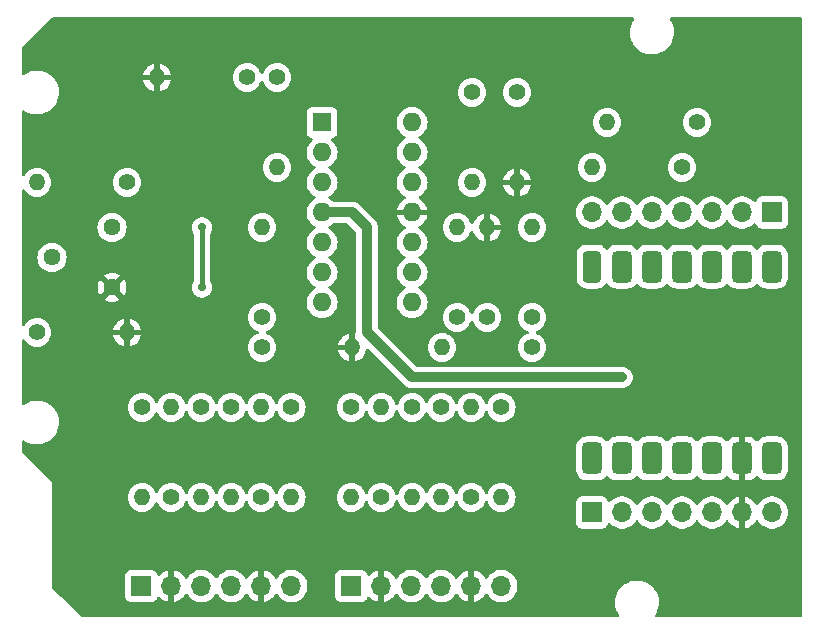
<source format=gbr>
%TF.GenerationSoftware,KiCad,Pcbnew,7.0.7*%
%TF.CreationDate,2024-05-13T13:27:10-04:00*%
%TF.ProjectId,diff-probe-x4-v2,64696666-2d70-4726-9f62-652d78342d76,rev?*%
%TF.SameCoordinates,Original*%
%TF.FileFunction,Copper,L2,Bot*%
%TF.FilePolarity,Positive*%
%FSLAX46Y46*%
G04 Gerber Fmt 4.6, Leading zero omitted, Abs format (unit mm)*
G04 Created by KiCad (PCBNEW 7.0.7) date 2024-05-13 13:27:10*
%MOMM*%
%LPD*%
G01*
G04 APERTURE LIST*
G04 Aperture macros list*
%AMRoundRect*
0 Rectangle with rounded corners*
0 $1 Rounding radius*
0 $2 $3 $4 $5 $6 $7 $8 $9 X,Y pos of 4 corners*
0 Add a 4 corners polygon primitive as box body*
4,1,4,$2,$3,$4,$5,$6,$7,$8,$9,$2,$3,0*
0 Add four circle primitives for the rounded corners*
1,1,$1+$1,$2,$3*
1,1,$1+$1,$4,$5*
1,1,$1+$1,$6,$7*
1,1,$1+$1,$8,$9*
0 Add four rect primitives between the rounded corners*
20,1,$1+$1,$2,$3,$4,$5,0*
20,1,$1+$1,$4,$5,$6,$7,0*
20,1,$1+$1,$6,$7,$8,$9,0*
20,1,$1+$1,$8,$9,$2,$3,0*%
G04 Aperture macros list end*
%TA.AperFunction,ComponentPad*%
%ADD10C,1.400000*%
%TD*%
%TA.AperFunction,ComponentPad*%
%ADD11O,1.400000X1.400000*%
%TD*%
%TA.AperFunction,ComponentPad*%
%ADD12R,1.700000X1.700000*%
%TD*%
%TA.AperFunction,ComponentPad*%
%ADD13O,1.700000X1.700000*%
%TD*%
%TA.AperFunction,ComponentPad*%
%ADD14R,1.600000X1.600000*%
%TD*%
%TA.AperFunction,ComponentPad*%
%ADD15O,1.600000X1.600000*%
%TD*%
%TA.AperFunction,ComponentPad*%
%ADD16C,1.440000*%
%TD*%
%TA.AperFunction,ComponentPad*%
%ADD17RoundRect,0.425000X-0.425000X0.925000X-0.425000X-0.925000X0.425000X-0.925000X0.425000X0.925000X0*%
%TD*%
%TA.AperFunction,ComponentPad*%
%ADD18RoundRect,0.400000X-0.400000X0.950000X-0.400000X-0.950000X0.400000X-0.950000X0.400000X0.950000X0*%
%TD*%
%TA.AperFunction,ViaPad*%
%ADD19C,0.800000*%
%TD*%
%TA.AperFunction,ViaPad*%
%ADD20C,0.711200*%
%TD*%
%TA.AperFunction,Conductor*%
%ADD21C,0.812800*%
%TD*%
%TA.AperFunction,Conductor*%
%ADD22C,0.406400*%
%TD*%
G04 APERTURE END LIST*
D10*
%TO.P,R16,1*%
%TO.N,Net-(R13-Pad1)*%
X139310000Y-88570000D03*
D11*
%TO.P,R16,2*%
%TO.N,Net-(U1D-+)*%
X139310000Y-80950000D03*
%TD*%
D10*
%TO.P,R14,1*%
%TO.N,Net-(R13-Pad1)*%
X121530000Y-88570000D03*
D11*
%TO.P,R14,2*%
%TO.N,Net-(U1B-+)*%
X121530000Y-80950000D03*
%TD*%
D10*
%TO.P,R25,1*%
%TO.N,Net-(R10-Pad1)*%
X121590000Y-75870000D03*
D11*
%TO.P,R25,2*%
%TO.N,GND*%
X129210000Y-75870000D03*
%TD*%
D10*
%TO.P,R6,1*%
%TO.N,Net-(U1C--)*%
X134290000Y-80950000D03*
D11*
%TO.P,R6,2*%
%TO.N,Net-(J2-Pin_3)*%
X134290000Y-88570000D03*
%TD*%
D10*
%TO.P,R21,1*%
%TO.N,Net-(J5-Pin_4)*%
X144450000Y-75870000D03*
D11*
%TO.P,R21,2*%
%TO.N,Net-(R11-Pad1)*%
X136830000Y-75870000D03*
%TD*%
D12*
%TO.P,J1,1,Pin_1*%
%TO.N,Net-(J1-Pin_1)*%
X111370000Y-96070000D03*
D13*
%TO.P,J1,2,Pin_2*%
%TO.N,GND*%
X113910000Y-96070000D03*
%TO.P,J1,3,Pin_3*%
%TO.N,Net-(J1-Pin_3)*%
X116450000Y-96070000D03*
%TO.P,J1,4,Pin_4*%
%TO.N,Net-(J1-Pin_4)*%
X118990000Y-96070000D03*
%TO.P,J1,5,Pin_5*%
%TO.N,GND*%
X121530000Y-96070000D03*
%TO.P,J1,6,Pin_6*%
%TO.N,Net-(J1-Pin_6)*%
X124070000Y-96070000D03*
%TD*%
D10*
%TO.P,R23,1*%
%TO.N,Net-(R12-Pad1)*%
X143180000Y-54280000D03*
D11*
%TO.P,R23,2*%
%TO.N,GND*%
X143180000Y-61900000D03*
%TD*%
D10*
%TO.P,R18,1*%
%TO.N,Net-(R13-Pad1)*%
X102540000Y-74600000D03*
D11*
%TO.P,R18,2*%
%TO.N,GND*%
X110160000Y-74600000D03*
%TD*%
D10*
%TO.P,R7,1*%
%TO.N,Net-(U1D-+)*%
X136770000Y-80950000D03*
D11*
%TO.P,R7,2*%
%TO.N,Net-(J2-Pin_4)*%
X136770000Y-88570000D03*
%TD*%
D10*
%TO.P,R8,1*%
%TO.N,Net-(U1D--)*%
X141850000Y-80950000D03*
D11*
%TO.P,R8,2*%
%TO.N,Net-(J2-Pin_6)*%
X141850000Y-88570000D03*
%TD*%
D10*
%TO.P,R5,1*%
%TO.N,Net-(U1C-+)*%
X129150000Y-80950000D03*
D11*
%TO.P,R5,2*%
%TO.N,Net-(J2-Pin_1)*%
X129150000Y-88570000D03*
%TD*%
D10*
%TO.P,R26,1*%
%TO.N,Net-(R19-Pad2)*%
X120320000Y-53010000D03*
D11*
%TO.P,R26,2*%
%TO.N,GND*%
X112700000Y-53010000D03*
%TD*%
D10*
%TO.P,R11,1*%
%TO.N,Net-(R11-Pad1)*%
X138100000Y-73330000D03*
D11*
%TO.P,R11,2*%
%TO.N,Net-(U1C--)*%
X138100000Y-65710000D03*
%TD*%
D10*
%TO.P,R4,1*%
%TO.N,Net-(U1B--)*%
X124070000Y-80950000D03*
D11*
%TO.P,R4,2*%
%TO.N,Net-(J1-Pin_6)*%
X124070000Y-88570000D03*
%TD*%
D10*
%TO.P,R2,1*%
%TO.N,Net-(U1A--)*%
X116450000Y-80950000D03*
D11*
%TO.P,R2,2*%
%TO.N,Net-(J1-Pin_3)*%
X116450000Y-88570000D03*
%TD*%
D10*
%TO.P,R1,1*%
%TO.N,Net-(U1A-+)*%
X111430000Y-80950000D03*
D11*
%TO.P,R1,2*%
%TO.N,Net-(J1-Pin_1)*%
X111430000Y-88570000D03*
%TD*%
D12*
%TO.P,J2,1,Pin_1*%
%TO.N,Net-(J2-Pin_1)*%
X129150000Y-96070000D03*
D13*
%TO.P,J2,2,Pin_2*%
%TO.N,GND*%
X131690000Y-96070000D03*
%TO.P,J2,3,Pin_3*%
%TO.N,Net-(J2-Pin_3)*%
X134230000Y-96070000D03*
%TO.P,J2,4,Pin_4*%
%TO.N,Net-(J2-Pin_4)*%
X136770000Y-96070000D03*
%TO.P,J2,5,Pin_5*%
%TO.N,GND*%
X139310000Y-96070000D03*
%TO.P,J2,6,Pin_6*%
%TO.N,Net-(J2-Pin_6)*%
X141850000Y-96070000D03*
%TD*%
D12*
%TO.P,J5,1,Pin_1*%
%TO.N,Net-(J5-Pin_1)*%
X164770000Y-64440000D03*
D13*
%TO.P,J5,2,Pin_2*%
%TO.N,Net-(J5-Pin_2)*%
X162230000Y-64440000D03*
%TO.P,J5,3,Pin_3*%
%TO.N,Net-(J5-Pin_3)*%
X159690000Y-64440000D03*
%TO.P,J5,4,Pin_4*%
%TO.N,Net-(J5-Pin_4)*%
X157150000Y-64440000D03*
%TO.P,J5,5,Pin_5*%
%TO.N,Net-(J5-Pin_5)*%
X154610000Y-64440000D03*
%TO.P,J5,6,Pin_6*%
%TO.N,Net-(J5-Pin_6)*%
X152070000Y-64440000D03*
%TO.P,J5,7,Pin_7*%
%TO.N,Net-(J5-Pin_7)*%
X149530000Y-64440000D03*
%TD*%
D10*
%TO.P,R19,1*%
%TO.N,Net-(J5-Pin_2)*%
X158420000Y-56820000D03*
D11*
%TO.P,R19,2*%
%TO.N,Net-(R19-Pad2)*%
X150800000Y-56820000D03*
%TD*%
D10*
%TO.P,R20,1*%
%TO.N,Net-(J5-Pin_3)*%
X157150000Y-60630000D03*
D11*
%TO.P,R20,2*%
%TO.N,Net-(R10-Pad1)*%
X149530000Y-60630000D03*
%TD*%
D10*
%TO.P,R12,1*%
%TO.N,Net-(R12-Pad1)*%
X139370000Y-54280000D03*
D11*
%TO.P,R12,2*%
%TO.N,Net-(U1D--)*%
X139370000Y-61900000D03*
%TD*%
D10*
%TO.P,R15,1*%
%TO.N,Net-(R13-Pad1)*%
X131690000Y-88570000D03*
D11*
%TO.P,R15,2*%
%TO.N,Net-(U1C-+)*%
X131690000Y-80950000D03*
%TD*%
D10*
%TO.P,R17,1*%
%TO.N,Net-(J6-Pin_5)*%
X110160000Y-61900000D03*
D11*
%TO.P,R17,2*%
%TO.N,Net-(R13-Pad1)*%
X102540000Y-61900000D03*
%TD*%
D10*
%TO.P,R3,1*%
%TO.N,Net-(U1B-+)*%
X118990000Y-80950000D03*
D11*
%TO.P,R3,2*%
%TO.N,Net-(J1-Pin_4)*%
X118990000Y-88570000D03*
%TD*%
D10*
%TO.P,R10,1*%
%TO.N,Net-(R10-Pad1)*%
X121590000Y-73330000D03*
D11*
%TO.P,R10,2*%
%TO.N,Net-(U1B--)*%
X121590000Y-65710000D03*
%TD*%
D10*
%TO.P,R9,1*%
%TO.N,Net-(R19-Pad2)*%
X122860000Y-53010000D03*
D11*
%TO.P,R9,2*%
%TO.N,Net-(U1A--)*%
X122860000Y-60630000D03*
%TD*%
D14*
%TO.P,U1,1*%
%TO.N,Net-(R19-Pad2)*%
X126670000Y-56820000D03*
D15*
%TO.P,U1,2,-*%
%TO.N,Net-(U1A--)*%
X126670000Y-59360000D03*
%TO.P,U1,3,+*%
%TO.N,Net-(U1A-+)*%
X126670000Y-61900000D03*
%TO.P,U1,4,V+*%
%TO.N,Net-(J6-Pin_7)*%
X126670000Y-64440000D03*
%TO.P,U1,5,+*%
%TO.N,Net-(U1B-+)*%
X126670000Y-66980000D03*
%TO.P,U1,6,-*%
%TO.N,Net-(U1B--)*%
X126670000Y-69520000D03*
%TO.P,U1,7*%
%TO.N,Net-(R10-Pad1)*%
X126670000Y-72060000D03*
%TO.P,U1,8*%
%TO.N,Net-(R11-Pad1)*%
X134290000Y-72060000D03*
%TO.P,U1,9,-*%
%TO.N,Net-(U1C--)*%
X134290000Y-69520000D03*
%TO.P,U1,10,+*%
%TO.N,Net-(U1C-+)*%
X134290000Y-66980000D03*
%TO.P,U1,11,V-*%
%TO.N,GND*%
X134290000Y-64440000D03*
%TO.P,U1,12,+*%
%TO.N,Net-(U1D-+)*%
X134290000Y-61900000D03*
%TO.P,U1,13,-*%
%TO.N,Net-(U1D--)*%
X134290000Y-59360000D03*
%TO.P,U1,14*%
%TO.N,Net-(R12-Pad1)*%
X134290000Y-56820000D03*
%TD*%
D10*
%TO.P,R24,1*%
%TO.N,Net-(R11-Pad1)*%
X140640000Y-73330000D03*
D11*
%TO.P,R24,2*%
%TO.N,GND*%
X140640000Y-65710000D03*
%TD*%
D10*
%TO.P,R22,1*%
%TO.N,Net-(J5-Pin_5)*%
X144450000Y-73330000D03*
D11*
%TO.P,R22,2*%
%TO.N,Net-(R12-Pad1)*%
X144450000Y-65710000D03*
%TD*%
D10*
%TO.P,R13,1*%
%TO.N,Net-(R13-Pad1)*%
X113910000Y-88570000D03*
D11*
%TO.P,R13,2*%
%TO.N,Net-(U1A-+)*%
X113910000Y-80950000D03*
%TD*%
D12*
%TO.P,J6,1,Pin_1*%
%TO.N,Net-(J6-Pin_1)*%
X149530000Y-89840000D03*
D13*
%TO.P,J6,2,Pin_2*%
%TO.N,Net-(J6-Pin_2)*%
X152070000Y-89840000D03*
%TO.P,J6,3,Pin_3*%
%TO.N,Net-(J6-Pin_3)*%
X154610000Y-89840000D03*
%TO.P,J6,4,Pin_4*%
%TO.N,Net-(J6-Pin_4)*%
X157150000Y-89840000D03*
%TO.P,J6,5,Pin_5*%
%TO.N,Net-(J6-Pin_5)*%
X159690000Y-89840000D03*
%TO.P,J6,6,Pin_6*%
%TO.N,GND*%
X162230000Y-89840000D03*
%TO.P,J6,7,Pin_7*%
%TO.N,Net-(J6-Pin_7)*%
X164770000Y-89840000D03*
%TD*%
D16*
%TO.P,RV1,1,1*%
%TO.N,Net-(J6-Pin_5)*%
X108890000Y-65710000D03*
%TO.P,RV1,2,2*%
%TO.N,Net-(R13-Pad1)*%
X103810000Y-68250000D03*
%TO.P,RV1,3,3*%
%TO.N,GND*%
X108890000Y-70790000D03*
%TD*%
D17*
%TO.P,U2,1,PA02_A0_D0*%
%TO.N,Net-(J5-Pin_1)*%
X164770000Y-69020000D03*
%TO.P,U2,2,PA4_A1_D1*%
%TO.N,Net-(J5-Pin_2)*%
X162230000Y-69020000D03*
%TO.P,U2,3,PA10_A2_D2*%
%TO.N,Net-(J5-Pin_3)*%
X159690000Y-69020000D03*
%TO.P,U2,4,PA11_A3_D3*%
%TO.N,Net-(J5-Pin_4)*%
X157150000Y-69020000D03*
%TO.P,U2,5,PA8_A4_D4_SDA*%
%TO.N,Net-(J5-Pin_5)*%
X154610000Y-69020000D03*
%TO.P,U2,6,PA9_A5_D5_SCL*%
%TO.N,Net-(J5-Pin_6)*%
X152070000Y-69020000D03*
D18*
%TO.P,U2,7,PB08_A6_D6_TX*%
%TO.N,Net-(J5-Pin_7)*%
X149530000Y-69020000D03*
D17*
%TO.P,U2,8,PB09_A7_D7_RX*%
%TO.N,Net-(J6-Pin_1)*%
X149530000Y-85260000D03*
%TO.P,U2,9,PA7_A8_D8_SCK*%
%TO.N,Net-(J6-Pin_2)*%
X152070000Y-85260000D03*
%TO.P,U2,10,PA5_A9_D9_MISO*%
%TO.N,Net-(J6-Pin_3)*%
X154610000Y-85260000D03*
%TO.P,U2,11,PA6_A10_D10_MOSI*%
%TO.N,Net-(J6-Pin_4)*%
X157150000Y-85260000D03*
%TO.P,U2,12,3V3*%
%TO.N,Net-(J6-Pin_5)*%
X159690000Y-85260000D03*
%TO.P,U2,13,GND*%
%TO.N,GND*%
X162230000Y-85260000D03*
%TO.P,U2,14,5V*%
%TO.N,Net-(J6-Pin_7)*%
X164770000Y-85260000D03*
%TD*%
D19*
%TO.N,Net-(J6-Pin_7)*%
X152070000Y-78410000D03*
D20*
%TO.N,Net-(U1A--)*%
X116510000Y-70790000D03*
X116510000Y-65710000D03*
%TD*%
D21*
%TO.N,Net-(J6-Pin_7)*%
X152070000Y-78410000D02*
X134290000Y-78410000D01*
X129210000Y-64440000D02*
X126670000Y-64440000D01*
X130480000Y-65710000D02*
X129210000Y-64440000D01*
X134290000Y-78410000D02*
X130480000Y-74600000D01*
X130480000Y-74600000D02*
X130480000Y-65710000D01*
D22*
%TO.N,Net-(U1A--)*%
X116510000Y-70790000D02*
X116510000Y-65710000D01*
%TD*%
%TA.AperFunction,Conductor*%
%TO.N,GND*%
G36*
X153069138Y-47949685D02*
G01*
X153114893Y-48002489D01*
X153124837Y-48071647D01*
X153102947Y-48126148D01*
X153055851Y-48191977D01*
X153026202Y-48233419D01*
X153026199Y-48233424D01*
X152902350Y-48474309D01*
X152902343Y-48474327D01*
X152814884Y-48730685D01*
X152814881Y-48730699D01*
X152765681Y-48997068D01*
X152765680Y-48997075D01*
X152755787Y-49267763D01*
X152785413Y-49537013D01*
X152785415Y-49537024D01*
X152853926Y-49799082D01*
X152853928Y-49799088D01*
X152959870Y-50048390D01*
X153031998Y-50166575D01*
X153100979Y-50279605D01*
X153100986Y-50279615D01*
X153274253Y-50487819D01*
X153274259Y-50487824D01*
X153475998Y-50668582D01*
X153701910Y-50818044D01*
X153947176Y-50933020D01*
X153947183Y-50933022D01*
X153947185Y-50933023D01*
X154206557Y-51011057D01*
X154206564Y-51011058D01*
X154206569Y-51011060D01*
X154474561Y-51050500D01*
X154474566Y-51050500D01*
X154677636Y-51050500D01*
X154729133Y-51046730D01*
X154880156Y-51035677D01*
X154992758Y-51010593D01*
X155144546Y-50976782D01*
X155144548Y-50976781D01*
X155144553Y-50976780D01*
X155397558Y-50880014D01*
X155633777Y-50747441D01*
X155848177Y-50581888D01*
X156036186Y-50386881D01*
X156193799Y-50166579D01*
X156267787Y-50022669D01*
X156317649Y-49925690D01*
X156317651Y-49925684D01*
X156317656Y-49925675D01*
X156405118Y-49669305D01*
X156454319Y-49402933D01*
X156464212Y-49132235D01*
X156434586Y-48862982D01*
X156366072Y-48600912D01*
X156260130Y-48351610D01*
X156119018Y-48120390D01*
X156119015Y-48120386D01*
X156117923Y-48118597D01*
X156099803Y-48051118D01*
X156121040Y-47984554D01*
X156174893Y-47940039D01*
X156223769Y-47930000D01*
X167186000Y-47930000D01*
X167253039Y-47949685D01*
X167298794Y-48002489D01*
X167310000Y-48054000D01*
X167310000Y-98606000D01*
X167290315Y-98673039D01*
X167237511Y-98718794D01*
X167186000Y-98730000D01*
X154947901Y-98730000D01*
X154880862Y-98710315D01*
X154835107Y-98657511D01*
X154825163Y-98588353D01*
X154847052Y-98533851D01*
X154923799Y-98426579D01*
X154997787Y-98282669D01*
X155047649Y-98185690D01*
X155047651Y-98185684D01*
X155047656Y-98185675D01*
X155135118Y-97929305D01*
X155184319Y-97662933D01*
X155194212Y-97392235D01*
X155164586Y-97122982D01*
X155096072Y-96860912D01*
X154990130Y-96611610D01*
X154849018Y-96380390D01*
X154777433Y-96294371D01*
X154675746Y-96172180D01*
X154675740Y-96172175D01*
X154474002Y-95991418D01*
X154248092Y-95841957D01*
X154248090Y-95841956D01*
X154002824Y-95726980D01*
X154002819Y-95726978D01*
X154002814Y-95726976D01*
X153743442Y-95648942D01*
X153743428Y-95648939D01*
X153627791Y-95631921D01*
X153475439Y-95609500D01*
X153272369Y-95609500D01*
X153272364Y-95609500D01*
X153069844Y-95624323D01*
X153069831Y-95624325D01*
X152805453Y-95683217D01*
X152805446Y-95683220D01*
X152552439Y-95779987D01*
X152316226Y-95912557D01*
X152101822Y-96078112D01*
X151913822Y-96273109D01*
X151913816Y-96273116D01*
X151756202Y-96493419D01*
X151756199Y-96493424D01*
X151632350Y-96734309D01*
X151632343Y-96734327D01*
X151544884Y-96990685D01*
X151544881Y-96990699D01*
X151537769Y-97029202D01*
X151498169Y-97243600D01*
X151495681Y-97257068D01*
X151495680Y-97257075D01*
X151485787Y-97527763D01*
X151515413Y-97797013D01*
X151515415Y-97797024D01*
X151583926Y-98059082D01*
X151583928Y-98059088D01*
X151689870Y-98308390D01*
X151830982Y-98539610D01*
X151830984Y-98539613D01*
X151832077Y-98541403D01*
X151850197Y-98608882D01*
X151828960Y-98675446D01*
X151775107Y-98719961D01*
X151726231Y-98730000D01*
X106401362Y-98730000D01*
X106334323Y-98710315D01*
X106313681Y-98693681D01*
X104588654Y-96968654D01*
X110011500Y-96968654D01*
X110018011Y-97029202D01*
X110018011Y-97029204D01*
X110052987Y-97122975D01*
X110069111Y-97166204D01*
X110156739Y-97283261D01*
X110273796Y-97370889D01*
X110410799Y-97421989D01*
X110438050Y-97424918D01*
X110471345Y-97428499D01*
X110471362Y-97428500D01*
X112268638Y-97428500D01*
X112268654Y-97428499D01*
X112295692Y-97425591D01*
X112329201Y-97421989D01*
X112466204Y-97370889D01*
X112583261Y-97283261D01*
X112670889Y-97166204D01*
X112719223Y-97036615D01*
X112761093Y-96980686D01*
X112826557Y-96956269D01*
X112894830Y-96971121D01*
X112923084Y-96992272D01*
X113038917Y-97108105D01*
X113232421Y-97243600D01*
X113446507Y-97343429D01*
X113446516Y-97343433D01*
X113660000Y-97400634D01*
X113660000Y-96682301D01*
X113679685Y-96615262D01*
X113732489Y-96569507D01*
X113801647Y-96559563D01*
X113874237Y-96570000D01*
X113874238Y-96570000D01*
X113945762Y-96570000D01*
X113945763Y-96570000D01*
X114018353Y-96559563D01*
X114087512Y-96569507D01*
X114140315Y-96615262D01*
X114160000Y-96682301D01*
X114160000Y-97400633D01*
X114373483Y-97343433D01*
X114373492Y-97343429D01*
X114587578Y-97243600D01*
X114781082Y-97108105D01*
X114948105Y-96941082D01*
X115074868Y-96760048D01*
X115129445Y-96716423D01*
X115198944Y-96709231D01*
X115261298Y-96740753D01*
X115280251Y-96763350D01*
X115374276Y-96907265D01*
X115374284Y-96907276D01*
X115493355Y-97036619D01*
X115526760Y-97072906D01*
X115704424Y-97211189D01*
X115704425Y-97211189D01*
X115704427Y-97211191D01*
X115764314Y-97243600D01*
X115902426Y-97318342D01*
X116115365Y-97391444D01*
X116337431Y-97428500D01*
X116562569Y-97428500D01*
X116784635Y-97391444D01*
X116997574Y-97318342D01*
X117195576Y-97211189D01*
X117373240Y-97072906D01*
X117494594Y-96941082D01*
X117525715Y-96907276D01*
X117525715Y-96907275D01*
X117525722Y-96907268D01*
X117616193Y-96768790D01*
X117669338Y-96723437D01*
X117738569Y-96714013D01*
X117801905Y-96743515D01*
X117823804Y-96768787D01*
X117914278Y-96907268D01*
X117914283Y-96907273D01*
X117914284Y-96907276D01*
X118033355Y-97036619D01*
X118066760Y-97072906D01*
X118244424Y-97211189D01*
X118244425Y-97211189D01*
X118244427Y-97211191D01*
X118304314Y-97243600D01*
X118442426Y-97318342D01*
X118655365Y-97391444D01*
X118877431Y-97428500D01*
X119102569Y-97428500D01*
X119324635Y-97391444D01*
X119537574Y-97318342D01*
X119735576Y-97211189D01*
X119913240Y-97072906D01*
X120034594Y-96941082D01*
X120065715Y-96907276D01*
X120065715Y-96907275D01*
X120065722Y-96907268D01*
X120159749Y-96763347D01*
X120212894Y-96717994D01*
X120282125Y-96708570D01*
X120345461Y-96738072D01*
X120365130Y-96760048D01*
X120491890Y-96941078D01*
X120658917Y-97108105D01*
X120852421Y-97243600D01*
X121066507Y-97343429D01*
X121066516Y-97343433D01*
X121280000Y-97400634D01*
X121280000Y-96682301D01*
X121299685Y-96615262D01*
X121352489Y-96569507D01*
X121421647Y-96559563D01*
X121494237Y-96570000D01*
X121494238Y-96570000D01*
X121565762Y-96570000D01*
X121565763Y-96570000D01*
X121638352Y-96559563D01*
X121707510Y-96569507D01*
X121760314Y-96615261D01*
X121779999Y-96682301D01*
X121779999Y-97400633D01*
X121993483Y-97343433D01*
X121993492Y-97343429D01*
X122207578Y-97243600D01*
X122401082Y-97108105D01*
X122568105Y-96941082D01*
X122694868Y-96760048D01*
X122749445Y-96716423D01*
X122818944Y-96709231D01*
X122881298Y-96740753D01*
X122900251Y-96763350D01*
X122994276Y-96907265D01*
X122994284Y-96907276D01*
X123113355Y-97036619D01*
X123146760Y-97072906D01*
X123324424Y-97211189D01*
X123324425Y-97211189D01*
X123324427Y-97211191D01*
X123384314Y-97243600D01*
X123522426Y-97318342D01*
X123735365Y-97391444D01*
X123957431Y-97428500D01*
X124182569Y-97428500D01*
X124404635Y-97391444D01*
X124617574Y-97318342D01*
X124815576Y-97211189D01*
X124993240Y-97072906D01*
X125089212Y-96968654D01*
X127791500Y-96968654D01*
X127798011Y-97029202D01*
X127798011Y-97029204D01*
X127832987Y-97122975D01*
X127849111Y-97166204D01*
X127936739Y-97283261D01*
X128053796Y-97370889D01*
X128190799Y-97421989D01*
X128218050Y-97424918D01*
X128251345Y-97428499D01*
X128251362Y-97428500D01*
X130048638Y-97428500D01*
X130048654Y-97428499D01*
X130075692Y-97425591D01*
X130109201Y-97421989D01*
X130246204Y-97370889D01*
X130363261Y-97283261D01*
X130450889Y-97166204D01*
X130499223Y-97036615D01*
X130541093Y-96980686D01*
X130606557Y-96956269D01*
X130674830Y-96971121D01*
X130703084Y-96992272D01*
X130818917Y-97108105D01*
X131012421Y-97243600D01*
X131226507Y-97343429D01*
X131226516Y-97343433D01*
X131440000Y-97400634D01*
X131440000Y-96682301D01*
X131459685Y-96615262D01*
X131512489Y-96569507D01*
X131581647Y-96559563D01*
X131654237Y-96570000D01*
X131654238Y-96570000D01*
X131725762Y-96570000D01*
X131725763Y-96570000D01*
X131798352Y-96559563D01*
X131867510Y-96569507D01*
X131920314Y-96615261D01*
X131939999Y-96682301D01*
X131939999Y-97400633D01*
X132153483Y-97343433D01*
X132153492Y-97343429D01*
X132367578Y-97243600D01*
X132561082Y-97108105D01*
X132728105Y-96941082D01*
X132854868Y-96760048D01*
X132909445Y-96716423D01*
X132978944Y-96709231D01*
X133041298Y-96740753D01*
X133060251Y-96763350D01*
X133154276Y-96907265D01*
X133154284Y-96907276D01*
X133273355Y-97036619D01*
X133306760Y-97072906D01*
X133484424Y-97211189D01*
X133484425Y-97211189D01*
X133484427Y-97211191D01*
X133544314Y-97243600D01*
X133682426Y-97318342D01*
X133895365Y-97391444D01*
X134117431Y-97428500D01*
X134342569Y-97428500D01*
X134564635Y-97391444D01*
X134777574Y-97318342D01*
X134975576Y-97211189D01*
X135153240Y-97072906D01*
X135274594Y-96941082D01*
X135305715Y-96907276D01*
X135305715Y-96907275D01*
X135305722Y-96907268D01*
X135396193Y-96768790D01*
X135449338Y-96723437D01*
X135518569Y-96714013D01*
X135581905Y-96743515D01*
X135603804Y-96768787D01*
X135694278Y-96907268D01*
X135694283Y-96907273D01*
X135694284Y-96907276D01*
X135813355Y-97036619D01*
X135846760Y-97072906D01*
X136024424Y-97211189D01*
X136024425Y-97211189D01*
X136024427Y-97211191D01*
X136084314Y-97243600D01*
X136222426Y-97318342D01*
X136435365Y-97391444D01*
X136657431Y-97428500D01*
X136882569Y-97428500D01*
X137104635Y-97391444D01*
X137317574Y-97318342D01*
X137515576Y-97211189D01*
X137693240Y-97072906D01*
X137814594Y-96941082D01*
X137845715Y-96907276D01*
X137845715Y-96907275D01*
X137845722Y-96907268D01*
X137939749Y-96763347D01*
X137992894Y-96717994D01*
X138062125Y-96708570D01*
X138125461Y-96738072D01*
X138145130Y-96760048D01*
X138271890Y-96941078D01*
X138438917Y-97108105D01*
X138632421Y-97243600D01*
X138846507Y-97343429D01*
X138846516Y-97343433D01*
X139060000Y-97400634D01*
X139060000Y-96682301D01*
X139079685Y-96615262D01*
X139132489Y-96569507D01*
X139201647Y-96559563D01*
X139274237Y-96570000D01*
X139274238Y-96570000D01*
X139345762Y-96570000D01*
X139345763Y-96570000D01*
X139418353Y-96559563D01*
X139487512Y-96569507D01*
X139540315Y-96615262D01*
X139560000Y-96682301D01*
X139560000Y-97400633D01*
X139773483Y-97343433D01*
X139773492Y-97343429D01*
X139987578Y-97243600D01*
X140181082Y-97108105D01*
X140348105Y-96941082D01*
X140474868Y-96760048D01*
X140529445Y-96716423D01*
X140598944Y-96709231D01*
X140661298Y-96740753D01*
X140680251Y-96763350D01*
X140774276Y-96907265D01*
X140774284Y-96907276D01*
X140893355Y-97036619D01*
X140926760Y-97072906D01*
X141104424Y-97211189D01*
X141104425Y-97211189D01*
X141104427Y-97211191D01*
X141164314Y-97243600D01*
X141302426Y-97318342D01*
X141515365Y-97391444D01*
X141737431Y-97428500D01*
X141962569Y-97428500D01*
X142184635Y-97391444D01*
X142397574Y-97318342D01*
X142595576Y-97211189D01*
X142773240Y-97072906D01*
X142894594Y-96941082D01*
X142925715Y-96907276D01*
X142925717Y-96907273D01*
X142925722Y-96907268D01*
X143048860Y-96718791D01*
X143139296Y-96512616D01*
X143194564Y-96294368D01*
X143204689Y-96172180D01*
X143213156Y-96070005D01*
X143213156Y-96069994D01*
X143194565Y-95845640D01*
X143194563Y-95845628D01*
X143164516Y-95726976D01*
X143139296Y-95627384D01*
X143048860Y-95421209D01*
X143032706Y-95396484D01*
X142925723Y-95232734D01*
X142925715Y-95232723D01*
X142773243Y-95067097D01*
X142773238Y-95067092D01*
X142595577Y-94928812D01*
X142595572Y-94928808D01*
X142397580Y-94821661D01*
X142397577Y-94821659D01*
X142397574Y-94821658D01*
X142397571Y-94821657D01*
X142397569Y-94821656D01*
X142184637Y-94748556D01*
X141962569Y-94711500D01*
X141737431Y-94711500D01*
X141515362Y-94748556D01*
X141302430Y-94821656D01*
X141302419Y-94821661D01*
X141104427Y-94928808D01*
X141104422Y-94928812D01*
X140926761Y-95067092D01*
X140926756Y-95067097D01*
X140774284Y-95232723D01*
X140774276Y-95232734D01*
X140680251Y-95376650D01*
X140627105Y-95422007D01*
X140557873Y-95431430D01*
X140494538Y-95401928D01*
X140474868Y-95379951D01*
X140348113Y-95198926D01*
X140348108Y-95198920D01*
X140181082Y-95031894D01*
X139987578Y-94896399D01*
X139773492Y-94796570D01*
X139773486Y-94796567D01*
X139560000Y-94739364D01*
X139560000Y-95457698D01*
X139540315Y-95524737D01*
X139487511Y-95570492D01*
X139418355Y-95580436D01*
X139345766Y-95570000D01*
X139345763Y-95570000D01*
X139274237Y-95570000D01*
X139274233Y-95570000D01*
X139201645Y-95580436D01*
X139132487Y-95570492D01*
X139079684Y-95524736D01*
X139060000Y-95457698D01*
X139060000Y-94739364D01*
X139059999Y-94739364D01*
X138846513Y-94796567D01*
X138846507Y-94796570D01*
X138632422Y-94896399D01*
X138632420Y-94896400D01*
X138438926Y-95031886D01*
X138438920Y-95031891D01*
X138271891Y-95198920D01*
X138271890Y-95198922D01*
X138145131Y-95379952D01*
X138090554Y-95423577D01*
X138021055Y-95430769D01*
X137958701Y-95399247D01*
X137939752Y-95376656D01*
X137845722Y-95232732D01*
X137845715Y-95232725D01*
X137845715Y-95232723D01*
X137693243Y-95067097D01*
X137693238Y-95067092D01*
X137515577Y-94928812D01*
X137515572Y-94928808D01*
X137317580Y-94821661D01*
X137317577Y-94821659D01*
X137317574Y-94821658D01*
X137317571Y-94821657D01*
X137317569Y-94821656D01*
X137104637Y-94748556D01*
X136882569Y-94711500D01*
X136657431Y-94711500D01*
X136435362Y-94748556D01*
X136222430Y-94821656D01*
X136222419Y-94821661D01*
X136024427Y-94928808D01*
X136024422Y-94928812D01*
X135846761Y-95067092D01*
X135846756Y-95067097D01*
X135694284Y-95232723D01*
X135694276Y-95232734D01*
X135603808Y-95371206D01*
X135550662Y-95416562D01*
X135481431Y-95425986D01*
X135418095Y-95396484D01*
X135396192Y-95371206D01*
X135305723Y-95232734D01*
X135305715Y-95232723D01*
X135153243Y-95067097D01*
X135153238Y-95067092D01*
X134975577Y-94928812D01*
X134975572Y-94928808D01*
X134777580Y-94821661D01*
X134777577Y-94821659D01*
X134777574Y-94821658D01*
X134777571Y-94821657D01*
X134777569Y-94821656D01*
X134564637Y-94748556D01*
X134342569Y-94711500D01*
X134117431Y-94711500D01*
X133895362Y-94748556D01*
X133682430Y-94821656D01*
X133682419Y-94821661D01*
X133484427Y-94928808D01*
X133484422Y-94928812D01*
X133306761Y-95067092D01*
X133306756Y-95067097D01*
X133154284Y-95232723D01*
X133154276Y-95232734D01*
X133060251Y-95376650D01*
X133007105Y-95422007D01*
X132937873Y-95431430D01*
X132874538Y-95401928D01*
X132854868Y-95379951D01*
X132728113Y-95198926D01*
X132728108Y-95198920D01*
X132561082Y-95031894D01*
X132367578Y-94896399D01*
X132153492Y-94796570D01*
X132153486Y-94796567D01*
X131939999Y-94739364D01*
X131939999Y-95457698D01*
X131920314Y-95524737D01*
X131867510Y-95570492D01*
X131798353Y-95580436D01*
X131725764Y-95570000D01*
X131725763Y-95570000D01*
X131654237Y-95570000D01*
X131654233Y-95570000D01*
X131581645Y-95580436D01*
X131512487Y-95570492D01*
X131459684Y-95524736D01*
X131440000Y-95457698D01*
X131440000Y-94739364D01*
X131439999Y-94739364D01*
X131226513Y-94796567D01*
X131226507Y-94796570D01*
X131012422Y-94896399D01*
X131012420Y-94896400D01*
X130818926Y-95031886D01*
X130703084Y-95147728D01*
X130641761Y-95181212D01*
X130572069Y-95176228D01*
X130516136Y-95134356D01*
X130499223Y-95103384D01*
X130450889Y-94973796D01*
X130363261Y-94856739D01*
X130246204Y-94769111D01*
X130246203Y-94769110D01*
X130109203Y-94718011D01*
X130048654Y-94711500D01*
X130048638Y-94711500D01*
X128251362Y-94711500D01*
X128251345Y-94711500D01*
X128190797Y-94718011D01*
X128190795Y-94718011D01*
X128053795Y-94769111D01*
X127936739Y-94856739D01*
X127849111Y-94973795D01*
X127798011Y-95110795D01*
X127798011Y-95110797D01*
X127791500Y-95171345D01*
X127791500Y-96968654D01*
X125089212Y-96968654D01*
X125114594Y-96941082D01*
X125145715Y-96907276D01*
X125145717Y-96907273D01*
X125145722Y-96907268D01*
X125268860Y-96718791D01*
X125359296Y-96512616D01*
X125414564Y-96294368D01*
X125424689Y-96172180D01*
X125433156Y-96070005D01*
X125433156Y-96069994D01*
X125414565Y-95845640D01*
X125414563Y-95845628D01*
X125384516Y-95726976D01*
X125359296Y-95627384D01*
X125268860Y-95421209D01*
X125252706Y-95396484D01*
X125145723Y-95232734D01*
X125145715Y-95232723D01*
X124993243Y-95067097D01*
X124993238Y-95067092D01*
X124815577Y-94928812D01*
X124815572Y-94928808D01*
X124617580Y-94821661D01*
X124617577Y-94821659D01*
X124617574Y-94821658D01*
X124617571Y-94821657D01*
X124617569Y-94821656D01*
X124404637Y-94748556D01*
X124182569Y-94711500D01*
X123957431Y-94711500D01*
X123735362Y-94748556D01*
X123522430Y-94821656D01*
X123522419Y-94821661D01*
X123324427Y-94928808D01*
X123324422Y-94928812D01*
X123146761Y-95067092D01*
X123146756Y-95067097D01*
X122994284Y-95232723D01*
X122994276Y-95232734D01*
X122900251Y-95376650D01*
X122847105Y-95422007D01*
X122777873Y-95431430D01*
X122714538Y-95401928D01*
X122694868Y-95379951D01*
X122568113Y-95198926D01*
X122568108Y-95198920D01*
X122401082Y-95031894D01*
X122207578Y-94896399D01*
X121993492Y-94796570D01*
X121993486Y-94796567D01*
X121779999Y-94739364D01*
X121779999Y-95457698D01*
X121760314Y-95524737D01*
X121707510Y-95570492D01*
X121638353Y-95580436D01*
X121565764Y-95570000D01*
X121565763Y-95570000D01*
X121494237Y-95570000D01*
X121494233Y-95570000D01*
X121421645Y-95580436D01*
X121352487Y-95570492D01*
X121299684Y-95524736D01*
X121280000Y-95457698D01*
X121280000Y-94739364D01*
X121279999Y-94739364D01*
X121066513Y-94796567D01*
X121066507Y-94796570D01*
X120852422Y-94896399D01*
X120852420Y-94896400D01*
X120658926Y-95031886D01*
X120658920Y-95031891D01*
X120491891Y-95198920D01*
X120491890Y-95198922D01*
X120365131Y-95379952D01*
X120310554Y-95423577D01*
X120241055Y-95430769D01*
X120178701Y-95399247D01*
X120159752Y-95376656D01*
X120065722Y-95232732D01*
X120065715Y-95232725D01*
X120065715Y-95232723D01*
X119913243Y-95067097D01*
X119913238Y-95067092D01*
X119735577Y-94928812D01*
X119735572Y-94928808D01*
X119537580Y-94821661D01*
X119537577Y-94821659D01*
X119537574Y-94821658D01*
X119537571Y-94821657D01*
X119537569Y-94821656D01*
X119324637Y-94748556D01*
X119102569Y-94711500D01*
X118877431Y-94711500D01*
X118655362Y-94748556D01*
X118442430Y-94821656D01*
X118442419Y-94821661D01*
X118244427Y-94928808D01*
X118244422Y-94928812D01*
X118066761Y-95067092D01*
X118066756Y-95067097D01*
X117914284Y-95232723D01*
X117914276Y-95232734D01*
X117823808Y-95371206D01*
X117770662Y-95416562D01*
X117701431Y-95425986D01*
X117638095Y-95396484D01*
X117616192Y-95371206D01*
X117525723Y-95232734D01*
X117525715Y-95232723D01*
X117373243Y-95067097D01*
X117373238Y-95067092D01*
X117195577Y-94928812D01*
X117195572Y-94928808D01*
X116997580Y-94821661D01*
X116997577Y-94821659D01*
X116997574Y-94821658D01*
X116997571Y-94821657D01*
X116997569Y-94821656D01*
X116784637Y-94748556D01*
X116562569Y-94711500D01*
X116337431Y-94711500D01*
X116115362Y-94748556D01*
X115902430Y-94821656D01*
X115902419Y-94821661D01*
X115704427Y-94928808D01*
X115704422Y-94928812D01*
X115526761Y-95067092D01*
X115526756Y-95067097D01*
X115374284Y-95232723D01*
X115374276Y-95232734D01*
X115280251Y-95376650D01*
X115227105Y-95422007D01*
X115157873Y-95431430D01*
X115094538Y-95401928D01*
X115074868Y-95379951D01*
X114948113Y-95198926D01*
X114948108Y-95198920D01*
X114781082Y-95031894D01*
X114587578Y-94896399D01*
X114373492Y-94796570D01*
X114373486Y-94796567D01*
X114160000Y-94739364D01*
X114160000Y-95457698D01*
X114140315Y-95524737D01*
X114087511Y-95570492D01*
X114018355Y-95580436D01*
X113945766Y-95570000D01*
X113945763Y-95570000D01*
X113874237Y-95570000D01*
X113874233Y-95570000D01*
X113801645Y-95580436D01*
X113732487Y-95570492D01*
X113679684Y-95524736D01*
X113660000Y-95457698D01*
X113660000Y-94739364D01*
X113659999Y-94739364D01*
X113446513Y-94796567D01*
X113446507Y-94796570D01*
X113232422Y-94896399D01*
X113232420Y-94896400D01*
X113038926Y-95031886D01*
X112923084Y-95147728D01*
X112861761Y-95181212D01*
X112792069Y-95176228D01*
X112736136Y-95134356D01*
X112719223Y-95103384D01*
X112670889Y-94973796D01*
X112583261Y-94856739D01*
X112466204Y-94769111D01*
X112466203Y-94769110D01*
X112329203Y-94718011D01*
X112268654Y-94711500D01*
X112268638Y-94711500D01*
X110471362Y-94711500D01*
X110471345Y-94711500D01*
X110410797Y-94718011D01*
X110410795Y-94718011D01*
X110273795Y-94769111D01*
X110156739Y-94856739D01*
X110069111Y-94973795D01*
X110018011Y-95110795D01*
X110018011Y-95110797D01*
X110011500Y-95171345D01*
X110011500Y-96968654D01*
X104588654Y-96968654D01*
X103846319Y-96226319D01*
X103812834Y-96164996D01*
X103810000Y-96138638D01*
X103810000Y-90738654D01*
X148171500Y-90738654D01*
X148178011Y-90799202D01*
X148178011Y-90799204D01*
X148229110Y-90936204D01*
X148229111Y-90936204D01*
X148316739Y-91053261D01*
X148433796Y-91140889D01*
X148570799Y-91191989D01*
X148598050Y-91194918D01*
X148631345Y-91198499D01*
X148631362Y-91198500D01*
X150428638Y-91198500D01*
X150428654Y-91198499D01*
X150455692Y-91195591D01*
X150489201Y-91191989D01*
X150626204Y-91140889D01*
X150743261Y-91053261D01*
X150830889Y-90936204D01*
X150876138Y-90814887D01*
X150918009Y-90758956D01*
X150983474Y-90734539D01*
X151051746Y-90749391D01*
X151083545Y-90774236D01*
X151146760Y-90842906D01*
X151324424Y-90981189D01*
X151324425Y-90981189D01*
X151324427Y-90981191D01*
X151384314Y-91013600D01*
X151522426Y-91088342D01*
X151735365Y-91161444D01*
X151957431Y-91198500D01*
X152182569Y-91198500D01*
X152404635Y-91161444D01*
X152617574Y-91088342D01*
X152815576Y-90981189D01*
X152993240Y-90842906D01*
X153114594Y-90711082D01*
X153145715Y-90677276D01*
X153145715Y-90677275D01*
X153145722Y-90677268D01*
X153236193Y-90538790D01*
X153289338Y-90493437D01*
X153358569Y-90484013D01*
X153421905Y-90513515D01*
X153443804Y-90538787D01*
X153534278Y-90677268D01*
X153534283Y-90677273D01*
X153534284Y-90677276D01*
X153660968Y-90814889D01*
X153686760Y-90842906D01*
X153864424Y-90981189D01*
X153864425Y-90981189D01*
X153864427Y-90981191D01*
X153924314Y-91013600D01*
X154062426Y-91088342D01*
X154275365Y-91161444D01*
X154497431Y-91198500D01*
X154722569Y-91198500D01*
X154944635Y-91161444D01*
X155157574Y-91088342D01*
X155355576Y-90981189D01*
X155533240Y-90842906D01*
X155654594Y-90711082D01*
X155685715Y-90677276D01*
X155685717Y-90677273D01*
X155685722Y-90677268D01*
X155776193Y-90538791D01*
X155829336Y-90493437D01*
X155898567Y-90484013D01*
X155961903Y-90513515D01*
X155983807Y-90538793D01*
X156074276Y-90677265D01*
X156074284Y-90677276D01*
X156200968Y-90814889D01*
X156226760Y-90842906D01*
X156404424Y-90981189D01*
X156404425Y-90981189D01*
X156404427Y-90981191D01*
X156464314Y-91013600D01*
X156602426Y-91088342D01*
X156815365Y-91161444D01*
X157037431Y-91198500D01*
X157262569Y-91198500D01*
X157484635Y-91161444D01*
X157697574Y-91088342D01*
X157895576Y-90981189D01*
X158073240Y-90842906D01*
X158194594Y-90711082D01*
X158225715Y-90677276D01*
X158225715Y-90677275D01*
X158225722Y-90677268D01*
X158316193Y-90538790D01*
X158369338Y-90493437D01*
X158438569Y-90484013D01*
X158501905Y-90513515D01*
X158523804Y-90538787D01*
X158614278Y-90677268D01*
X158614283Y-90677273D01*
X158614284Y-90677276D01*
X158740968Y-90814889D01*
X158766760Y-90842906D01*
X158944424Y-90981189D01*
X158944425Y-90981189D01*
X158944427Y-90981191D01*
X159004314Y-91013600D01*
X159142426Y-91088342D01*
X159355365Y-91161444D01*
X159577431Y-91198500D01*
X159802569Y-91198500D01*
X160024635Y-91161444D01*
X160237574Y-91088342D01*
X160435576Y-90981189D01*
X160613240Y-90842906D01*
X160734594Y-90711082D01*
X160765715Y-90677276D01*
X160765715Y-90677275D01*
X160765722Y-90677268D01*
X160859749Y-90533347D01*
X160912894Y-90487994D01*
X160982125Y-90478570D01*
X161045461Y-90508072D01*
X161065130Y-90530048D01*
X161191890Y-90711078D01*
X161358917Y-90878105D01*
X161552421Y-91013600D01*
X161766507Y-91113429D01*
X161766516Y-91113433D01*
X161980000Y-91170634D01*
X161980000Y-90452301D01*
X161999685Y-90385262D01*
X162052489Y-90339507D01*
X162121647Y-90329563D01*
X162194237Y-90340000D01*
X162194238Y-90340000D01*
X162265762Y-90340000D01*
X162265763Y-90340000D01*
X162338352Y-90329563D01*
X162407510Y-90339507D01*
X162460314Y-90385261D01*
X162479999Y-90452301D01*
X162479999Y-91170634D01*
X162693483Y-91113433D01*
X162693492Y-91113429D01*
X162907578Y-91013600D01*
X163101082Y-90878105D01*
X163268105Y-90711082D01*
X163394868Y-90530048D01*
X163449445Y-90486423D01*
X163518944Y-90479231D01*
X163581298Y-90510753D01*
X163600251Y-90533350D01*
X163694276Y-90677265D01*
X163694284Y-90677276D01*
X163820968Y-90814889D01*
X163846760Y-90842906D01*
X164024424Y-90981189D01*
X164024425Y-90981189D01*
X164024427Y-90981191D01*
X164084314Y-91013600D01*
X164222426Y-91088342D01*
X164435365Y-91161444D01*
X164657431Y-91198500D01*
X164882569Y-91198500D01*
X165104635Y-91161444D01*
X165317574Y-91088342D01*
X165515576Y-90981189D01*
X165693240Y-90842906D01*
X165814594Y-90711082D01*
X165845715Y-90677276D01*
X165845717Y-90677273D01*
X165845722Y-90677268D01*
X165968860Y-90488791D01*
X166059296Y-90282616D01*
X166114564Y-90064368D01*
X166133156Y-89840000D01*
X166128442Y-89783116D01*
X166114565Y-89615640D01*
X166114563Y-89615628D01*
X166059296Y-89397385D01*
X166038702Y-89350436D01*
X165968860Y-89191209D01*
X165952706Y-89166484D01*
X165845723Y-89002734D01*
X165845715Y-89002723D01*
X165693243Y-88837097D01*
X165693238Y-88837092D01*
X165515577Y-88698812D01*
X165515572Y-88698808D01*
X165317580Y-88591661D01*
X165317577Y-88591659D01*
X165317574Y-88591658D01*
X165317571Y-88591657D01*
X165317569Y-88591656D01*
X165104637Y-88518556D01*
X164882569Y-88481500D01*
X164657431Y-88481500D01*
X164435362Y-88518556D01*
X164222430Y-88591656D01*
X164222419Y-88591661D01*
X164024427Y-88698808D01*
X164024422Y-88698812D01*
X163846761Y-88837092D01*
X163846756Y-88837097D01*
X163694284Y-89002723D01*
X163694276Y-89002734D01*
X163600251Y-89146650D01*
X163547105Y-89192007D01*
X163477873Y-89201430D01*
X163414538Y-89171928D01*
X163394868Y-89149951D01*
X163268113Y-88968926D01*
X163268108Y-88968920D01*
X163101082Y-88801894D01*
X162907578Y-88666399D01*
X162693492Y-88566570D01*
X162693486Y-88566567D01*
X162480000Y-88509364D01*
X162479999Y-88509364D01*
X162479999Y-89227698D01*
X162460314Y-89294738D01*
X162407510Y-89340492D01*
X162338353Y-89350436D01*
X162265764Y-89340000D01*
X162265763Y-89340000D01*
X162194237Y-89340000D01*
X162194233Y-89340000D01*
X162121645Y-89350436D01*
X162052487Y-89340492D01*
X161999684Y-89294736D01*
X161980000Y-89227698D01*
X161980000Y-88509364D01*
X161979999Y-88509364D01*
X161766513Y-88566567D01*
X161766507Y-88566570D01*
X161552422Y-88666399D01*
X161552420Y-88666400D01*
X161358926Y-88801886D01*
X161358920Y-88801891D01*
X161191891Y-88968920D01*
X161191890Y-88968922D01*
X161065131Y-89149952D01*
X161010554Y-89193577D01*
X160941055Y-89200769D01*
X160878701Y-89169247D01*
X160859752Y-89146656D01*
X160765722Y-89002732D01*
X160765715Y-89002725D01*
X160765715Y-89002723D01*
X160613243Y-88837097D01*
X160613238Y-88837092D01*
X160435577Y-88698812D01*
X160435572Y-88698808D01*
X160237580Y-88591661D01*
X160237577Y-88591659D01*
X160237574Y-88591658D01*
X160237571Y-88591657D01*
X160237569Y-88591656D01*
X160024637Y-88518556D01*
X159802569Y-88481500D01*
X159577431Y-88481500D01*
X159355362Y-88518556D01*
X159142430Y-88591656D01*
X159142419Y-88591661D01*
X158944427Y-88698808D01*
X158944422Y-88698812D01*
X158766761Y-88837092D01*
X158766756Y-88837097D01*
X158614284Y-89002723D01*
X158614276Y-89002734D01*
X158523808Y-89141206D01*
X158470662Y-89186562D01*
X158401431Y-89195986D01*
X158338095Y-89166484D01*
X158316192Y-89141206D01*
X158225723Y-89002734D01*
X158225715Y-89002723D01*
X158073243Y-88837097D01*
X158073238Y-88837092D01*
X157895577Y-88698812D01*
X157895572Y-88698808D01*
X157697580Y-88591661D01*
X157697577Y-88591659D01*
X157697574Y-88591658D01*
X157697571Y-88591657D01*
X157697569Y-88591656D01*
X157484637Y-88518556D01*
X157262569Y-88481500D01*
X157037431Y-88481500D01*
X156815362Y-88518556D01*
X156602430Y-88591656D01*
X156602419Y-88591661D01*
X156404427Y-88698808D01*
X156404422Y-88698812D01*
X156226761Y-88837092D01*
X156226756Y-88837097D01*
X156074284Y-89002723D01*
X156074276Y-89002734D01*
X155983807Y-89141206D01*
X155930660Y-89186563D01*
X155861429Y-89195986D01*
X155798093Y-89166483D01*
X155776191Y-89141206D01*
X155685722Y-89002732D01*
X155685717Y-89002727D01*
X155685715Y-89002723D01*
X155533243Y-88837097D01*
X155533238Y-88837092D01*
X155355577Y-88698812D01*
X155355572Y-88698808D01*
X155157580Y-88591661D01*
X155157577Y-88591659D01*
X155157574Y-88591658D01*
X155157571Y-88591657D01*
X155157569Y-88591656D01*
X154944637Y-88518556D01*
X154722569Y-88481500D01*
X154497431Y-88481500D01*
X154275362Y-88518556D01*
X154062430Y-88591656D01*
X154062419Y-88591661D01*
X153864427Y-88698808D01*
X153864422Y-88698812D01*
X153686761Y-88837092D01*
X153686756Y-88837097D01*
X153534284Y-89002723D01*
X153534276Y-89002734D01*
X153443808Y-89141206D01*
X153390662Y-89186562D01*
X153321431Y-89195986D01*
X153258095Y-89166484D01*
X153236192Y-89141206D01*
X153145723Y-89002734D01*
X153145715Y-89002723D01*
X152993243Y-88837097D01*
X152993238Y-88837092D01*
X152815577Y-88698812D01*
X152815572Y-88698808D01*
X152617580Y-88591661D01*
X152617577Y-88591659D01*
X152617574Y-88591658D01*
X152617571Y-88591657D01*
X152617569Y-88591656D01*
X152404637Y-88518556D01*
X152182569Y-88481500D01*
X151957431Y-88481500D01*
X151735362Y-88518556D01*
X151522430Y-88591656D01*
X151522419Y-88591661D01*
X151324427Y-88698808D01*
X151324422Y-88698812D01*
X151146761Y-88837092D01*
X151083548Y-88905760D01*
X151023661Y-88941750D01*
X150953823Y-88939649D01*
X150896207Y-88900124D01*
X150876138Y-88865110D01*
X150830889Y-88743796D01*
X150797214Y-88698812D01*
X150743261Y-88626739D01*
X150626204Y-88539111D01*
X150626204Y-88539110D01*
X150489203Y-88488011D01*
X150428654Y-88481500D01*
X150428638Y-88481500D01*
X148631362Y-88481500D01*
X148631345Y-88481500D01*
X148570797Y-88488011D01*
X148570795Y-88488011D01*
X148433795Y-88539111D01*
X148316739Y-88626739D01*
X148229111Y-88743795D01*
X148178011Y-88880795D01*
X148178011Y-88880797D01*
X148171500Y-88941345D01*
X148171500Y-90738654D01*
X103810000Y-90738654D01*
X103810000Y-88570001D01*
X110216884Y-88570001D01*
X110235313Y-88780649D01*
X110235315Y-88780660D01*
X110290041Y-88984902D01*
X110290042Y-88984904D01*
X110290044Y-88984910D01*
X110302382Y-89011368D01*
X110379410Y-89176556D01*
X110379411Y-89176558D01*
X110500700Y-89349778D01*
X110650221Y-89499299D01*
X110650224Y-89499301D01*
X110823442Y-89620589D01*
X111015090Y-89709956D01*
X111219345Y-89764686D01*
X111369812Y-89777850D01*
X111429998Y-89783116D01*
X111430000Y-89783116D01*
X111430002Y-89783116D01*
X111482663Y-89778508D01*
X111640655Y-89764686D01*
X111844910Y-89709956D01*
X112036558Y-89620589D01*
X112209776Y-89499301D01*
X112359301Y-89349776D01*
X112480589Y-89176558D01*
X112557618Y-89011366D01*
X112603790Y-88958929D01*
X112670984Y-88939777D01*
X112737865Y-88959993D01*
X112782382Y-89011368D01*
X112859410Y-89176556D01*
X112859411Y-89176558D01*
X112980700Y-89349778D01*
X113130221Y-89499299D01*
X113130224Y-89499301D01*
X113303442Y-89620589D01*
X113495090Y-89709956D01*
X113699345Y-89764686D01*
X113849812Y-89777850D01*
X113909998Y-89783116D01*
X113910000Y-89783116D01*
X113910002Y-89783116D01*
X113962663Y-89778508D01*
X114120655Y-89764686D01*
X114324910Y-89709956D01*
X114516558Y-89620589D01*
X114689776Y-89499301D01*
X114839301Y-89349776D01*
X114960589Y-89176558D01*
X115049956Y-88984910D01*
X115055816Y-88963040D01*
X115060225Y-88946586D01*
X115096590Y-88886925D01*
X115159436Y-88856396D01*
X115228812Y-88864690D01*
X115282690Y-88909175D01*
X115299775Y-88946586D01*
X115310041Y-88984902D01*
X115310042Y-88984904D01*
X115310044Y-88984910D01*
X115322382Y-89011368D01*
X115399410Y-89176556D01*
X115399411Y-89176558D01*
X115520700Y-89349778D01*
X115670221Y-89499299D01*
X115670224Y-89499301D01*
X115843442Y-89620589D01*
X116035090Y-89709956D01*
X116239345Y-89764686D01*
X116389812Y-89777850D01*
X116449998Y-89783116D01*
X116450000Y-89783116D01*
X116450002Y-89783116D01*
X116502663Y-89778508D01*
X116660655Y-89764686D01*
X116864910Y-89709956D01*
X117056558Y-89620589D01*
X117229776Y-89499301D01*
X117379301Y-89349776D01*
X117500589Y-89176558D01*
X117589956Y-88984910D01*
X117595816Y-88963040D01*
X117600225Y-88946586D01*
X117636590Y-88886925D01*
X117699436Y-88856396D01*
X117768812Y-88864690D01*
X117822690Y-88909175D01*
X117839775Y-88946586D01*
X117850041Y-88984902D01*
X117850042Y-88984904D01*
X117850044Y-88984910D01*
X117862382Y-89011368D01*
X117939410Y-89176556D01*
X117939411Y-89176558D01*
X118060700Y-89349778D01*
X118210221Y-89499299D01*
X118210224Y-89499301D01*
X118383442Y-89620589D01*
X118575090Y-89709956D01*
X118779345Y-89764686D01*
X118929812Y-89777850D01*
X118989998Y-89783116D01*
X118990000Y-89783116D01*
X118990002Y-89783116D01*
X119042663Y-89778508D01*
X119200655Y-89764686D01*
X119404910Y-89709956D01*
X119596558Y-89620589D01*
X119769776Y-89499301D01*
X119919301Y-89349776D01*
X120040589Y-89176558D01*
X120129956Y-88984910D01*
X120135816Y-88963040D01*
X120140225Y-88946586D01*
X120176590Y-88886925D01*
X120239436Y-88856396D01*
X120308812Y-88864690D01*
X120362690Y-88909175D01*
X120379775Y-88946586D01*
X120390041Y-88984902D01*
X120390042Y-88984904D01*
X120390044Y-88984910D01*
X120402382Y-89011368D01*
X120479410Y-89176556D01*
X120479411Y-89176558D01*
X120600700Y-89349778D01*
X120750221Y-89499299D01*
X120750224Y-89499301D01*
X120923442Y-89620589D01*
X121115090Y-89709956D01*
X121319345Y-89764686D01*
X121469812Y-89777850D01*
X121529998Y-89783116D01*
X121530000Y-89783116D01*
X121530002Y-89783116D01*
X121582663Y-89778508D01*
X121740655Y-89764686D01*
X121944910Y-89709956D01*
X122136558Y-89620589D01*
X122309776Y-89499301D01*
X122459301Y-89349776D01*
X122580589Y-89176558D01*
X122669956Y-88984910D01*
X122675816Y-88963040D01*
X122680225Y-88946586D01*
X122716590Y-88886925D01*
X122779436Y-88856396D01*
X122848812Y-88864690D01*
X122902690Y-88909175D01*
X122919775Y-88946586D01*
X122930041Y-88984902D01*
X122930042Y-88984904D01*
X122930044Y-88984910D01*
X122942382Y-89011368D01*
X123019410Y-89176556D01*
X123019411Y-89176558D01*
X123140700Y-89349778D01*
X123290221Y-89499299D01*
X123290224Y-89499301D01*
X123463442Y-89620589D01*
X123655090Y-89709956D01*
X123859345Y-89764686D01*
X124009812Y-89777850D01*
X124069998Y-89783116D01*
X124070000Y-89783116D01*
X124070002Y-89783116D01*
X124122663Y-89778508D01*
X124280655Y-89764686D01*
X124484910Y-89709956D01*
X124676558Y-89620589D01*
X124849776Y-89499301D01*
X124999301Y-89349776D01*
X125120589Y-89176558D01*
X125209956Y-88984910D01*
X125264686Y-88780655D01*
X125283116Y-88570001D01*
X127936884Y-88570001D01*
X127955313Y-88780649D01*
X127955315Y-88780660D01*
X128010041Y-88984902D01*
X128010042Y-88984904D01*
X128010044Y-88984910D01*
X128022382Y-89011368D01*
X128099410Y-89176556D01*
X128099411Y-89176558D01*
X128220700Y-89349778D01*
X128370221Y-89499299D01*
X128370224Y-89499301D01*
X128543442Y-89620589D01*
X128735090Y-89709956D01*
X128939345Y-89764686D01*
X129089812Y-89777850D01*
X129149998Y-89783116D01*
X129150000Y-89783116D01*
X129150002Y-89783116D01*
X129202663Y-89778508D01*
X129360655Y-89764686D01*
X129564910Y-89709956D01*
X129756558Y-89620589D01*
X129929776Y-89499301D01*
X130079301Y-89349776D01*
X130200589Y-89176558D01*
X130289956Y-88984910D01*
X130295816Y-88963040D01*
X130300225Y-88946586D01*
X130336590Y-88886925D01*
X130399436Y-88856396D01*
X130468812Y-88864690D01*
X130522690Y-88909175D01*
X130539775Y-88946586D01*
X130550041Y-88984902D01*
X130550042Y-88984904D01*
X130550044Y-88984910D01*
X130562382Y-89011368D01*
X130639410Y-89176556D01*
X130639411Y-89176558D01*
X130760700Y-89349778D01*
X130910221Y-89499299D01*
X130910224Y-89499301D01*
X131083442Y-89620589D01*
X131275090Y-89709956D01*
X131479345Y-89764686D01*
X131629812Y-89777850D01*
X131689998Y-89783116D01*
X131690000Y-89783116D01*
X131690002Y-89783116D01*
X131742663Y-89778508D01*
X131900655Y-89764686D01*
X132104910Y-89709956D01*
X132296558Y-89620589D01*
X132469776Y-89499301D01*
X132619301Y-89349776D01*
X132740589Y-89176558D01*
X132829956Y-88984910D01*
X132870225Y-88834620D01*
X132906588Y-88774964D01*
X132969435Y-88744434D01*
X133038811Y-88752728D01*
X133092689Y-88797213D01*
X133109774Y-88834623D01*
X133150042Y-88984904D01*
X133150044Y-88984910D01*
X133162382Y-89011368D01*
X133239410Y-89176556D01*
X133239411Y-89176558D01*
X133360700Y-89349778D01*
X133510221Y-89499299D01*
X133510224Y-89499301D01*
X133683442Y-89620589D01*
X133875090Y-89709956D01*
X134079345Y-89764686D01*
X134229812Y-89777850D01*
X134289998Y-89783116D01*
X134290000Y-89783116D01*
X134290002Y-89783116D01*
X134342663Y-89778508D01*
X134500655Y-89764686D01*
X134704910Y-89709956D01*
X134896558Y-89620589D01*
X135069776Y-89499301D01*
X135219301Y-89349776D01*
X135340589Y-89176558D01*
X135417618Y-89011366D01*
X135463790Y-88958929D01*
X135530984Y-88939777D01*
X135597865Y-88959993D01*
X135642382Y-89011368D01*
X135719410Y-89176556D01*
X135719411Y-89176558D01*
X135840700Y-89349778D01*
X135990221Y-89499299D01*
X135990224Y-89499301D01*
X136163442Y-89620589D01*
X136355090Y-89709956D01*
X136559345Y-89764686D01*
X136709812Y-89777850D01*
X136769998Y-89783116D01*
X136770000Y-89783116D01*
X136770002Y-89783116D01*
X136822663Y-89778508D01*
X136980655Y-89764686D01*
X137184910Y-89709956D01*
X137376558Y-89620589D01*
X137549776Y-89499301D01*
X137699301Y-89349776D01*
X137820589Y-89176558D01*
X137909956Y-88984910D01*
X137915816Y-88963040D01*
X137920225Y-88946586D01*
X137956590Y-88886925D01*
X138019436Y-88856396D01*
X138088812Y-88864690D01*
X138142690Y-88909175D01*
X138159775Y-88946586D01*
X138170041Y-88984902D01*
X138170042Y-88984904D01*
X138170044Y-88984910D01*
X138182382Y-89011368D01*
X138259410Y-89176556D01*
X138259411Y-89176558D01*
X138380700Y-89349778D01*
X138530221Y-89499299D01*
X138530224Y-89499301D01*
X138703442Y-89620589D01*
X138895090Y-89709956D01*
X139099345Y-89764686D01*
X139249812Y-89777850D01*
X139309998Y-89783116D01*
X139310000Y-89783116D01*
X139310002Y-89783116D01*
X139362663Y-89778508D01*
X139520655Y-89764686D01*
X139724910Y-89709956D01*
X139916558Y-89620589D01*
X140089776Y-89499301D01*
X140239301Y-89349776D01*
X140360589Y-89176558D01*
X140449956Y-88984910D01*
X140455816Y-88963040D01*
X140460225Y-88946586D01*
X140496590Y-88886925D01*
X140559436Y-88856396D01*
X140628812Y-88864690D01*
X140682690Y-88909175D01*
X140699775Y-88946586D01*
X140710041Y-88984902D01*
X140710042Y-88984904D01*
X140710044Y-88984910D01*
X140722382Y-89011368D01*
X140799410Y-89176556D01*
X140799411Y-89176558D01*
X140920700Y-89349778D01*
X141070221Y-89499299D01*
X141070224Y-89499301D01*
X141243442Y-89620589D01*
X141435090Y-89709956D01*
X141639345Y-89764686D01*
X141789812Y-89777850D01*
X141849998Y-89783116D01*
X141850000Y-89783116D01*
X141850002Y-89783116D01*
X141902663Y-89778508D01*
X142060655Y-89764686D01*
X142264910Y-89709956D01*
X142456558Y-89620589D01*
X142629776Y-89499301D01*
X142779301Y-89349776D01*
X142900589Y-89176558D01*
X142989956Y-88984910D01*
X143044686Y-88780655D01*
X143063116Y-88570000D01*
X143044686Y-88359345D01*
X142989956Y-88155090D01*
X142900589Y-87963442D01*
X142779301Y-87790224D01*
X142779299Y-87790221D01*
X142629778Y-87640700D01*
X142456558Y-87519411D01*
X142456556Y-87519410D01*
X142435071Y-87509391D01*
X142264910Y-87430044D01*
X142264906Y-87430043D01*
X142264902Y-87430041D01*
X142060660Y-87375315D01*
X142060656Y-87375314D01*
X142060655Y-87375314D01*
X142060654Y-87375313D01*
X142060649Y-87375313D01*
X141850002Y-87356884D01*
X141849998Y-87356884D01*
X141639350Y-87375313D01*
X141639339Y-87375315D01*
X141435097Y-87430041D01*
X141435088Y-87430045D01*
X141243443Y-87519410D01*
X141243441Y-87519411D01*
X141070221Y-87640700D01*
X140920700Y-87790221D01*
X140799411Y-87963441D01*
X140799410Y-87963443D01*
X140710045Y-88155088D01*
X140710042Y-88155094D01*
X140699775Y-88193414D01*
X140663410Y-88253074D01*
X140600563Y-88283603D01*
X140531187Y-88275308D01*
X140477309Y-88230823D01*
X140460225Y-88193414D01*
X140449957Y-88155094D01*
X140449956Y-88155090D01*
X140360589Y-87963442D01*
X140239301Y-87790224D01*
X140239299Y-87790221D01*
X140089778Y-87640700D01*
X139916558Y-87519411D01*
X139916556Y-87519410D01*
X139895071Y-87509391D01*
X139724910Y-87430044D01*
X139724906Y-87430043D01*
X139724902Y-87430041D01*
X139520660Y-87375315D01*
X139520656Y-87375314D01*
X139520655Y-87375314D01*
X139520654Y-87375313D01*
X139520649Y-87375313D01*
X139310002Y-87356884D01*
X139309998Y-87356884D01*
X139099350Y-87375313D01*
X139099339Y-87375315D01*
X138895097Y-87430041D01*
X138895088Y-87430045D01*
X138703443Y-87519410D01*
X138703441Y-87519411D01*
X138530221Y-87640700D01*
X138380700Y-87790221D01*
X138259411Y-87963441D01*
X138259410Y-87963443D01*
X138170045Y-88155088D01*
X138170042Y-88155094D01*
X138159775Y-88193414D01*
X138123410Y-88253074D01*
X138060563Y-88283603D01*
X137991187Y-88275308D01*
X137937309Y-88230823D01*
X137920225Y-88193414D01*
X137909957Y-88155094D01*
X137909956Y-88155090D01*
X137820589Y-87963442D01*
X137699301Y-87790224D01*
X137699299Y-87790221D01*
X137549778Y-87640700D01*
X137376558Y-87519411D01*
X137376556Y-87519410D01*
X137355071Y-87509391D01*
X137184910Y-87430044D01*
X137184906Y-87430043D01*
X137184902Y-87430041D01*
X136980660Y-87375315D01*
X136980656Y-87375314D01*
X136980655Y-87375314D01*
X136980654Y-87375313D01*
X136980649Y-87375313D01*
X136770002Y-87356884D01*
X136769998Y-87356884D01*
X136559350Y-87375313D01*
X136559339Y-87375315D01*
X136355097Y-87430041D01*
X136355088Y-87430045D01*
X136163443Y-87519410D01*
X136163441Y-87519411D01*
X135990221Y-87640700D01*
X135840700Y-87790221D01*
X135719411Y-87963441D01*
X135719410Y-87963443D01*
X135642382Y-88128631D01*
X135596210Y-88181070D01*
X135529016Y-88200222D01*
X135462135Y-88180006D01*
X135417618Y-88128631D01*
X135340589Y-87963443D01*
X135340588Y-87963441D01*
X135219299Y-87790221D01*
X135069778Y-87640700D01*
X134896558Y-87519411D01*
X134896556Y-87519410D01*
X134875071Y-87509391D01*
X134704910Y-87430044D01*
X134704906Y-87430043D01*
X134704902Y-87430041D01*
X134500660Y-87375315D01*
X134500656Y-87375314D01*
X134500655Y-87375314D01*
X134500654Y-87375313D01*
X134500649Y-87375313D01*
X134290002Y-87356884D01*
X134289998Y-87356884D01*
X134079350Y-87375313D01*
X134079339Y-87375315D01*
X133875097Y-87430041D01*
X133875088Y-87430045D01*
X133683443Y-87519410D01*
X133683441Y-87519411D01*
X133510221Y-87640700D01*
X133360700Y-87790221D01*
X133239411Y-87963441D01*
X133239410Y-87963443D01*
X133150045Y-88155088D01*
X133150042Y-88155095D01*
X133109774Y-88305376D01*
X133073408Y-88365036D01*
X133010561Y-88395565D01*
X132941186Y-88387270D01*
X132887308Y-88342784D01*
X132870225Y-88305379D01*
X132829956Y-88155090D01*
X132740589Y-87963442D01*
X132619301Y-87790224D01*
X132619299Y-87790221D01*
X132469778Y-87640700D01*
X132296558Y-87519411D01*
X132296556Y-87519410D01*
X132275071Y-87509391D01*
X132104910Y-87430044D01*
X132104906Y-87430043D01*
X132104902Y-87430041D01*
X131900660Y-87375315D01*
X131900656Y-87375314D01*
X131900655Y-87375314D01*
X131900654Y-87375313D01*
X131900649Y-87375313D01*
X131690002Y-87356884D01*
X131689998Y-87356884D01*
X131479350Y-87375313D01*
X131479339Y-87375315D01*
X131275097Y-87430041D01*
X131275088Y-87430045D01*
X131083443Y-87519410D01*
X131083441Y-87519411D01*
X130910221Y-87640700D01*
X130760700Y-87790221D01*
X130639411Y-87963441D01*
X130639410Y-87963443D01*
X130550045Y-88155088D01*
X130550042Y-88155094D01*
X130539775Y-88193414D01*
X130503410Y-88253074D01*
X130440563Y-88283603D01*
X130371187Y-88275308D01*
X130317309Y-88230823D01*
X130300225Y-88193414D01*
X130289957Y-88155094D01*
X130289956Y-88155090D01*
X130200589Y-87963442D01*
X130079301Y-87790224D01*
X130079299Y-87790221D01*
X129929778Y-87640700D01*
X129756558Y-87519411D01*
X129756556Y-87519410D01*
X129735071Y-87509391D01*
X129564910Y-87430044D01*
X129564906Y-87430043D01*
X129564902Y-87430041D01*
X129360660Y-87375315D01*
X129360656Y-87375314D01*
X129360655Y-87375314D01*
X129360654Y-87375313D01*
X129360649Y-87375313D01*
X129150002Y-87356884D01*
X129149998Y-87356884D01*
X128939350Y-87375313D01*
X128939339Y-87375315D01*
X128735097Y-87430041D01*
X128735088Y-87430045D01*
X128543443Y-87519410D01*
X128543441Y-87519411D01*
X128370221Y-87640700D01*
X128220700Y-87790221D01*
X128099411Y-87963441D01*
X128099410Y-87963443D01*
X128010045Y-88155088D01*
X128010041Y-88155097D01*
X127955315Y-88359339D01*
X127955313Y-88359350D01*
X127936884Y-88569998D01*
X127936884Y-88570001D01*
X125283116Y-88570001D01*
X125283116Y-88570000D01*
X125264686Y-88359345D01*
X125209956Y-88155090D01*
X125120589Y-87963442D01*
X124999301Y-87790224D01*
X124999299Y-87790221D01*
X124849778Y-87640700D01*
X124676558Y-87519411D01*
X124676556Y-87519410D01*
X124655071Y-87509391D01*
X124484910Y-87430044D01*
X124484906Y-87430043D01*
X124484902Y-87430041D01*
X124280660Y-87375315D01*
X124280656Y-87375314D01*
X124280655Y-87375314D01*
X124280654Y-87375313D01*
X124280649Y-87375313D01*
X124070002Y-87356884D01*
X124069998Y-87356884D01*
X123859350Y-87375313D01*
X123859339Y-87375315D01*
X123655097Y-87430041D01*
X123655088Y-87430045D01*
X123463443Y-87519410D01*
X123463441Y-87519411D01*
X123290221Y-87640700D01*
X123140700Y-87790221D01*
X123019411Y-87963441D01*
X123019410Y-87963443D01*
X122930045Y-88155088D01*
X122930042Y-88155094D01*
X122919775Y-88193414D01*
X122883410Y-88253074D01*
X122820563Y-88283603D01*
X122751187Y-88275308D01*
X122697309Y-88230823D01*
X122680225Y-88193414D01*
X122669957Y-88155094D01*
X122669956Y-88155090D01*
X122580589Y-87963442D01*
X122459301Y-87790224D01*
X122459299Y-87790221D01*
X122309778Y-87640700D01*
X122136558Y-87519411D01*
X122136556Y-87519410D01*
X122115071Y-87509391D01*
X121944910Y-87430044D01*
X121944906Y-87430043D01*
X121944902Y-87430041D01*
X121740660Y-87375315D01*
X121740656Y-87375314D01*
X121740655Y-87375314D01*
X121740654Y-87375313D01*
X121740649Y-87375313D01*
X121530002Y-87356884D01*
X121529998Y-87356884D01*
X121319350Y-87375313D01*
X121319339Y-87375315D01*
X121115097Y-87430041D01*
X121115088Y-87430045D01*
X120923443Y-87519410D01*
X120923441Y-87519411D01*
X120750221Y-87640700D01*
X120600700Y-87790221D01*
X120479411Y-87963441D01*
X120479410Y-87963443D01*
X120390045Y-88155088D01*
X120390042Y-88155094D01*
X120379775Y-88193414D01*
X120343410Y-88253074D01*
X120280563Y-88283603D01*
X120211187Y-88275308D01*
X120157309Y-88230823D01*
X120140225Y-88193414D01*
X120129957Y-88155094D01*
X120129956Y-88155090D01*
X120040589Y-87963442D01*
X119919301Y-87790224D01*
X119919299Y-87790221D01*
X119769778Y-87640700D01*
X119596558Y-87519411D01*
X119596556Y-87519410D01*
X119575071Y-87509391D01*
X119404910Y-87430044D01*
X119404906Y-87430043D01*
X119404902Y-87430041D01*
X119200660Y-87375315D01*
X119200656Y-87375314D01*
X119200655Y-87375314D01*
X119200654Y-87375313D01*
X119200649Y-87375313D01*
X118990002Y-87356884D01*
X118989998Y-87356884D01*
X118779350Y-87375313D01*
X118779339Y-87375315D01*
X118575097Y-87430041D01*
X118575088Y-87430045D01*
X118383443Y-87519410D01*
X118383441Y-87519411D01*
X118210221Y-87640700D01*
X118060700Y-87790221D01*
X117939411Y-87963441D01*
X117939410Y-87963443D01*
X117850045Y-88155088D01*
X117850042Y-88155094D01*
X117839775Y-88193414D01*
X117803410Y-88253074D01*
X117740563Y-88283603D01*
X117671187Y-88275308D01*
X117617309Y-88230823D01*
X117600225Y-88193414D01*
X117589957Y-88155094D01*
X117589956Y-88155090D01*
X117500589Y-87963442D01*
X117379301Y-87790224D01*
X117379299Y-87790221D01*
X117229778Y-87640700D01*
X117056558Y-87519411D01*
X117056556Y-87519410D01*
X117035071Y-87509391D01*
X116864910Y-87430044D01*
X116864906Y-87430043D01*
X116864902Y-87430041D01*
X116660660Y-87375315D01*
X116660656Y-87375314D01*
X116660655Y-87375314D01*
X116660654Y-87375313D01*
X116660649Y-87375313D01*
X116450002Y-87356884D01*
X116449998Y-87356884D01*
X116239350Y-87375313D01*
X116239339Y-87375315D01*
X116035097Y-87430041D01*
X116035088Y-87430045D01*
X115843443Y-87519410D01*
X115843441Y-87519411D01*
X115670221Y-87640700D01*
X115520700Y-87790221D01*
X115399411Y-87963441D01*
X115399410Y-87963443D01*
X115310045Y-88155088D01*
X115310042Y-88155094D01*
X115299775Y-88193414D01*
X115263410Y-88253074D01*
X115200563Y-88283603D01*
X115131187Y-88275308D01*
X115077309Y-88230823D01*
X115060225Y-88193414D01*
X115049957Y-88155094D01*
X115049956Y-88155090D01*
X114960589Y-87963442D01*
X114839301Y-87790224D01*
X114839299Y-87790221D01*
X114689778Y-87640700D01*
X114516558Y-87519411D01*
X114516556Y-87519410D01*
X114495071Y-87509391D01*
X114324910Y-87430044D01*
X114324906Y-87430043D01*
X114324902Y-87430041D01*
X114120660Y-87375315D01*
X114120656Y-87375314D01*
X114120655Y-87375314D01*
X114120654Y-87375313D01*
X114120649Y-87375313D01*
X113910002Y-87356884D01*
X113909998Y-87356884D01*
X113699350Y-87375313D01*
X113699339Y-87375315D01*
X113495097Y-87430041D01*
X113495088Y-87430045D01*
X113303443Y-87519410D01*
X113303441Y-87519411D01*
X113130221Y-87640700D01*
X112980700Y-87790221D01*
X112859411Y-87963441D01*
X112859410Y-87963443D01*
X112782382Y-88128631D01*
X112736210Y-88181070D01*
X112669016Y-88200222D01*
X112602135Y-88180006D01*
X112557618Y-88128631D01*
X112480589Y-87963443D01*
X112480588Y-87963441D01*
X112359299Y-87790221D01*
X112209778Y-87640700D01*
X112036558Y-87519411D01*
X112036556Y-87519410D01*
X112015071Y-87509391D01*
X111844910Y-87430044D01*
X111844906Y-87430043D01*
X111844902Y-87430041D01*
X111640660Y-87375315D01*
X111640656Y-87375314D01*
X111640655Y-87375314D01*
X111640654Y-87375313D01*
X111640649Y-87375313D01*
X111430002Y-87356884D01*
X111429998Y-87356884D01*
X111219350Y-87375313D01*
X111219339Y-87375315D01*
X111015097Y-87430041D01*
X111015088Y-87430045D01*
X110823443Y-87519410D01*
X110823441Y-87519411D01*
X110650221Y-87640700D01*
X110500700Y-87790221D01*
X110379411Y-87963441D01*
X110379410Y-87963443D01*
X110290045Y-88155088D01*
X110290041Y-88155097D01*
X110235315Y-88359339D01*
X110235313Y-88359350D01*
X110216884Y-88569998D01*
X110216884Y-88570001D01*
X103810000Y-88570001D01*
X103810000Y-87300000D01*
X101306319Y-84796319D01*
X101272834Y-84734996D01*
X101270000Y-84708638D01*
X101270000Y-84269661D01*
X148171500Y-84269661D01*
X148171501Y-86250338D01*
X148171501Y-86250337D01*
X148177913Y-86331834D01*
X148177914Y-86331836D01*
X148228702Y-86521379D01*
X148317789Y-86696221D01*
X148441280Y-86848720D01*
X148593779Y-86972211D01*
X148768621Y-87061298D01*
X148958164Y-87112086D01*
X148985330Y-87114224D01*
X149039661Y-87118500D01*
X149039662Y-87118499D01*
X149039663Y-87118500D01*
X149532672Y-87118499D01*
X150020337Y-87118499D01*
X150047502Y-87116361D01*
X150101836Y-87112086D01*
X150291379Y-87061298D01*
X150466221Y-86972211D01*
X150618720Y-86848720D01*
X150703636Y-86743857D01*
X150761119Y-86704148D01*
X150830950Y-86701820D01*
X150890954Y-86737615D01*
X150896365Y-86743859D01*
X150981280Y-86848720D01*
X151133779Y-86972211D01*
X151308621Y-87061298D01*
X151498164Y-87112086D01*
X151525330Y-87114224D01*
X151579661Y-87118500D01*
X151579662Y-87118499D01*
X151579663Y-87118500D01*
X152072192Y-87118499D01*
X152560337Y-87118499D01*
X152587502Y-87116361D01*
X152641836Y-87112086D01*
X152831379Y-87061298D01*
X153006221Y-86972211D01*
X153158720Y-86848720D01*
X153243635Y-86743858D01*
X153301121Y-86704148D01*
X153370952Y-86701820D01*
X153430956Y-86737615D01*
X153436357Y-86743848D01*
X153521280Y-86848720D01*
X153673779Y-86972211D01*
X153848621Y-87061298D01*
X154038164Y-87112086D01*
X154065330Y-87114224D01*
X154119661Y-87118500D01*
X154119662Y-87118499D01*
X154119663Y-87118500D01*
X154607616Y-87118499D01*
X155100337Y-87118499D01*
X155127502Y-87116361D01*
X155181836Y-87112086D01*
X155371379Y-87061298D01*
X155546221Y-86972211D01*
X155698720Y-86848720D01*
X155783635Y-86743858D01*
X155841121Y-86704148D01*
X155910952Y-86701820D01*
X155970956Y-86737615D01*
X155976357Y-86743848D01*
X156061280Y-86848720D01*
X156213779Y-86972211D01*
X156388621Y-87061298D01*
X156578164Y-87112086D01*
X156605330Y-87114224D01*
X156659661Y-87118500D01*
X156659662Y-87118499D01*
X156659663Y-87118500D01*
X157151232Y-87118499D01*
X157640337Y-87118499D01*
X157667502Y-87116361D01*
X157721836Y-87112086D01*
X157911379Y-87061298D01*
X158086221Y-86972211D01*
X158238720Y-86848720D01*
X158323635Y-86743858D01*
X158381121Y-86704148D01*
X158450952Y-86701820D01*
X158510956Y-86737615D01*
X158516357Y-86743848D01*
X158601280Y-86848720D01*
X158753779Y-86972211D01*
X158928621Y-87061298D01*
X159118164Y-87112086D01*
X159145330Y-87114224D01*
X159199661Y-87118500D01*
X159199662Y-87118499D01*
X159199663Y-87118500D01*
X159690752Y-87118499D01*
X160180337Y-87118499D01*
X160207502Y-87116361D01*
X160261836Y-87112086D01*
X160451379Y-87061298D01*
X160626221Y-86972211D01*
X160778720Y-86848720D01*
X160869102Y-86737106D01*
X160926589Y-86697395D01*
X160996419Y-86695067D01*
X161056423Y-86730862D01*
X161061833Y-86737105D01*
X161147323Y-86842675D01*
X161298432Y-86965042D01*
X161471684Y-87053317D01*
X161659502Y-87103644D01*
X161740260Y-87110000D01*
X161980000Y-87110000D01*
X161980000Y-85372301D01*
X161999685Y-85305262D01*
X162052489Y-85259507D01*
X162121647Y-85249563D01*
X162194237Y-85260000D01*
X162194238Y-85260000D01*
X162265762Y-85260000D01*
X162265763Y-85260000D01*
X162338353Y-85249563D01*
X162407512Y-85259507D01*
X162460315Y-85305262D01*
X162480000Y-85372301D01*
X162480000Y-87110000D01*
X162719740Y-87110000D01*
X162800497Y-87103644D01*
X162988315Y-87053317D01*
X163161567Y-86965042D01*
X163312675Y-86842675D01*
X163398165Y-86737105D01*
X163455652Y-86697394D01*
X163525483Y-86695066D01*
X163585487Y-86730861D01*
X163590883Y-86737089D01*
X163681280Y-86848720D01*
X163833779Y-86972211D01*
X164008621Y-87061298D01*
X164198164Y-87112086D01*
X164225330Y-87114224D01*
X164279661Y-87118500D01*
X164279662Y-87118499D01*
X164279663Y-87118500D01*
X164769792Y-87118499D01*
X165260337Y-87118499D01*
X165287502Y-87116361D01*
X165341836Y-87112086D01*
X165531379Y-87061298D01*
X165706221Y-86972211D01*
X165858720Y-86848720D01*
X165982211Y-86696221D01*
X166071298Y-86521379D01*
X166122086Y-86331836D01*
X166128500Y-86250337D01*
X166128499Y-84269664D01*
X166122086Y-84188164D01*
X166071298Y-83998621D01*
X165982211Y-83823779D01*
X165858720Y-83671280D01*
X165706221Y-83547789D01*
X165531379Y-83458702D01*
X165531378Y-83458701D01*
X165531377Y-83458701D01*
X165341834Y-83407913D01*
X165260339Y-83401500D01*
X165260337Y-83401500D01*
X164769792Y-83401500D01*
X164279662Y-83401501D01*
X164279663Y-83401501D01*
X164198165Y-83407913D01*
X164008622Y-83458701D01*
X163833780Y-83547788D01*
X163833773Y-83547793D01*
X163681279Y-83671280D01*
X163590895Y-83782894D01*
X163533408Y-83822605D01*
X163463577Y-83824932D01*
X163403573Y-83789136D01*
X163398164Y-83782893D01*
X163312675Y-83677324D01*
X163161567Y-83554957D01*
X162988315Y-83466682D01*
X162800497Y-83416355D01*
X162719740Y-83410000D01*
X162480000Y-83410000D01*
X162480000Y-84147698D01*
X162460315Y-84214737D01*
X162407511Y-84260492D01*
X162338355Y-84270436D01*
X162265766Y-84260000D01*
X162265763Y-84260000D01*
X162194237Y-84260000D01*
X162194233Y-84260000D01*
X162121645Y-84270436D01*
X162052487Y-84260492D01*
X161999684Y-84214736D01*
X161980000Y-84147698D01*
X161980000Y-83410000D01*
X161740260Y-83410000D01*
X161659502Y-83416355D01*
X161471684Y-83466682D01*
X161298432Y-83554957D01*
X161147323Y-83677324D01*
X161061833Y-83782894D01*
X161004345Y-83822605D01*
X160934514Y-83824931D01*
X160874511Y-83789135D01*
X160869102Y-83782893D01*
X160868689Y-83782383D01*
X160778720Y-83671280D01*
X160626221Y-83547789D01*
X160451379Y-83458702D01*
X160451378Y-83458701D01*
X160451377Y-83458701D01*
X160261834Y-83407913D01*
X160180339Y-83401500D01*
X160180337Y-83401500D01*
X159690752Y-83401500D01*
X159199662Y-83401501D01*
X159199663Y-83401501D01*
X159118165Y-83407913D01*
X158928622Y-83458701D01*
X158753780Y-83547788D01*
X158753773Y-83547793D01*
X158601280Y-83671280D01*
X158516366Y-83776140D01*
X158458879Y-83815851D01*
X158389048Y-83818179D01*
X158329044Y-83782383D01*
X158323634Y-83776140D01*
X158308218Y-83757103D01*
X158238720Y-83671280D01*
X158086221Y-83547789D01*
X157911379Y-83458702D01*
X157911378Y-83458701D01*
X157911377Y-83458701D01*
X157721834Y-83407913D01*
X157640339Y-83401500D01*
X157640337Y-83401500D01*
X157151232Y-83401500D01*
X156659662Y-83401501D01*
X156659663Y-83401501D01*
X156578165Y-83407913D01*
X156388622Y-83458701D01*
X156213780Y-83547788D01*
X156213773Y-83547793D01*
X156061279Y-83671280D01*
X155976364Y-83776141D01*
X155918877Y-83815852D01*
X155849046Y-83818179D01*
X155789042Y-83782383D01*
X155783644Y-83776153D01*
X155698720Y-83671280D01*
X155546221Y-83547789D01*
X155371379Y-83458702D01*
X155371378Y-83458701D01*
X155371377Y-83458701D01*
X155181834Y-83407913D01*
X155100339Y-83401500D01*
X155100337Y-83401500D01*
X154607616Y-83401500D01*
X154119662Y-83401501D01*
X154119663Y-83401501D01*
X154038165Y-83407913D01*
X153848622Y-83458701D01*
X153673780Y-83547788D01*
X153673773Y-83547793D01*
X153521280Y-83671280D01*
X153436366Y-83776140D01*
X153378879Y-83815851D01*
X153309048Y-83818179D01*
X153249044Y-83782383D01*
X153243634Y-83776140D01*
X153228218Y-83757103D01*
X153158720Y-83671280D01*
X153006221Y-83547789D01*
X152831379Y-83458702D01*
X152831378Y-83458701D01*
X152831377Y-83458701D01*
X152641834Y-83407913D01*
X152560339Y-83401500D01*
X152560337Y-83401500D01*
X152068096Y-83401500D01*
X151579662Y-83401501D01*
X151579663Y-83401501D01*
X151498165Y-83407913D01*
X151308622Y-83458701D01*
X151133780Y-83547788D01*
X151133773Y-83547793D01*
X150981280Y-83671280D01*
X150896366Y-83776140D01*
X150838879Y-83815851D01*
X150769048Y-83818179D01*
X150709044Y-83782383D01*
X150703634Y-83776140D01*
X150688218Y-83757103D01*
X150618720Y-83671280D01*
X150466221Y-83547789D01*
X150291379Y-83458702D01*
X150291378Y-83458701D01*
X150291377Y-83458701D01*
X150101834Y-83407913D01*
X150020339Y-83401500D01*
X150020337Y-83401500D01*
X149532672Y-83401500D01*
X149039662Y-83401501D01*
X149039663Y-83401501D01*
X148958165Y-83407913D01*
X148768622Y-83458701D01*
X148593780Y-83547788D01*
X148593773Y-83547793D01*
X148441280Y-83671280D01*
X148317793Y-83823773D01*
X148317788Y-83823780D01*
X148228701Y-83998622D01*
X148177913Y-84188165D01*
X148171500Y-84269661D01*
X101270000Y-84269661D01*
X101270000Y-83829325D01*
X101289685Y-83762286D01*
X101342489Y-83716531D01*
X101411647Y-83706587D01*
X101462416Y-83725907D01*
X101631910Y-83838044D01*
X101877176Y-83953020D01*
X101877183Y-83953022D01*
X101877185Y-83953023D01*
X102136557Y-84031057D01*
X102136564Y-84031058D01*
X102136569Y-84031060D01*
X102404561Y-84070500D01*
X102404566Y-84070500D01*
X102607636Y-84070500D01*
X102659133Y-84066730D01*
X102810156Y-84055677D01*
X102922758Y-84030593D01*
X103074546Y-83996782D01*
X103074548Y-83996781D01*
X103074553Y-83996780D01*
X103327558Y-83900014D01*
X103563777Y-83767441D01*
X103778177Y-83601888D01*
X103966186Y-83406881D01*
X104123799Y-83186579D01*
X104197787Y-83042669D01*
X104247649Y-82945690D01*
X104247651Y-82945684D01*
X104247656Y-82945675D01*
X104335118Y-82689305D01*
X104384319Y-82422933D01*
X104394212Y-82152235D01*
X104364586Y-81882982D01*
X104296072Y-81620912D01*
X104190130Y-81371610D01*
X104049018Y-81140390D01*
X103959747Y-81033119D01*
X103890577Y-80950001D01*
X110216884Y-80950001D01*
X110235313Y-81160649D01*
X110235315Y-81160660D01*
X110290041Y-81364902D01*
X110290042Y-81364904D01*
X110290044Y-81364910D01*
X110302382Y-81391368D01*
X110379410Y-81556556D01*
X110379411Y-81556558D01*
X110500700Y-81729778D01*
X110650221Y-81879299D01*
X110650224Y-81879301D01*
X110823442Y-82000589D01*
X111015090Y-82089956D01*
X111219345Y-82144686D01*
X111369812Y-82157850D01*
X111429998Y-82163116D01*
X111430000Y-82163116D01*
X111430002Y-82163116D01*
X111482663Y-82158508D01*
X111640655Y-82144686D01*
X111844910Y-82089956D01*
X112036558Y-82000589D01*
X112209776Y-81879301D01*
X112359301Y-81729776D01*
X112480589Y-81556558D01*
X112557618Y-81391366D01*
X112603790Y-81338929D01*
X112670984Y-81319777D01*
X112737865Y-81339993D01*
X112782382Y-81391368D01*
X112859410Y-81556556D01*
X112859411Y-81556558D01*
X112980700Y-81729778D01*
X113130221Y-81879299D01*
X113130224Y-81879301D01*
X113303442Y-82000589D01*
X113495090Y-82089956D01*
X113699345Y-82144686D01*
X113849812Y-82157850D01*
X113909998Y-82163116D01*
X113910000Y-82163116D01*
X113910002Y-82163116D01*
X113962663Y-82158508D01*
X114120655Y-82144686D01*
X114324910Y-82089956D01*
X114516558Y-82000589D01*
X114689776Y-81879301D01*
X114839301Y-81729776D01*
X114960589Y-81556558D01*
X115049956Y-81364910D01*
X115055816Y-81343040D01*
X115060225Y-81326586D01*
X115096590Y-81266925D01*
X115159436Y-81236396D01*
X115228812Y-81244690D01*
X115282690Y-81289175D01*
X115299775Y-81326586D01*
X115310041Y-81364902D01*
X115310042Y-81364904D01*
X115310044Y-81364910D01*
X115322382Y-81391368D01*
X115399410Y-81556556D01*
X115399411Y-81556558D01*
X115520700Y-81729778D01*
X115670221Y-81879299D01*
X115670224Y-81879301D01*
X115843442Y-82000589D01*
X116035090Y-82089956D01*
X116239345Y-82144686D01*
X116389812Y-82157850D01*
X116449998Y-82163116D01*
X116450000Y-82163116D01*
X116450002Y-82163116D01*
X116502663Y-82158508D01*
X116660655Y-82144686D01*
X116864910Y-82089956D01*
X117056558Y-82000589D01*
X117229776Y-81879301D01*
X117379301Y-81729776D01*
X117500589Y-81556558D01*
X117589956Y-81364910D01*
X117595816Y-81343040D01*
X117600225Y-81326586D01*
X117636590Y-81266925D01*
X117699436Y-81236396D01*
X117768812Y-81244690D01*
X117822690Y-81289175D01*
X117839775Y-81326586D01*
X117850041Y-81364902D01*
X117850042Y-81364904D01*
X117850044Y-81364910D01*
X117862382Y-81391368D01*
X117939410Y-81556556D01*
X117939411Y-81556558D01*
X118060700Y-81729778D01*
X118210221Y-81879299D01*
X118210224Y-81879301D01*
X118383442Y-82000589D01*
X118575090Y-82089956D01*
X118779345Y-82144686D01*
X118929812Y-82157850D01*
X118989998Y-82163116D01*
X118990000Y-82163116D01*
X118990002Y-82163116D01*
X119042663Y-82158508D01*
X119200655Y-82144686D01*
X119404910Y-82089956D01*
X119596558Y-82000589D01*
X119769776Y-81879301D01*
X119919301Y-81729776D01*
X120040589Y-81556558D01*
X120129956Y-81364910D01*
X120135816Y-81343040D01*
X120140225Y-81326586D01*
X120176590Y-81266925D01*
X120239436Y-81236396D01*
X120308812Y-81244690D01*
X120362690Y-81289175D01*
X120379775Y-81326586D01*
X120390041Y-81364902D01*
X120390042Y-81364904D01*
X120390044Y-81364910D01*
X120402382Y-81391368D01*
X120479410Y-81556556D01*
X120479411Y-81556558D01*
X120600700Y-81729778D01*
X120750221Y-81879299D01*
X120750224Y-81879301D01*
X120923442Y-82000589D01*
X121115090Y-82089956D01*
X121319345Y-82144686D01*
X121469812Y-82157850D01*
X121529998Y-82163116D01*
X121530000Y-82163116D01*
X121530002Y-82163116D01*
X121582663Y-82158508D01*
X121740655Y-82144686D01*
X121944910Y-82089956D01*
X122136558Y-82000589D01*
X122309776Y-81879301D01*
X122459301Y-81729776D01*
X122580589Y-81556558D01*
X122669956Y-81364910D01*
X122675816Y-81343040D01*
X122680225Y-81326586D01*
X122716590Y-81266925D01*
X122779436Y-81236396D01*
X122848812Y-81244690D01*
X122902690Y-81289175D01*
X122919775Y-81326586D01*
X122930041Y-81364902D01*
X122930042Y-81364904D01*
X122930044Y-81364910D01*
X122942382Y-81391368D01*
X123019410Y-81556556D01*
X123019411Y-81556558D01*
X123140700Y-81729778D01*
X123290221Y-81879299D01*
X123290224Y-81879301D01*
X123463442Y-82000589D01*
X123655090Y-82089956D01*
X123859345Y-82144686D01*
X124009812Y-82157850D01*
X124069998Y-82163116D01*
X124070000Y-82163116D01*
X124070002Y-82163116D01*
X124122663Y-82158508D01*
X124280655Y-82144686D01*
X124484910Y-82089956D01*
X124676558Y-82000589D01*
X124849776Y-81879301D01*
X124999301Y-81729776D01*
X125120589Y-81556558D01*
X125209956Y-81364910D01*
X125264686Y-81160655D01*
X125283116Y-80950001D01*
X127936884Y-80950001D01*
X127955313Y-81160649D01*
X127955315Y-81160660D01*
X128010041Y-81364902D01*
X128010042Y-81364904D01*
X128010044Y-81364910D01*
X128022382Y-81391368D01*
X128099410Y-81556556D01*
X128099411Y-81556558D01*
X128220700Y-81729778D01*
X128370221Y-81879299D01*
X128370224Y-81879301D01*
X128543442Y-82000589D01*
X128735090Y-82089956D01*
X128939345Y-82144686D01*
X129089812Y-82157850D01*
X129149998Y-82163116D01*
X129150000Y-82163116D01*
X129150002Y-82163116D01*
X129202663Y-82158508D01*
X129360655Y-82144686D01*
X129564910Y-82089956D01*
X129756558Y-82000589D01*
X129929776Y-81879301D01*
X130079301Y-81729776D01*
X130200589Y-81556558D01*
X130289956Y-81364910D01*
X130295816Y-81343040D01*
X130300225Y-81326586D01*
X130336590Y-81266925D01*
X130399436Y-81236396D01*
X130468812Y-81244690D01*
X130522690Y-81289175D01*
X130539775Y-81326586D01*
X130550041Y-81364902D01*
X130550042Y-81364904D01*
X130550044Y-81364910D01*
X130562382Y-81391368D01*
X130639410Y-81556556D01*
X130639411Y-81556558D01*
X130760700Y-81729778D01*
X130910221Y-81879299D01*
X130910224Y-81879301D01*
X131083442Y-82000589D01*
X131275090Y-82089956D01*
X131479345Y-82144686D01*
X131629812Y-82157850D01*
X131689998Y-82163116D01*
X131690000Y-82163116D01*
X131690002Y-82163116D01*
X131742663Y-82158508D01*
X131900655Y-82144686D01*
X132104910Y-82089956D01*
X132296558Y-82000589D01*
X132469776Y-81879301D01*
X132619301Y-81729776D01*
X132740589Y-81556558D01*
X132829956Y-81364910D01*
X132870225Y-81214620D01*
X132906588Y-81154964D01*
X132969435Y-81124434D01*
X133038811Y-81132728D01*
X133092689Y-81177213D01*
X133109774Y-81214623D01*
X133150042Y-81364904D01*
X133150044Y-81364910D01*
X133162382Y-81391368D01*
X133239410Y-81556556D01*
X133239411Y-81556558D01*
X133360700Y-81729778D01*
X133510221Y-81879299D01*
X133510224Y-81879301D01*
X133683442Y-82000589D01*
X133875090Y-82089956D01*
X134079345Y-82144686D01*
X134229812Y-82157850D01*
X134289998Y-82163116D01*
X134290000Y-82163116D01*
X134290002Y-82163116D01*
X134342663Y-82158508D01*
X134500655Y-82144686D01*
X134704910Y-82089956D01*
X134896558Y-82000589D01*
X135069776Y-81879301D01*
X135219301Y-81729776D01*
X135340589Y-81556558D01*
X135417618Y-81391366D01*
X135463790Y-81338929D01*
X135530984Y-81319777D01*
X135597865Y-81339993D01*
X135642382Y-81391368D01*
X135719410Y-81556556D01*
X135719411Y-81556558D01*
X135840700Y-81729778D01*
X135990221Y-81879299D01*
X135990224Y-81879301D01*
X136163442Y-82000589D01*
X136355090Y-82089956D01*
X136559345Y-82144686D01*
X136709812Y-82157850D01*
X136769998Y-82163116D01*
X136770000Y-82163116D01*
X136770002Y-82163116D01*
X136822663Y-82158508D01*
X136980655Y-82144686D01*
X137184910Y-82089956D01*
X137376558Y-82000589D01*
X137549776Y-81879301D01*
X137699301Y-81729776D01*
X137820589Y-81556558D01*
X137909956Y-81364910D01*
X137915816Y-81343040D01*
X137920225Y-81326586D01*
X137956590Y-81266925D01*
X138019436Y-81236396D01*
X138088812Y-81244690D01*
X138142690Y-81289175D01*
X138159775Y-81326586D01*
X138170041Y-81364902D01*
X138170042Y-81364904D01*
X138170044Y-81364910D01*
X138182382Y-81391368D01*
X138259410Y-81556556D01*
X138259411Y-81556558D01*
X138380700Y-81729778D01*
X138530221Y-81879299D01*
X138530224Y-81879301D01*
X138703442Y-82000589D01*
X138895090Y-82089956D01*
X139099345Y-82144686D01*
X139249812Y-82157850D01*
X139309998Y-82163116D01*
X139310000Y-82163116D01*
X139310002Y-82163116D01*
X139362663Y-82158508D01*
X139520655Y-82144686D01*
X139724910Y-82089956D01*
X139916558Y-82000589D01*
X140089776Y-81879301D01*
X140239301Y-81729776D01*
X140360589Y-81556558D01*
X140449956Y-81364910D01*
X140455816Y-81343040D01*
X140460225Y-81326586D01*
X140496590Y-81266925D01*
X140559436Y-81236396D01*
X140628812Y-81244690D01*
X140682690Y-81289175D01*
X140699775Y-81326586D01*
X140710041Y-81364902D01*
X140710042Y-81364904D01*
X140710044Y-81364910D01*
X140722382Y-81391368D01*
X140799410Y-81556556D01*
X140799411Y-81556558D01*
X140920700Y-81729778D01*
X141070221Y-81879299D01*
X141070224Y-81879301D01*
X141243442Y-82000589D01*
X141435090Y-82089956D01*
X141639345Y-82144686D01*
X141789812Y-82157850D01*
X141849998Y-82163116D01*
X141850000Y-82163116D01*
X141850002Y-82163116D01*
X141902663Y-82158508D01*
X142060655Y-82144686D01*
X142264910Y-82089956D01*
X142456558Y-82000589D01*
X142629776Y-81879301D01*
X142779301Y-81729776D01*
X142900589Y-81556558D01*
X142989956Y-81364910D01*
X143044686Y-81160655D01*
X143063116Y-80950000D01*
X143044686Y-80739345D01*
X142989956Y-80535090D01*
X142900589Y-80343442D01*
X142779301Y-80170224D01*
X142779299Y-80170221D01*
X142629778Y-80020700D01*
X142456558Y-79899411D01*
X142456556Y-79899410D01*
X142435071Y-79889391D01*
X142264910Y-79810044D01*
X142264906Y-79810043D01*
X142264902Y-79810041D01*
X142060660Y-79755315D01*
X142060656Y-79755314D01*
X142060655Y-79755314D01*
X142060654Y-79755313D01*
X142060649Y-79755313D01*
X141850002Y-79736884D01*
X141849998Y-79736884D01*
X141639350Y-79755313D01*
X141639339Y-79755315D01*
X141435097Y-79810041D01*
X141435088Y-79810045D01*
X141243443Y-79899410D01*
X141243441Y-79899411D01*
X141070221Y-80020700D01*
X140920700Y-80170221D01*
X140799411Y-80343441D01*
X140799410Y-80343443D01*
X140710045Y-80535088D01*
X140710042Y-80535094D01*
X140699775Y-80573414D01*
X140663410Y-80633074D01*
X140600563Y-80663603D01*
X140531187Y-80655308D01*
X140477309Y-80610823D01*
X140460225Y-80573414D01*
X140449957Y-80535094D01*
X140449956Y-80535090D01*
X140360589Y-80343442D01*
X140239301Y-80170224D01*
X140239299Y-80170221D01*
X140089778Y-80020700D01*
X139916558Y-79899411D01*
X139916556Y-79899410D01*
X139895071Y-79889391D01*
X139724910Y-79810044D01*
X139724906Y-79810043D01*
X139724902Y-79810041D01*
X139520660Y-79755315D01*
X139520656Y-79755314D01*
X139520655Y-79755314D01*
X139520654Y-79755313D01*
X139520649Y-79755313D01*
X139310002Y-79736884D01*
X139309998Y-79736884D01*
X139099350Y-79755313D01*
X139099339Y-79755315D01*
X138895097Y-79810041D01*
X138895088Y-79810045D01*
X138703443Y-79899410D01*
X138703441Y-79899411D01*
X138530221Y-80020700D01*
X138380700Y-80170221D01*
X138259411Y-80343441D01*
X138259410Y-80343443D01*
X138170045Y-80535088D01*
X138170042Y-80535094D01*
X138159775Y-80573414D01*
X138123410Y-80633074D01*
X138060563Y-80663603D01*
X137991187Y-80655308D01*
X137937309Y-80610823D01*
X137920225Y-80573414D01*
X137909957Y-80535094D01*
X137909956Y-80535090D01*
X137820589Y-80343442D01*
X137699301Y-80170224D01*
X137699299Y-80170221D01*
X137549778Y-80020700D01*
X137376558Y-79899411D01*
X137376556Y-79899410D01*
X137355071Y-79889391D01*
X137184910Y-79810044D01*
X137184906Y-79810043D01*
X137184902Y-79810041D01*
X136980660Y-79755315D01*
X136980656Y-79755314D01*
X136980655Y-79755314D01*
X136980654Y-79755313D01*
X136980649Y-79755313D01*
X136770002Y-79736884D01*
X136769998Y-79736884D01*
X136559350Y-79755313D01*
X136559339Y-79755315D01*
X136355097Y-79810041D01*
X136355088Y-79810045D01*
X136163443Y-79899410D01*
X136163441Y-79899411D01*
X135990221Y-80020700D01*
X135840700Y-80170221D01*
X135719411Y-80343441D01*
X135719410Y-80343443D01*
X135642382Y-80508631D01*
X135596210Y-80561070D01*
X135529016Y-80580222D01*
X135462135Y-80560006D01*
X135417618Y-80508631D01*
X135340589Y-80343443D01*
X135340588Y-80343441D01*
X135219299Y-80170221D01*
X135069778Y-80020700D01*
X134896558Y-79899411D01*
X134896556Y-79899410D01*
X134875071Y-79889391D01*
X134704910Y-79810044D01*
X134704906Y-79810043D01*
X134704902Y-79810041D01*
X134500660Y-79755315D01*
X134500656Y-79755314D01*
X134500655Y-79755314D01*
X134500654Y-79755313D01*
X134500649Y-79755313D01*
X134290002Y-79736884D01*
X134289998Y-79736884D01*
X134079350Y-79755313D01*
X134079339Y-79755315D01*
X133875097Y-79810041D01*
X133875088Y-79810045D01*
X133683443Y-79899410D01*
X133683441Y-79899411D01*
X133510221Y-80020700D01*
X133360700Y-80170221D01*
X133239411Y-80343441D01*
X133239410Y-80343443D01*
X133150045Y-80535088D01*
X133150042Y-80535095D01*
X133109774Y-80685376D01*
X133073408Y-80745036D01*
X133010561Y-80775565D01*
X132941186Y-80767270D01*
X132887308Y-80722784D01*
X132870225Y-80685379D01*
X132829956Y-80535090D01*
X132740589Y-80343442D01*
X132619301Y-80170224D01*
X132619299Y-80170221D01*
X132469778Y-80020700D01*
X132296558Y-79899411D01*
X132296556Y-79899410D01*
X132275071Y-79889391D01*
X132104910Y-79810044D01*
X132104906Y-79810043D01*
X132104902Y-79810041D01*
X131900660Y-79755315D01*
X131900656Y-79755314D01*
X131900655Y-79755314D01*
X131900654Y-79755313D01*
X131900649Y-79755313D01*
X131690002Y-79736884D01*
X131689998Y-79736884D01*
X131479350Y-79755313D01*
X131479339Y-79755315D01*
X131275097Y-79810041D01*
X131275088Y-79810045D01*
X131083443Y-79899410D01*
X131083441Y-79899411D01*
X130910221Y-80020700D01*
X130760700Y-80170221D01*
X130639411Y-80343441D01*
X130639410Y-80343443D01*
X130550045Y-80535088D01*
X130550042Y-80535094D01*
X130539775Y-80573414D01*
X130503410Y-80633074D01*
X130440563Y-80663603D01*
X130371187Y-80655308D01*
X130317309Y-80610823D01*
X130300225Y-80573414D01*
X130289957Y-80535094D01*
X130289956Y-80535090D01*
X130200589Y-80343442D01*
X130079301Y-80170224D01*
X130079299Y-80170221D01*
X129929778Y-80020700D01*
X129756558Y-79899411D01*
X129756556Y-79899410D01*
X129735071Y-79889391D01*
X129564910Y-79810044D01*
X129564906Y-79810043D01*
X129564902Y-79810041D01*
X129360660Y-79755315D01*
X129360656Y-79755314D01*
X129360655Y-79755314D01*
X129360654Y-79755313D01*
X129360649Y-79755313D01*
X129150002Y-79736884D01*
X129149998Y-79736884D01*
X128939350Y-79755313D01*
X128939339Y-79755315D01*
X128735097Y-79810041D01*
X128735088Y-79810045D01*
X128543443Y-79899410D01*
X128543441Y-79899411D01*
X128370221Y-80020700D01*
X128220700Y-80170221D01*
X128099411Y-80343441D01*
X128099410Y-80343443D01*
X128010045Y-80535088D01*
X128010041Y-80535097D01*
X127955315Y-80739339D01*
X127955313Y-80739350D01*
X127936884Y-80949998D01*
X127936884Y-80950001D01*
X125283116Y-80950001D01*
X125283116Y-80950000D01*
X125264686Y-80739345D01*
X125209956Y-80535090D01*
X125120589Y-80343442D01*
X124999301Y-80170224D01*
X124999299Y-80170221D01*
X124849778Y-80020700D01*
X124676558Y-79899411D01*
X124676556Y-79899410D01*
X124655071Y-79889391D01*
X124484910Y-79810044D01*
X124484906Y-79810043D01*
X124484902Y-79810041D01*
X124280660Y-79755315D01*
X124280656Y-79755314D01*
X124280655Y-79755314D01*
X124280654Y-79755313D01*
X124280649Y-79755313D01*
X124070002Y-79736884D01*
X124069998Y-79736884D01*
X123859350Y-79755313D01*
X123859339Y-79755315D01*
X123655097Y-79810041D01*
X123655088Y-79810045D01*
X123463443Y-79899410D01*
X123463441Y-79899411D01*
X123290221Y-80020700D01*
X123140700Y-80170221D01*
X123019411Y-80343441D01*
X123019410Y-80343443D01*
X122930045Y-80535088D01*
X122930042Y-80535094D01*
X122919775Y-80573414D01*
X122883410Y-80633074D01*
X122820563Y-80663603D01*
X122751187Y-80655308D01*
X122697309Y-80610823D01*
X122680225Y-80573414D01*
X122669957Y-80535094D01*
X122669956Y-80535090D01*
X122580589Y-80343442D01*
X122459301Y-80170224D01*
X122459299Y-80170221D01*
X122309778Y-80020700D01*
X122136558Y-79899411D01*
X122136556Y-79899410D01*
X122115071Y-79889391D01*
X121944910Y-79810044D01*
X121944906Y-79810043D01*
X121944902Y-79810041D01*
X121740660Y-79755315D01*
X121740656Y-79755314D01*
X121740655Y-79755314D01*
X121740654Y-79755313D01*
X121740649Y-79755313D01*
X121530002Y-79736884D01*
X121529998Y-79736884D01*
X121319350Y-79755313D01*
X121319339Y-79755315D01*
X121115097Y-79810041D01*
X121115088Y-79810045D01*
X120923443Y-79899410D01*
X120923441Y-79899411D01*
X120750221Y-80020700D01*
X120600700Y-80170221D01*
X120479411Y-80343441D01*
X120479410Y-80343443D01*
X120390045Y-80535088D01*
X120390042Y-80535094D01*
X120379775Y-80573414D01*
X120343410Y-80633074D01*
X120280563Y-80663603D01*
X120211187Y-80655308D01*
X120157309Y-80610823D01*
X120140225Y-80573414D01*
X120129957Y-80535094D01*
X120129956Y-80535090D01*
X120040589Y-80343442D01*
X119919301Y-80170224D01*
X119919299Y-80170221D01*
X119769778Y-80020700D01*
X119596558Y-79899411D01*
X119596556Y-79899410D01*
X119575071Y-79889391D01*
X119404910Y-79810044D01*
X119404906Y-79810043D01*
X119404902Y-79810041D01*
X119200660Y-79755315D01*
X119200656Y-79755314D01*
X119200655Y-79755314D01*
X119200654Y-79755313D01*
X119200649Y-79755313D01*
X118990002Y-79736884D01*
X118989998Y-79736884D01*
X118779350Y-79755313D01*
X118779339Y-79755315D01*
X118575097Y-79810041D01*
X118575088Y-79810045D01*
X118383443Y-79899410D01*
X118383441Y-79899411D01*
X118210221Y-80020700D01*
X118060700Y-80170221D01*
X117939411Y-80343441D01*
X117939410Y-80343443D01*
X117850045Y-80535088D01*
X117850042Y-80535094D01*
X117839775Y-80573414D01*
X117803410Y-80633074D01*
X117740563Y-80663603D01*
X117671187Y-80655308D01*
X117617309Y-80610823D01*
X117600225Y-80573414D01*
X117589957Y-80535094D01*
X117589956Y-80535090D01*
X117500589Y-80343442D01*
X117379301Y-80170224D01*
X117379299Y-80170221D01*
X117229778Y-80020700D01*
X117056558Y-79899411D01*
X117056556Y-79899410D01*
X117035071Y-79889391D01*
X116864910Y-79810044D01*
X116864906Y-79810043D01*
X116864902Y-79810041D01*
X116660660Y-79755315D01*
X116660656Y-79755314D01*
X116660655Y-79755314D01*
X116660654Y-79755313D01*
X116660649Y-79755313D01*
X116450002Y-79736884D01*
X116449998Y-79736884D01*
X116239350Y-79755313D01*
X116239339Y-79755315D01*
X116035097Y-79810041D01*
X116035088Y-79810045D01*
X115843443Y-79899410D01*
X115843441Y-79899411D01*
X115670221Y-80020700D01*
X115520700Y-80170221D01*
X115399411Y-80343441D01*
X115399410Y-80343443D01*
X115310045Y-80535088D01*
X115310042Y-80535094D01*
X115299775Y-80573414D01*
X115263410Y-80633074D01*
X115200563Y-80663603D01*
X115131187Y-80655308D01*
X115077309Y-80610823D01*
X115060225Y-80573414D01*
X115049957Y-80535094D01*
X115049956Y-80535090D01*
X114960589Y-80343442D01*
X114839301Y-80170224D01*
X114839299Y-80170221D01*
X114689778Y-80020700D01*
X114516558Y-79899411D01*
X114516556Y-79899410D01*
X114495071Y-79889391D01*
X114324910Y-79810044D01*
X114324906Y-79810043D01*
X114324902Y-79810041D01*
X114120660Y-79755315D01*
X114120656Y-79755314D01*
X114120655Y-79755314D01*
X114120654Y-79755313D01*
X114120649Y-79755313D01*
X113910002Y-79736884D01*
X113909998Y-79736884D01*
X113699350Y-79755313D01*
X113699339Y-79755315D01*
X113495097Y-79810041D01*
X113495088Y-79810045D01*
X113303443Y-79899410D01*
X113303441Y-79899411D01*
X113130221Y-80020700D01*
X112980700Y-80170221D01*
X112859411Y-80343441D01*
X112859410Y-80343443D01*
X112782382Y-80508631D01*
X112736210Y-80561070D01*
X112669016Y-80580222D01*
X112602135Y-80560006D01*
X112557618Y-80508631D01*
X112480589Y-80343443D01*
X112480588Y-80343441D01*
X112359299Y-80170221D01*
X112209778Y-80020700D01*
X112036558Y-79899411D01*
X112036556Y-79899410D01*
X112015071Y-79889391D01*
X111844910Y-79810044D01*
X111844906Y-79810043D01*
X111844902Y-79810041D01*
X111640660Y-79755315D01*
X111640656Y-79755314D01*
X111640655Y-79755314D01*
X111640654Y-79755313D01*
X111640649Y-79755313D01*
X111430002Y-79736884D01*
X111429998Y-79736884D01*
X111219350Y-79755313D01*
X111219339Y-79755315D01*
X111015097Y-79810041D01*
X111015088Y-79810045D01*
X110823443Y-79899410D01*
X110823441Y-79899411D01*
X110650221Y-80020700D01*
X110500700Y-80170221D01*
X110379411Y-80343441D01*
X110379410Y-80343443D01*
X110290045Y-80535088D01*
X110290041Y-80535097D01*
X110235315Y-80739339D01*
X110235313Y-80739350D01*
X110216884Y-80949998D01*
X110216884Y-80950001D01*
X103890577Y-80950001D01*
X103875746Y-80932180D01*
X103875740Y-80932175D01*
X103674002Y-80751418D01*
X103448092Y-80601957D01*
X103360872Y-80561070D01*
X103202824Y-80486980D01*
X103202819Y-80486978D01*
X103202814Y-80486976D01*
X102943442Y-80408942D01*
X102943428Y-80408939D01*
X102827791Y-80391921D01*
X102675439Y-80369500D01*
X102472369Y-80369500D01*
X102472364Y-80369500D01*
X102269844Y-80384323D01*
X102269831Y-80384325D01*
X102005453Y-80443217D01*
X102005446Y-80443220D01*
X101752439Y-80539987D01*
X101516227Y-80672556D01*
X101469784Y-80708418D01*
X101404692Y-80733809D01*
X101336205Y-80719978D01*
X101286067Y-80671316D01*
X101270000Y-80610271D01*
X101270000Y-77950025D01*
X101270000Y-75870001D01*
X120376884Y-75870001D01*
X120395313Y-76080649D01*
X120395315Y-76080660D01*
X120450041Y-76284902D01*
X120450043Y-76284906D01*
X120450044Y-76284910D01*
X120529391Y-76455071D01*
X120539410Y-76476556D01*
X120539411Y-76476558D01*
X120660700Y-76649778D01*
X120810221Y-76799299D01*
X120810224Y-76799301D01*
X120983442Y-76920589D01*
X121175090Y-77009956D01*
X121379345Y-77064686D01*
X121529812Y-77077850D01*
X121589998Y-77083116D01*
X121590000Y-77083116D01*
X121590002Y-77083116D01*
X121642663Y-77078508D01*
X121800655Y-77064686D01*
X122004910Y-77009956D01*
X122196558Y-76920589D01*
X122369776Y-76799301D01*
X122519301Y-76649776D01*
X122640589Y-76476558D01*
X122729956Y-76284910D01*
X122784686Y-76080655D01*
X122803116Y-75870000D01*
X122784686Y-75659345D01*
X122729956Y-75455090D01*
X122640589Y-75263442D01*
X122519301Y-75090224D01*
X122519299Y-75090221D01*
X122369778Y-74940700D01*
X122196558Y-74819411D01*
X122196556Y-74819410D01*
X122136201Y-74791266D01*
X122004910Y-74730044D01*
X122004906Y-74730043D01*
X122004902Y-74730041D01*
X121966586Y-74719775D01*
X121906925Y-74683410D01*
X121876396Y-74620564D01*
X121884690Y-74551188D01*
X121929175Y-74497310D01*
X121966586Y-74480225D01*
X121983040Y-74475816D01*
X122004910Y-74469956D01*
X122196558Y-74380589D01*
X122369776Y-74259301D01*
X122519301Y-74109776D01*
X122640589Y-73936558D01*
X122729956Y-73744910D01*
X122784686Y-73540655D01*
X122803116Y-73330000D01*
X122784686Y-73119345D01*
X122729956Y-72915090D01*
X122640589Y-72723442D01*
X122519301Y-72550224D01*
X122519299Y-72550221D01*
X122369778Y-72400700D01*
X122196558Y-72279411D01*
X122196556Y-72279410D01*
X122175071Y-72269391D01*
X122004910Y-72190044D01*
X122004906Y-72190043D01*
X122004902Y-72190041D01*
X121800660Y-72135315D01*
X121800656Y-72135314D01*
X121800655Y-72135314D01*
X121800654Y-72135313D01*
X121800649Y-72135313D01*
X121590002Y-72116884D01*
X121589998Y-72116884D01*
X121379350Y-72135313D01*
X121379339Y-72135315D01*
X121175097Y-72190041D01*
X121175088Y-72190045D01*
X120983443Y-72279410D01*
X120983441Y-72279411D01*
X120810221Y-72400700D01*
X120660700Y-72550221D01*
X120539411Y-72723441D01*
X120539410Y-72723443D01*
X120450045Y-72915088D01*
X120450041Y-72915097D01*
X120395315Y-73119339D01*
X120395313Y-73119350D01*
X120376884Y-73329998D01*
X120376884Y-73330001D01*
X120395313Y-73540649D01*
X120395315Y-73540660D01*
X120450041Y-73744902D01*
X120450043Y-73744906D01*
X120450044Y-73744910D01*
X120485162Y-73820221D01*
X120539410Y-73936556D01*
X120539411Y-73936558D01*
X120660700Y-74109778D01*
X120810221Y-74259299D01*
X120810224Y-74259301D01*
X120983442Y-74380589D01*
X121175090Y-74469956D01*
X121190389Y-74474055D01*
X121213414Y-74480225D01*
X121273074Y-74516590D01*
X121303603Y-74579437D01*
X121295308Y-74648813D01*
X121250823Y-74702691D01*
X121213414Y-74719775D01*
X121175094Y-74730042D01*
X121175088Y-74730045D01*
X120983443Y-74819410D01*
X120983441Y-74819411D01*
X120810221Y-74940700D01*
X120660700Y-75090221D01*
X120539411Y-75263441D01*
X120539410Y-75263443D01*
X120450045Y-75455088D01*
X120450041Y-75455097D01*
X120395315Y-75659339D01*
X120395313Y-75659350D01*
X120376884Y-75869998D01*
X120376884Y-75870001D01*
X101270000Y-75870001D01*
X101270000Y-75286479D01*
X101289684Y-75219444D01*
X101342488Y-75173689D01*
X101411646Y-75163745D01*
X101475202Y-75192770D01*
X101495574Y-75215360D01*
X101610699Y-75379777D01*
X101760221Y-75529299D01*
X101760224Y-75529301D01*
X101933442Y-75650589D01*
X102125090Y-75739956D01*
X102329345Y-75794686D01*
X102479812Y-75807850D01*
X102539998Y-75813116D01*
X102540000Y-75813116D01*
X102540002Y-75813116D01*
X102592663Y-75808508D01*
X102750655Y-75794686D01*
X102954910Y-75739956D01*
X103146558Y-75650589D01*
X103319776Y-75529301D01*
X103469301Y-75379776D01*
X103590589Y-75206558D01*
X103679956Y-75014910D01*
X103724144Y-74850000D01*
X108983505Y-74850000D01*
X109036239Y-75035349D01*
X109135368Y-75234425D01*
X109269391Y-75411900D01*
X109433738Y-75561721D01*
X109622820Y-75678797D01*
X109622822Y-75678798D01*
X109830195Y-75759135D01*
X109910000Y-75774052D01*
X109910000Y-75057898D01*
X109929685Y-74990859D01*
X109982489Y-74945104D01*
X110051647Y-74935160D01*
X110074259Y-74940615D01*
X110101595Y-74950000D01*
X110189004Y-74950000D01*
X110189005Y-74950000D01*
X110265590Y-74937220D01*
X110334955Y-74945602D01*
X110388777Y-74990155D01*
X110409968Y-75056733D01*
X110410000Y-75059529D01*
X110410000Y-75774052D01*
X110489804Y-75759135D01*
X110697177Y-75678798D01*
X110697179Y-75678797D01*
X110886261Y-75561721D01*
X111050608Y-75411900D01*
X111184631Y-75234425D01*
X111283760Y-75035349D01*
X111336495Y-74850000D01*
X110622047Y-74850000D01*
X110555008Y-74830315D01*
X110509253Y-74777511D01*
X110499309Y-74708353D01*
X110501842Y-74695557D01*
X110503979Y-74687114D01*
X110503982Y-74687108D01*
X110513628Y-74570698D01*
X110496849Y-74504438D01*
X110499475Y-74434619D01*
X110539431Y-74377302D01*
X110604032Y-74350686D01*
X110617055Y-74350000D01*
X111336495Y-74350000D01*
X111283760Y-74164650D01*
X111184631Y-73965574D01*
X111050608Y-73788099D01*
X110886261Y-73638278D01*
X110697179Y-73521202D01*
X110697177Y-73521201D01*
X110489799Y-73440864D01*
X110410000Y-73425946D01*
X110410000Y-74142101D01*
X110390315Y-74209140D01*
X110337511Y-74254895D01*
X110268353Y-74264839D01*
X110245738Y-74259383D01*
X110218406Y-74250000D01*
X110218405Y-74250000D01*
X110130995Y-74250000D01*
X110130994Y-74250000D01*
X110054407Y-74262779D01*
X109985042Y-74254396D01*
X109931221Y-74209843D01*
X109910030Y-74143264D01*
X109909999Y-74140470D01*
X109909999Y-73425946D01*
X109830200Y-73440864D01*
X109622822Y-73521201D01*
X109622820Y-73521202D01*
X109433738Y-73638278D01*
X109269391Y-73788099D01*
X109135368Y-73965574D01*
X109036239Y-74164650D01*
X108983505Y-74350000D01*
X109697953Y-74350000D01*
X109764992Y-74369685D01*
X109810747Y-74422489D01*
X109820691Y-74491647D01*
X109818158Y-74504443D01*
X109816017Y-74512896D01*
X109806371Y-74629299D01*
X109806371Y-74629302D01*
X109806372Y-74629302D01*
X109821010Y-74687108D01*
X109823151Y-74695560D01*
X109820525Y-74765381D01*
X109780569Y-74822698D01*
X109715968Y-74849314D01*
X109702945Y-74850000D01*
X108983505Y-74850000D01*
X103724144Y-74850000D01*
X103734686Y-74810655D01*
X103753116Y-74600000D01*
X103748845Y-74551188D01*
X103745962Y-74518232D01*
X103734686Y-74389345D01*
X103679956Y-74185090D01*
X103590589Y-73993442D01*
X103469301Y-73820224D01*
X103469299Y-73820221D01*
X103319778Y-73670700D01*
X103146558Y-73549411D01*
X103146556Y-73549410D01*
X103125071Y-73539391D01*
X102954910Y-73460044D01*
X102954906Y-73460043D01*
X102954902Y-73460041D01*
X102750660Y-73405315D01*
X102750656Y-73405314D01*
X102750655Y-73405314D01*
X102750654Y-73405313D01*
X102750649Y-73405313D01*
X102540002Y-73386884D01*
X102539998Y-73386884D01*
X102329350Y-73405313D01*
X102329339Y-73405315D01*
X102125097Y-73460041D01*
X102125088Y-73460045D01*
X101933443Y-73549410D01*
X101933441Y-73549411D01*
X101760221Y-73670700D01*
X101610699Y-73820222D01*
X101495574Y-73984639D01*
X101440997Y-74028264D01*
X101371499Y-74035458D01*
X101309144Y-74003935D01*
X101273730Y-73943705D01*
X101270000Y-73913524D01*
X101270000Y-72060001D01*
X125356502Y-72060001D01*
X125376456Y-72288081D01*
X125376457Y-72288089D01*
X125435714Y-72509238D01*
X125435718Y-72509249D01*
X125532475Y-72716745D01*
X125532477Y-72716749D01*
X125663802Y-72904300D01*
X125825700Y-73066198D01*
X126013251Y-73197523D01*
X126138091Y-73255736D01*
X126220750Y-73294281D01*
X126220752Y-73294281D01*
X126220757Y-73294284D01*
X126441913Y-73353543D01*
X126604832Y-73367796D01*
X126669998Y-73373498D01*
X126670000Y-73373498D01*
X126670002Y-73373498D01*
X126727021Y-73368509D01*
X126898087Y-73353543D01*
X127119243Y-73294284D01*
X127326749Y-73197523D01*
X127514300Y-73066198D01*
X127676198Y-72904300D01*
X127807523Y-72716749D01*
X127904284Y-72509243D01*
X127963543Y-72288087D01*
X127983498Y-72060000D01*
X127963543Y-71831913D01*
X127904284Y-71610757D01*
X127872434Y-71542455D01*
X127833067Y-71458031D01*
X127807523Y-71403251D01*
X127676198Y-71215700D01*
X127514300Y-71053802D01*
X127326749Y-70922477D01*
X127283655Y-70902382D01*
X127231215Y-70856210D01*
X127212063Y-70789017D01*
X127232278Y-70722136D01*
X127283655Y-70677618D01*
X127286882Y-70676112D01*
X127326749Y-70657523D01*
X127514300Y-70526198D01*
X127676198Y-70364300D01*
X127807523Y-70176749D01*
X127904284Y-69969243D01*
X127963543Y-69748087D01*
X127983498Y-69520000D01*
X127963543Y-69291913D01*
X127904284Y-69070757D01*
X127891192Y-69042682D01*
X127807524Y-68863254D01*
X127807523Y-68863252D01*
X127807523Y-68863251D01*
X127676198Y-68675700D01*
X127514300Y-68513802D01*
X127326749Y-68382477D01*
X127283655Y-68362382D01*
X127231215Y-68316210D01*
X127212063Y-68249017D01*
X127232278Y-68182136D01*
X127283655Y-68137618D01*
X127286882Y-68136112D01*
X127326749Y-68117523D01*
X127514300Y-67986198D01*
X127676198Y-67824300D01*
X127807523Y-67636749D01*
X127904284Y-67429243D01*
X127963543Y-67208087D01*
X127983498Y-66980000D01*
X127963543Y-66751913D01*
X127904284Y-66530757D01*
X127891192Y-66502682D01*
X127865736Y-66448091D01*
X127807523Y-66323251D01*
X127676198Y-66135700D01*
X127514300Y-65973802D01*
X127326749Y-65842477D01*
X127283655Y-65822382D01*
X127231215Y-65776210D01*
X127212063Y-65709017D01*
X127232278Y-65642136D01*
X127283655Y-65597618D01*
X127286882Y-65596112D01*
X127326749Y-65577523D01*
X127514300Y-65446198D01*
X127569278Y-65391219D01*
X127630602Y-65357734D01*
X127656960Y-65354900D01*
X128779674Y-65354900D01*
X128846713Y-65374585D01*
X128867355Y-65391219D01*
X129528781Y-66052645D01*
X129562266Y-66113968D01*
X129565100Y-66140326D01*
X129565100Y-74518232D01*
X129563574Y-74537627D01*
X129561321Y-74551854D01*
X129561704Y-74559178D01*
X129545552Y-74627155D01*
X129495213Y-74675609D01*
X129481139Y-74678390D01*
X129459999Y-74695945D01*
X129459999Y-75412101D01*
X129440314Y-75479140D01*
X129387510Y-75524895D01*
X129318352Y-75534839D01*
X129295736Y-75529382D01*
X129268407Y-75520000D01*
X129268405Y-75520000D01*
X129180995Y-75520000D01*
X129180994Y-75520000D01*
X129104408Y-75532779D01*
X129035043Y-75524396D01*
X128981222Y-75479843D01*
X128960031Y-75413264D01*
X128960000Y-75410470D01*
X128959999Y-74695946D01*
X128880200Y-74710864D01*
X128672822Y-74791201D01*
X128672820Y-74791202D01*
X128483738Y-74908278D01*
X128319391Y-75058099D01*
X128185368Y-75235574D01*
X128086239Y-75434650D01*
X128033505Y-75620000D01*
X128747953Y-75620000D01*
X128814992Y-75639685D01*
X128860747Y-75692489D01*
X128870691Y-75761647D01*
X128868158Y-75774443D01*
X128866017Y-75782896D01*
X128856371Y-75899299D01*
X128856371Y-75899302D01*
X128856372Y-75899302D01*
X128871010Y-75957108D01*
X128873151Y-75965560D01*
X128870525Y-76035381D01*
X128830569Y-76092698D01*
X128765968Y-76119314D01*
X128752945Y-76120000D01*
X128033505Y-76120000D01*
X128086239Y-76305349D01*
X128185368Y-76504425D01*
X128319391Y-76681900D01*
X128483738Y-76831721D01*
X128672820Y-76948797D01*
X128672822Y-76948798D01*
X128880195Y-77029135D01*
X128960000Y-77044052D01*
X128960000Y-76327898D01*
X128979685Y-76260859D01*
X129032489Y-76215104D01*
X129101647Y-76205160D01*
X129124259Y-76210615D01*
X129151595Y-76220000D01*
X129239004Y-76220000D01*
X129239005Y-76220000D01*
X129315590Y-76207220D01*
X129384954Y-76215602D01*
X129438776Y-76260155D01*
X129459967Y-76326733D01*
X129459999Y-76329529D01*
X129459999Y-77044052D01*
X129539805Y-77029134D01*
X129747177Y-76948798D01*
X129747179Y-76948797D01*
X129936261Y-76831721D01*
X130100608Y-76681900D01*
X130234631Y-76504425D01*
X130333759Y-76305350D01*
X130394622Y-76091436D01*
X130395675Y-76085806D01*
X130397928Y-76086227D01*
X130420027Y-76030568D01*
X130476826Y-75989878D01*
X130546607Y-75986355D01*
X130605397Y-76019261D01*
X133585249Y-78999113D01*
X133597886Y-79013909D01*
X133606350Y-79025558D01*
X133606351Y-79025560D01*
X133658811Y-79072795D01*
X133661166Y-79075030D01*
X133676975Y-79090839D01*
X133686939Y-79098908D01*
X133694359Y-79104917D01*
X133696827Y-79107025D01*
X133749271Y-79154246D01*
X133749273Y-79154247D01*
X133761741Y-79161445D01*
X133777772Y-79172463D01*
X133788965Y-79181527D01*
X133788973Y-79181531D01*
X133851853Y-79213570D01*
X133854701Y-79215116D01*
X133915827Y-79250407D01*
X133915829Y-79250408D01*
X133929516Y-79254855D01*
X133947488Y-79262298D01*
X133960323Y-79268838D01*
X134028495Y-79287104D01*
X134031602Y-79288024D01*
X134048757Y-79293598D01*
X134098734Y-79309837D01*
X134113054Y-79311341D01*
X134132183Y-79314887D01*
X134146090Y-79318614D01*
X134216584Y-79322308D01*
X134219806Y-79322562D01*
X134226776Y-79323294D01*
X134242048Y-79324900D01*
X134264402Y-79324900D01*
X134267645Y-79324984D01*
X134338146Y-79328680D01*
X134352370Y-79326427D01*
X134371770Y-79324900D01*
X152117947Y-79324900D01*
X152117952Y-79324900D01*
X152261266Y-79309837D01*
X152444173Y-79250407D01*
X152610727Y-79154247D01*
X152753649Y-79025560D01*
X152866691Y-78869970D01*
X152944915Y-78694277D01*
X152984900Y-78506160D01*
X152984900Y-78313840D01*
X152944915Y-78125723D01*
X152944913Y-78125717D01*
X152866691Y-77950030D01*
X152866688Y-77950025D01*
X152814070Y-77877604D01*
X152753649Y-77794440D01*
X152753645Y-77794436D01*
X152753644Y-77794435D01*
X152698844Y-77745094D01*
X152610727Y-77665753D01*
X152610725Y-77665752D01*
X152610726Y-77665752D01*
X152444173Y-77569593D01*
X152444167Y-77569590D01*
X152261270Y-77510164D01*
X152261268Y-77510163D01*
X152220319Y-77505859D01*
X152117952Y-77495100D01*
X152117947Y-77495100D01*
X134720326Y-77495100D01*
X134653287Y-77475415D01*
X134632645Y-77458781D01*
X133043865Y-75870001D01*
X135616884Y-75870001D01*
X135635313Y-76080649D01*
X135635315Y-76080660D01*
X135690041Y-76284902D01*
X135690043Y-76284906D01*
X135690044Y-76284910D01*
X135769391Y-76455071D01*
X135779410Y-76476556D01*
X135779411Y-76476558D01*
X135900700Y-76649778D01*
X136050221Y-76799299D01*
X136050224Y-76799301D01*
X136223442Y-76920589D01*
X136415090Y-77009956D01*
X136619345Y-77064686D01*
X136769812Y-77077850D01*
X136829998Y-77083116D01*
X136830000Y-77083116D01*
X136830002Y-77083116D01*
X136882663Y-77078508D01*
X137040655Y-77064686D01*
X137244910Y-77009956D01*
X137436558Y-76920589D01*
X137609776Y-76799301D01*
X137759301Y-76649776D01*
X137880589Y-76476558D01*
X137969956Y-76284910D01*
X138024686Y-76080655D01*
X138043116Y-75870001D01*
X143236884Y-75870001D01*
X143255313Y-76080649D01*
X143255315Y-76080660D01*
X143310041Y-76284902D01*
X143310043Y-76284906D01*
X143310044Y-76284910D01*
X143389391Y-76455071D01*
X143399410Y-76476556D01*
X143399411Y-76476558D01*
X143520700Y-76649778D01*
X143670221Y-76799299D01*
X143670224Y-76799301D01*
X143843442Y-76920589D01*
X144035090Y-77009956D01*
X144239345Y-77064686D01*
X144389812Y-77077850D01*
X144449998Y-77083116D01*
X144450000Y-77083116D01*
X144450002Y-77083116D01*
X144502663Y-77078508D01*
X144660655Y-77064686D01*
X144864910Y-77009956D01*
X145056558Y-76920589D01*
X145229776Y-76799301D01*
X145379301Y-76649776D01*
X145500589Y-76476558D01*
X145589956Y-76284910D01*
X145644686Y-76080655D01*
X145663116Y-75870000D01*
X145644686Y-75659345D01*
X145589956Y-75455090D01*
X145500589Y-75263442D01*
X145379301Y-75090224D01*
X145379299Y-75090221D01*
X145229778Y-74940700D01*
X145056558Y-74819411D01*
X145056556Y-74819410D01*
X144996201Y-74791266D01*
X144864910Y-74730044D01*
X144864906Y-74730043D01*
X144864902Y-74730041D01*
X144826586Y-74719775D01*
X144766925Y-74683410D01*
X144736396Y-74620564D01*
X144744690Y-74551188D01*
X144789175Y-74497310D01*
X144826586Y-74480225D01*
X144843040Y-74475816D01*
X144864910Y-74469956D01*
X145056558Y-74380589D01*
X145229776Y-74259301D01*
X145379301Y-74109776D01*
X145500589Y-73936558D01*
X145589956Y-73744910D01*
X145644686Y-73540655D01*
X145663116Y-73330000D01*
X145644686Y-73119345D01*
X145589956Y-72915090D01*
X145500589Y-72723442D01*
X145379301Y-72550224D01*
X145379299Y-72550221D01*
X145229778Y-72400700D01*
X145056558Y-72279411D01*
X145056556Y-72279410D01*
X145035071Y-72269391D01*
X144864910Y-72190044D01*
X144864906Y-72190043D01*
X144864902Y-72190041D01*
X144660660Y-72135315D01*
X144660656Y-72135314D01*
X144660655Y-72135314D01*
X144660654Y-72135313D01*
X144660649Y-72135313D01*
X144450002Y-72116884D01*
X144449998Y-72116884D01*
X144239350Y-72135313D01*
X144239339Y-72135315D01*
X144035097Y-72190041D01*
X144035088Y-72190045D01*
X143843443Y-72279410D01*
X143843441Y-72279411D01*
X143670221Y-72400700D01*
X143520700Y-72550221D01*
X143399411Y-72723441D01*
X143399410Y-72723443D01*
X143310045Y-72915088D01*
X143310041Y-72915097D01*
X143255315Y-73119339D01*
X143255313Y-73119350D01*
X143236884Y-73329998D01*
X143236884Y-73330001D01*
X143255313Y-73540649D01*
X143255315Y-73540660D01*
X143310041Y-73744902D01*
X143310043Y-73744906D01*
X143310044Y-73744910D01*
X143345162Y-73820221D01*
X143399410Y-73936556D01*
X143399411Y-73936558D01*
X143520700Y-74109778D01*
X143670221Y-74259299D01*
X143670224Y-74259301D01*
X143843442Y-74380589D01*
X144035090Y-74469956D01*
X144050389Y-74474055D01*
X144073414Y-74480225D01*
X144133074Y-74516590D01*
X144163603Y-74579437D01*
X144155308Y-74648813D01*
X144110823Y-74702691D01*
X144073414Y-74719775D01*
X144035094Y-74730042D01*
X144035088Y-74730045D01*
X143843443Y-74819410D01*
X143843441Y-74819411D01*
X143670221Y-74940700D01*
X143520700Y-75090221D01*
X143399411Y-75263441D01*
X143399410Y-75263443D01*
X143310045Y-75455088D01*
X143310041Y-75455097D01*
X143255315Y-75659339D01*
X143255313Y-75659350D01*
X143236884Y-75869998D01*
X143236884Y-75870001D01*
X138043116Y-75870001D01*
X138043116Y-75870000D01*
X138024686Y-75659345D01*
X137969956Y-75455090D01*
X137880589Y-75263442D01*
X137759301Y-75090224D01*
X137759299Y-75090221D01*
X137609778Y-74940700D01*
X137436558Y-74819411D01*
X137436556Y-74819410D01*
X137376201Y-74791266D01*
X137244910Y-74730044D01*
X137244906Y-74730043D01*
X137244902Y-74730041D01*
X137040660Y-74675315D01*
X137040656Y-74675314D01*
X137040655Y-74675314D01*
X137040654Y-74675313D01*
X137040649Y-74675313D01*
X136830002Y-74656884D01*
X136829998Y-74656884D01*
X136619350Y-74675313D01*
X136619339Y-74675315D01*
X136415097Y-74730041D01*
X136415088Y-74730045D01*
X136223443Y-74819410D01*
X136223441Y-74819411D01*
X136050221Y-74940700D01*
X135900700Y-75090221D01*
X135779411Y-75263441D01*
X135779410Y-75263443D01*
X135690045Y-75455088D01*
X135690041Y-75455097D01*
X135635315Y-75659339D01*
X135635313Y-75659350D01*
X135616884Y-75869998D01*
X135616884Y-75870001D01*
X133043865Y-75870001D01*
X131431219Y-74257355D01*
X131397734Y-74196032D01*
X131394900Y-74169674D01*
X131394900Y-72060001D01*
X132976502Y-72060001D01*
X132996456Y-72288081D01*
X132996457Y-72288089D01*
X133055714Y-72509238D01*
X133055718Y-72509249D01*
X133152475Y-72716745D01*
X133152477Y-72716749D01*
X133283802Y-72904300D01*
X133445700Y-73066198D01*
X133633251Y-73197523D01*
X133758091Y-73255736D01*
X133840750Y-73294281D01*
X133840752Y-73294281D01*
X133840757Y-73294284D01*
X134061913Y-73353543D01*
X134224832Y-73367796D01*
X134289998Y-73373498D01*
X134290000Y-73373498D01*
X134290002Y-73373498D01*
X134347021Y-73368509D01*
X134518087Y-73353543D01*
X134605946Y-73330001D01*
X136886884Y-73330001D01*
X136905313Y-73540649D01*
X136905315Y-73540660D01*
X136960041Y-73744902D01*
X136960043Y-73744906D01*
X136960044Y-73744910D01*
X136995162Y-73820221D01*
X137049410Y-73936556D01*
X137049411Y-73936558D01*
X137170700Y-74109778D01*
X137320221Y-74259299D01*
X137320224Y-74259301D01*
X137493442Y-74380589D01*
X137685090Y-74469956D01*
X137889345Y-74524686D01*
X138037261Y-74537627D01*
X138099998Y-74543116D01*
X138100000Y-74543116D01*
X138100002Y-74543116D01*
X138162739Y-74537627D01*
X138310655Y-74524686D01*
X138514910Y-74469956D01*
X138706558Y-74380589D01*
X138879776Y-74259301D01*
X139029301Y-74109776D01*
X139150589Y-73936558D01*
X139239956Y-73744910D01*
X139250224Y-73706586D01*
X139286590Y-73646925D01*
X139349436Y-73616396D01*
X139418812Y-73624690D01*
X139472690Y-73669175D01*
X139489775Y-73706586D01*
X139500041Y-73744902D01*
X139500043Y-73744906D01*
X139500044Y-73744910D01*
X139535162Y-73820221D01*
X139589410Y-73936556D01*
X139589411Y-73936558D01*
X139710700Y-74109778D01*
X139860221Y-74259299D01*
X139860224Y-74259301D01*
X140033442Y-74380589D01*
X140225090Y-74469956D01*
X140429345Y-74524686D01*
X140577261Y-74537627D01*
X140639998Y-74543116D01*
X140640000Y-74543116D01*
X140640002Y-74543116D01*
X140702739Y-74537627D01*
X140850655Y-74524686D01*
X141054910Y-74469956D01*
X141246558Y-74380589D01*
X141419776Y-74259301D01*
X141569301Y-74109776D01*
X141690589Y-73936558D01*
X141779956Y-73744910D01*
X141834686Y-73540655D01*
X141853116Y-73330000D01*
X141834686Y-73119345D01*
X141779956Y-72915090D01*
X141690589Y-72723442D01*
X141569301Y-72550224D01*
X141569299Y-72550221D01*
X141419778Y-72400700D01*
X141246558Y-72279411D01*
X141246556Y-72279410D01*
X141225071Y-72269391D01*
X141054910Y-72190044D01*
X141054906Y-72190043D01*
X141054902Y-72190041D01*
X140850660Y-72135315D01*
X140850656Y-72135314D01*
X140850655Y-72135314D01*
X140850654Y-72135313D01*
X140850649Y-72135313D01*
X140640002Y-72116884D01*
X140639998Y-72116884D01*
X140429350Y-72135313D01*
X140429339Y-72135315D01*
X140225097Y-72190041D01*
X140225088Y-72190045D01*
X140033443Y-72279410D01*
X140033441Y-72279411D01*
X139860221Y-72400700D01*
X139710700Y-72550221D01*
X139589411Y-72723441D01*
X139589410Y-72723443D01*
X139500045Y-72915088D01*
X139500042Y-72915094D01*
X139489775Y-72953414D01*
X139453410Y-73013074D01*
X139390563Y-73043603D01*
X139321187Y-73035308D01*
X139267309Y-72990823D01*
X139250225Y-72953414D01*
X139239957Y-72915094D01*
X139239956Y-72915090D01*
X139150589Y-72723442D01*
X139029301Y-72550224D01*
X139029299Y-72550221D01*
X138879778Y-72400700D01*
X138706558Y-72279411D01*
X138706556Y-72279410D01*
X138685071Y-72269391D01*
X138514910Y-72190044D01*
X138514906Y-72190043D01*
X138514902Y-72190041D01*
X138310660Y-72135315D01*
X138310656Y-72135314D01*
X138310655Y-72135314D01*
X138310654Y-72135313D01*
X138310649Y-72135313D01*
X138100002Y-72116884D01*
X138099998Y-72116884D01*
X137889350Y-72135313D01*
X137889339Y-72135315D01*
X137685097Y-72190041D01*
X137685088Y-72190045D01*
X137493443Y-72279410D01*
X137493441Y-72279411D01*
X137320221Y-72400700D01*
X137170700Y-72550221D01*
X137049411Y-72723441D01*
X137049410Y-72723443D01*
X136960045Y-72915088D01*
X136960041Y-72915097D01*
X136905315Y-73119339D01*
X136905313Y-73119350D01*
X136886884Y-73329998D01*
X136886884Y-73330001D01*
X134605946Y-73330001D01*
X134739243Y-73294284D01*
X134946749Y-73197523D01*
X135134300Y-73066198D01*
X135296198Y-72904300D01*
X135427523Y-72716749D01*
X135524284Y-72509243D01*
X135583543Y-72288087D01*
X135603498Y-72060000D01*
X135583543Y-71831913D01*
X135524284Y-71610757D01*
X135492434Y-71542455D01*
X135453067Y-71458031D01*
X135427523Y-71403251D01*
X135296198Y-71215700D01*
X135134300Y-71053802D01*
X134946749Y-70922477D01*
X134903655Y-70902382D01*
X134851215Y-70856210D01*
X134832063Y-70789017D01*
X134852278Y-70722136D01*
X134903655Y-70677618D01*
X134906882Y-70676112D01*
X134946749Y-70657523D01*
X135134300Y-70526198D01*
X135296198Y-70364300D01*
X135427523Y-70176749D01*
X135524284Y-69969243D01*
X135583543Y-69748087D01*
X135603498Y-69520000D01*
X135583543Y-69291913D01*
X135524284Y-69070757D01*
X135511192Y-69042682D01*
X135427524Y-68863254D01*
X135427523Y-68863252D01*
X135427523Y-68863251D01*
X135296198Y-68675700D01*
X135134300Y-68513802D01*
X134946749Y-68382477D01*
X134903655Y-68362382D01*
X134851215Y-68316210D01*
X134832063Y-68249017D01*
X134852278Y-68182136D01*
X134903655Y-68137618D01*
X134906882Y-68136112D01*
X134946749Y-68117523D01*
X135105426Y-68006416D01*
X148221500Y-68006416D01*
X148221501Y-70033582D01*
X148221501Y-70033581D01*
X148227742Y-70112902D01*
X148277170Y-70297369D01*
X148363868Y-70467527D01*
X148411375Y-70526193D01*
X148484055Y-70615945D01*
X148560215Y-70677618D01*
X148632472Y-70736131D01*
X148736269Y-70789017D01*
X148802629Y-70822829D01*
X148987096Y-70872257D01*
X149018825Y-70874754D01*
X149066416Y-70878500D01*
X149066418Y-70878499D01*
X149066419Y-70878500D01*
X149621964Y-70878499D01*
X149993581Y-70878499D01*
X150020021Y-70876418D01*
X150072904Y-70872257D01*
X150257371Y-70822829D01*
X150391899Y-70754284D01*
X150427527Y-70736131D01*
X150427528Y-70736129D01*
X150427530Y-70736129D01*
X150575945Y-70615945D01*
X150685172Y-70481059D01*
X150742657Y-70441349D01*
X150812488Y-70439021D01*
X150872492Y-70474816D01*
X150877903Y-70481060D01*
X150981280Y-70608720D01*
X151133779Y-70732211D01*
X151308621Y-70821298D01*
X151498164Y-70872086D01*
X151525330Y-70874224D01*
X151579661Y-70878500D01*
X151579662Y-70878499D01*
X151579663Y-70878500D01*
X152070144Y-70878499D01*
X152560337Y-70878499D01*
X152587502Y-70876361D01*
X152641836Y-70872086D01*
X152831379Y-70821298D01*
X153006221Y-70732211D01*
X153158720Y-70608720D01*
X153243635Y-70503858D01*
X153301121Y-70464148D01*
X153370952Y-70461820D01*
X153430956Y-70497615D01*
X153436357Y-70503848D01*
X153521280Y-70608720D01*
X153673779Y-70732211D01*
X153848621Y-70821298D01*
X154038164Y-70872086D01*
X154065330Y-70874224D01*
X154119661Y-70878500D01*
X154119662Y-70878499D01*
X154119663Y-70878500D01*
X154609664Y-70878499D01*
X155100337Y-70878499D01*
X155127502Y-70876361D01*
X155181836Y-70872086D01*
X155371379Y-70821298D01*
X155546221Y-70732211D01*
X155698720Y-70608720D01*
X155783635Y-70503858D01*
X155841121Y-70464148D01*
X155910952Y-70461820D01*
X155970956Y-70497615D01*
X155976357Y-70503848D01*
X156061280Y-70608720D01*
X156213779Y-70732211D01*
X156388621Y-70821298D01*
X156578164Y-70872086D01*
X156605330Y-70874224D01*
X156659661Y-70878500D01*
X156659662Y-70878499D01*
X156659663Y-70878500D01*
X157149184Y-70878499D01*
X157640337Y-70878499D01*
X157667502Y-70876361D01*
X157721836Y-70872086D01*
X157911379Y-70821298D01*
X158086221Y-70732211D01*
X158238720Y-70608720D01*
X158323635Y-70503858D01*
X158381121Y-70464148D01*
X158450952Y-70461820D01*
X158510956Y-70497615D01*
X158516357Y-70503848D01*
X158601280Y-70608720D01*
X158753779Y-70732211D01*
X158928621Y-70821298D01*
X159118164Y-70872086D01*
X159145330Y-70874224D01*
X159199661Y-70878500D01*
X159199662Y-70878499D01*
X159199663Y-70878500D01*
X159690752Y-70878499D01*
X160180337Y-70878499D01*
X160207502Y-70876361D01*
X160261836Y-70872086D01*
X160451379Y-70821298D01*
X160626221Y-70732211D01*
X160778720Y-70608720D01*
X160863635Y-70503858D01*
X160921121Y-70464148D01*
X160990952Y-70461820D01*
X161050956Y-70497615D01*
X161056357Y-70503848D01*
X161141280Y-70608720D01*
X161293779Y-70732211D01*
X161468621Y-70821298D01*
X161658164Y-70872086D01*
X161685330Y-70874224D01*
X161739661Y-70878500D01*
X161739662Y-70878499D01*
X161739663Y-70878500D01*
X162230272Y-70878499D01*
X162720337Y-70878499D01*
X162747502Y-70876361D01*
X162801836Y-70872086D01*
X162991379Y-70821298D01*
X163166221Y-70732211D01*
X163318720Y-70608720D01*
X163403635Y-70503858D01*
X163461121Y-70464148D01*
X163530952Y-70461820D01*
X163590956Y-70497615D01*
X163596357Y-70503848D01*
X163681280Y-70608720D01*
X163833779Y-70732211D01*
X164008621Y-70821298D01*
X164198164Y-70872086D01*
X164225330Y-70874224D01*
X164279661Y-70878500D01*
X164279662Y-70878499D01*
X164279663Y-70878500D01*
X164769792Y-70878499D01*
X165260337Y-70878499D01*
X165287502Y-70876361D01*
X165341836Y-70872086D01*
X165531379Y-70821298D01*
X165706221Y-70732211D01*
X165858720Y-70608720D01*
X165982211Y-70456221D01*
X166071298Y-70281379D01*
X166122086Y-70091836D01*
X166128500Y-70010337D01*
X166128499Y-68029664D01*
X166122086Y-67948164D01*
X166071298Y-67758621D01*
X165982211Y-67583779D01*
X165858720Y-67431280D01*
X165706221Y-67307789D01*
X165531379Y-67218702D01*
X165531378Y-67218701D01*
X165531377Y-67218701D01*
X165341834Y-67167913D01*
X165260339Y-67161500D01*
X165260337Y-67161500D01*
X164769792Y-67161500D01*
X164279662Y-67161501D01*
X164279663Y-67161501D01*
X164198165Y-67167913D01*
X164008622Y-67218701D01*
X163833780Y-67307788D01*
X163833773Y-67307793D01*
X163681280Y-67431280D01*
X163596366Y-67536140D01*
X163538879Y-67575851D01*
X163469048Y-67578179D01*
X163409044Y-67542383D01*
X163403634Y-67536140D01*
X163388218Y-67517103D01*
X163318720Y-67431280D01*
X163166221Y-67307789D01*
X162991379Y-67218702D01*
X162991378Y-67218701D01*
X162991377Y-67218701D01*
X162801834Y-67167913D01*
X162720339Y-67161500D01*
X162720337Y-67161500D01*
X162230272Y-67161500D01*
X161739662Y-67161501D01*
X161739663Y-67161501D01*
X161658165Y-67167913D01*
X161468622Y-67218701D01*
X161293780Y-67307788D01*
X161293773Y-67307793D01*
X161141280Y-67431280D01*
X161056366Y-67536140D01*
X160998879Y-67575851D01*
X160929048Y-67578179D01*
X160869044Y-67542383D01*
X160863634Y-67536140D01*
X160848218Y-67517103D01*
X160778720Y-67431280D01*
X160626221Y-67307789D01*
X160451379Y-67218702D01*
X160451378Y-67218701D01*
X160451377Y-67218701D01*
X160261834Y-67167913D01*
X160180339Y-67161500D01*
X160180337Y-67161500D01*
X159688704Y-67161500D01*
X159199662Y-67161501D01*
X159199663Y-67161501D01*
X159118165Y-67167913D01*
X158928622Y-67218701D01*
X158753780Y-67307788D01*
X158753773Y-67307793D01*
X158601280Y-67431280D01*
X158516366Y-67536140D01*
X158458879Y-67575851D01*
X158389048Y-67578179D01*
X158329044Y-67542383D01*
X158323634Y-67536140D01*
X158308218Y-67517103D01*
X158238720Y-67431280D01*
X158086221Y-67307789D01*
X157911379Y-67218702D01*
X157911378Y-67218701D01*
X157911377Y-67218701D01*
X157721834Y-67167913D01*
X157640339Y-67161500D01*
X157640337Y-67161500D01*
X157151232Y-67161500D01*
X156659662Y-67161501D01*
X156659663Y-67161501D01*
X156578165Y-67167913D01*
X156388622Y-67218701D01*
X156213780Y-67307788D01*
X156213773Y-67307793D01*
X156061280Y-67431280D01*
X155976366Y-67536140D01*
X155918879Y-67575851D01*
X155849048Y-67578179D01*
X155789044Y-67542383D01*
X155783634Y-67536140D01*
X155768218Y-67517103D01*
X155698720Y-67431280D01*
X155546221Y-67307789D01*
X155371379Y-67218702D01*
X155371378Y-67218701D01*
X155371377Y-67218701D01*
X155181834Y-67167913D01*
X155100339Y-67161500D01*
X155100337Y-67161500D01*
X154609664Y-67161500D01*
X154119662Y-67161501D01*
X154119663Y-67161501D01*
X154038165Y-67167913D01*
X153848622Y-67218701D01*
X153673780Y-67307788D01*
X153673773Y-67307793D01*
X153521280Y-67431280D01*
X153436366Y-67536140D01*
X153378879Y-67575851D01*
X153309048Y-67578179D01*
X153249044Y-67542383D01*
X153243634Y-67536140D01*
X153228218Y-67517103D01*
X153158720Y-67431280D01*
X153006221Y-67307789D01*
X152831379Y-67218702D01*
X152831378Y-67218701D01*
X152831377Y-67218701D01*
X152641834Y-67167913D01*
X152560339Y-67161500D01*
X152560337Y-67161500D01*
X152070144Y-67161500D01*
X151579662Y-67161501D01*
X151579663Y-67161501D01*
X151498165Y-67167913D01*
X151308622Y-67218701D01*
X151133780Y-67307788D01*
X151133773Y-67307793D01*
X150981280Y-67431280D01*
X150877903Y-67558939D01*
X150820415Y-67598651D01*
X150750584Y-67600978D01*
X150690581Y-67565182D01*
X150685183Y-67558953D01*
X150575945Y-67424055D01*
X150488880Y-67353551D01*
X150427527Y-67303868D01*
X150257369Y-67217170D01*
X150072901Y-67167742D01*
X149993584Y-67161500D01*
X149993581Y-67161500D01*
X149438464Y-67161500D01*
X149066418Y-67161501D01*
X149066419Y-67161501D01*
X148987097Y-67167742D01*
X148802630Y-67217170D01*
X148632472Y-67303868D01*
X148484055Y-67424055D01*
X148363868Y-67572472D01*
X148277170Y-67742630D01*
X148227742Y-67927097D01*
X148227742Y-67927098D01*
X148221500Y-68006416D01*
X135105426Y-68006416D01*
X135134300Y-67986198D01*
X135296198Y-67824300D01*
X135427523Y-67636749D01*
X135524284Y-67429243D01*
X135583543Y-67208087D01*
X135603498Y-66980000D01*
X135583543Y-66751913D01*
X135524284Y-66530757D01*
X135511192Y-66502682D01*
X135485736Y-66448091D01*
X135427523Y-66323251D01*
X135296198Y-66135700D01*
X135134300Y-65973802D01*
X134946749Y-65842477D01*
X134893596Y-65817691D01*
X134841158Y-65771519D01*
X134823625Y-65710001D01*
X136886884Y-65710001D01*
X136905313Y-65920649D01*
X136905315Y-65920660D01*
X136960041Y-66124902D01*
X136960043Y-66124906D01*
X136960044Y-66124910D01*
X136984206Y-66176725D01*
X137049410Y-66316556D01*
X137049411Y-66316558D01*
X137170700Y-66489778D01*
X137320221Y-66639299D01*
X137320224Y-66639301D01*
X137493442Y-66760589D01*
X137685090Y-66849956D01*
X137889345Y-66904686D01*
X138039812Y-66917850D01*
X138099998Y-66923116D01*
X138100000Y-66923116D01*
X138100002Y-66923116D01*
X138152663Y-66918508D01*
X138310655Y-66904686D01*
X138514910Y-66849956D01*
X138706558Y-66760589D01*
X138879776Y-66639301D01*
X139029301Y-66489776D01*
X139150589Y-66316558D01*
X139239956Y-66124910D01*
X139254944Y-66068973D01*
X139291309Y-66009314D01*
X139354155Y-65978784D01*
X139423531Y-65987078D01*
X139477409Y-66031563D01*
X139493986Y-66067134D01*
X139516239Y-66145349D01*
X139615368Y-66344425D01*
X139749391Y-66521900D01*
X139913738Y-66671721D01*
X140102820Y-66788797D01*
X140102822Y-66788798D01*
X140310195Y-66869135D01*
X140390000Y-66884052D01*
X140390000Y-66167898D01*
X140409685Y-66100859D01*
X140462489Y-66055104D01*
X140531647Y-66045160D01*
X140554259Y-66050615D01*
X140581595Y-66060000D01*
X140669004Y-66060000D01*
X140669005Y-66060000D01*
X140745590Y-66047220D01*
X140814955Y-66055602D01*
X140868777Y-66100155D01*
X140889968Y-66166733D01*
X140890000Y-66169529D01*
X140890000Y-66884052D01*
X140969804Y-66869135D01*
X141177177Y-66788798D01*
X141177179Y-66788797D01*
X141366261Y-66671721D01*
X141530608Y-66521900D01*
X141664631Y-66344425D01*
X141763760Y-66145349D01*
X141816495Y-65960000D01*
X141102047Y-65960000D01*
X141035008Y-65940315D01*
X140989253Y-65887511D01*
X140979309Y-65818353D01*
X140981842Y-65805557D01*
X140983979Y-65797114D01*
X140983982Y-65797108D01*
X140991200Y-65710001D01*
X143236884Y-65710001D01*
X143255313Y-65920649D01*
X143255315Y-65920660D01*
X143310041Y-66124902D01*
X143310043Y-66124906D01*
X143310044Y-66124910D01*
X143334206Y-66176725D01*
X143399410Y-66316556D01*
X143399411Y-66316558D01*
X143520700Y-66489778D01*
X143670221Y-66639299D01*
X143670224Y-66639301D01*
X143843442Y-66760589D01*
X144035090Y-66849956D01*
X144239345Y-66904686D01*
X144389812Y-66917850D01*
X144449998Y-66923116D01*
X144450000Y-66923116D01*
X144450002Y-66923116D01*
X144502663Y-66918508D01*
X144660655Y-66904686D01*
X144864910Y-66849956D01*
X145056558Y-66760589D01*
X145229776Y-66639301D01*
X145379301Y-66489776D01*
X145500589Y-66316558D01*
X145589956Y-66124910D01*
X145644686Y-65920655D01*
X145663116Y-65710000D01*
X145662619Y-65704325D01*
X145655495Y-65622892D01*
X145644686Y-65499345D01*
X145589956Y-65295090D01*
X145500589Y-65103442D01*
X145379301Y-64930224D01*
X145379299Y-64930221D01*
X145229778Y-64780700D01*
X145056558Y-64659411D01*
X145056556Y-64659410D01*
X145019269Y-64642023D01*
X144864910Y-64570044D01*
X144864906Y-64570043D01*
X144864902Y-64570041D01*
X144660660Y-64515315D01*
X144660656Y-64515314D01*
X144660655Y-64515314D01*
X144660654Y-64515313D01*
X144660649Y-64515313D01*
X144450002Y-64496884D01*
X144449998Y-64496884D01*
X144239350Y-64515313D01*
X144239339Y-64515315D01*
X144035097Y-64570041D01*
X144035088Y-64570045D01*
X143843443Y-64659410D01*
X143843441Y-64659411D01*
X143670221Y-64780700D01*
X143520700Y-64930221D01*
X143399411Y-65103441D01*
X143399410Y-65103443D01*
X143310045Y-65295088D01*
X143310041Y-65295097D01*
X143255315Y-65499339D01*
X143255313Y-65499350D01*
X143236884Y-65709998D01*
X143236884Y-65710001D01*
X140991200Y-65710001D01*
X140993628Y-65680698D01*
X140976849Y-65614438D01*
X140979475Y-65544619D01*
X141019431Y-65487302D01*
X141084032Y-65460686D01*
X141097055Y-65460000D01*
X141816495Y-65460000D01*
X141763760Y-65274650D01*
X141664631Y-65075574D01*
X141530608Y-64898099D01*
X141366261Y-64748278D01*
X141177179Y-64631202D01*
X141177177Y-64631201D01*
X140969799Y-64550864D01*
X140890000Y-64535946D01*
X140890000Y-65252101D01*
X140870315Y-65319140D01*
X140817511Y-65364895D01*
X140748353Y-65374839D01*
X140725738Y-65369383D01*
X140698406Y-65360000D01*
X140698405Y-65360000D01*
X140610995Y-65360000D01*
X140610994Y-65360000D01*
X140534408Y-65372779D01*
X140465043Y-65364396D01*
X140411222Y-65319843D01*
X140390031Y-65253264D01*
X140390000Y-65250470D01*
X140390000Y-64535946D01*
X140310200Y-64550864D01*
X140102822Y-64631201D01*
X140102820Y-64631202D01*
X139913738Y-64748278D01*
X139749391Y-64898099D01*
X139615368Y-65075574D01*
X139516240Y-65274649D01*
X139493986Y-65352866D01*
X139456706Y-65411959D01*
X139393397Y-65441517D01*
X139324157Y-65432155D01*
X139270971Y-65386846D01*
X139254944Y-65351025D01*
X139239958Y-65295097D01*
X139239957Y-65295096D01*
X139239956Y-65295090D01*
X139150589Y-65103442D01*
X139029301Y-64930224D01*
X139029299Y-64930221D01*
X138879778Y-64780700D01*
X138706558Y-64659411D01*
X138706556Y-64659410D01*
X138669269Y-64642023D01*
X138514910Y-64570044D01*
X138514906Y-64570043D01*
X138514902Y-64570041D01*
X138310660Y-64515315D01*
X138310656Y-64515314D01*
X138310655Y-64515314D01*
X138310654Y-64515313D01*
X138310649Y-64515313D01*
X138100002Y-64496884D01*
X138099998Y-64496884D01*
X137889350Y-64515313D01*
X137889339Y-64515315D01*
X137685097Y-64570041D01*
X137685088Y-64570045D01*
X137493443Y-64659410D01*
X137493441Y-64659411D01*
X137320221Y-64780700D01*
X137170700Y-64930221D01*
X137049411Y-65103441D01*
X137049410Y-65103443D01*
X136960045Y-65295088D01*
X136960041Y-65295097D01*
X136905315Y-65499339D01*
X136905313Y-65499350D01*
X136886884Y-65709998D01*
X136886884Y-65710001D01*
X134823625Y-65710001D01*
X134822007Y-65704325D01*
X134842223Y-65637444D01*
X134893600Y-65592927D01*
X134942483Y-65570133D01*
X135128820Y-65439657D01*
X135289657Y-65278820D01*
X135420134Y-65092482D01*
X135516265Y-64886326D01*
X135516269Y-64886317D01*
X135568872Y-64690000D01*
X134800576Y-64690000D01*
X134733537Y-64670315D01*
X134687782Y-64617511D01*
X134677838Y-64548353D01*
X134678103Y-64546603D01*
X134694986Y-64440005D01*
X148166844Y-64440005D01*
X148185434Y-64664359D01*
X148185436Y-64664371D01*
X148240703Y-64882614D01*
X148331140Y-65088792D01*
X148454276Y-65277265D01*
X148454284Y-65277276D01*
X148606756Y-65442902D01*
X148606761Y-65442907D01*
X148613942Y-65448496D01*
X148784424Y-65581189D01*
X148784425Y-65581189D01*
X148784427Y-65581191D01*
X148900103Y-65643791D01*
X148982426Y-65688342D01*
X149195365Y-65761444D01*
X149417431Y-65798500D01*
X149642569Y-65798500D01*
X149864635Y-65761444D01*
X150077574Y-65688342D01*
X150275576Y-65581189D01*
X150453240Y-65442906D01*
X150589316Y-65295090D01*
X150605715Y-65277276D01*
X150605715Y-65277275D01*
X150605722Y-65277268D01*
X150696193Y-65138790D01*
X150749338Y-65093437D01*
X150818569Y-65084013D01*
X150881905Y-65113515D01*
X150903804Y-65138787D01*
X150994278Y-65277268D01*
X150994283Y-65277273D01*
X150994284Y-65277276D01*
X151146756Y-65442902D01*
X151146761Y-65442907D01*
X151153942Y-65448496D01*
X151324424Y-65581189D01*
X151324425Y-65581189D01*
X151324427Y-65581191D01*
X151440103Y-65643791D01*
X151522426Y-65688342D01*
X151735365Y-65761444D01*
X151957431Y-65798500D01*
X152182569Y-65798500D01*
X152404635Y-65761444D01*
X152617574Y-65688342D01*
X152815576Y-65581189D01*
X152993240Y-65442906D01*
X153129316Y-65295090D01*
X153145715Y-65277276D01*
X153145715Y-65277275D01*
X153145722Y-65277268D01*
X153236193Y-65138790D01*
X153289338Y-65093437D01*
X153358569Y-65084013D01*
X153421905Y-65113515D01*
X153443804Y-65138787D01*
X153534278Y-65277268D01*
X153534283Y-65277273D01*
X153534284Y-65277276D01*
X153686756Y-65442902D01*
X153686761Y-65442907D01*
X153693942Y-65448496D01*
X153864424Y-65581189D01*
X153864425Y-65581189D01*
X153864427Y-65581191D01*
X153980103Y-65643791D01*
X154062426Y-65688342D01*
X154275365Y-65761444D01*
X154497431Y-65798500D01*
X154722569Y-65798500D01*
X154944635Y-65761444D01*
X155157574Y-65688342D01*
X155355576Y-65581189D01*
X155533240Y-65442906D01*
X155669316Y-65295090D01*
X155685715Y-65277276D01*
X155685715Y-65277275D01*
X155685722Y-65277268D01*
X155776193Y-65138790D01*
X155829338Y-65093437D01*
X155898569Y-65084013D01*
X155961905Y-65113515D01*
X155983804Y-65138787D01*
X156074278Y-65277268D01*
X156074283Y-65277273D01*
X156074284Y-65277276D01*
X156226756Y-65442902D01*
X156226761Y-65442907D01*
X156233942Y-65448496D01*
X156404424Y-65581189D01*
X156404425Y-65581189D01*
X156404427Y-65581191D01*
X156520103Y-65643791D01*
X156602426Y-65688342D01*
X156815365Y-65761444D01*
X157037431Y-65798500D01*
X157262569Y-65798500D01*
X157484635Y-65761444D01*
X157697574Y-65688342D01*
X157895576Y-65581189D01*
X158073240Y-65442906D01*
X158209316Y-65295090D01*
X158225715Y-65277276D01*
X158225715Y-65277275D01*
X158225722Y-65277268D01*
X158316193Y-65138790D01*
X158369338Y-65093437D01*
X158438569Y-65084013D01*
X158501905Y-65113515D01*
X158523804Y-65138787D01*
X158614278Y-65277268D01*
X158614283Y-65277273D01*
X158614284Y-65277276D01*
X158766756Y-65442902D01*
X158766761Y-65442907D01*
X158773942Y-65448496D01*
X158944424Y-65581189D01*
X158944425Y-65581189D01*
X158944427Y-65581191D01*
X159060103Y-65643791D01*
X159142426Y-65688342D01*
X159355365Y-65761444D01*
X159577431Y-65798500D01*
X159802569Y-65798500D01*
X160024635Y-65761444D01*
X160237574Y-65688342D01*
X160435576Y-65581189D01*
X160613240Y-65442906D01*
X160749316Y-65295090D01*
X160765715Y-65277276D01*
X160765715Y-65277275D01*
X160765722Y-65277268D01*
X160856193Y-65138790D01*
X160909338Y-65093437D01*
X160978569Y-65084013D01*
X161041905Y-65113515D01*
X161063804Y-65138787D01*
X161154278Y-65277268D01*
X161154283Y-65277273D01*
X161154284Y-65277276D01*
X161306756Y-65442902D01*
X161306761Y-65442907D01*
X161313942Y-65448496D01*
X161484424Y-65581189D01*
X161484425Y-65581189D01*
X161484427Y-65581191D01*
X161600103Y-65643791D01*
X161682426Y-65688342D01*
X161895365Y-65761444D01*
X162117431Y-65798500D01*
X162342569Y-65798500D01*
X162564635Y-65761444D01*
X162777574Y-65688342D01*
X162975576Y-65581189D01*
X163153240Y-65442906D01*
X163216452Y-65374239D01*
X163276337Y-65338250D01*
X163346175Y-65340349D01*
X163403791Y-65379873D01*
X163423861Y-65414888D01*
X163469110Y-65536203D01*
X163469111Y-65536204D01*
X163556739Y-65653261D01*
X163673796Y-65740889D01*
X163810799Y-65791989D01*
X163838050Y-65794918D01*
X163871345Y-65798499D01*
X163871362Y-65798500D01*
X165668638Y-65798500D01*
X165668654Y-65798499D01*
X165695692Y-65795591D01*
X165729201Y-65791989D01*
X165866204Y-65740889D01*
X165983261Y-65653261D01*
X166070889Y-65536204D01*
X166121989Y-65399201D01*
X166125731Y-65364396D01*
X166128499Y-65338654D01*
X166128500Y-65338637D01*
X166128500Y-63541362D01*
X166128499Y-63541345D01*
X166122847Y-63488781D01*
X166121989Y-63480799D01*
X166070889Y-63343796D01*
X165983261Y-63226739D01*
X165866204Y-63139111D01*
X165729203Y-63088011D01*
X165668654Y-63081500D01*
X165668638Y-63081500D01*
X163871362Y-63081500D01*
X163871345Y-63081500D01*
X163810797Y-63088011D01*
X163810795Y-63088011D01*
X163673795Y-63139111D01*
X163556739Y-63226739D01*
X163469111Y-63343795D01*
X163423861Y-63465111D01*
X163381989Y-63521044D01*
X163316524Y-63545460D01*
X163248252Y-63530607D01*
X163216454Y-63505762D01*
X163153240Y-63437094D01*
X162975576Y-63298811D01*
X162975575Y-63298810D01*
X162975572Y-63298808D01*
X162777580Y-63191661D01*
X162777577Y-63191659D01*
X162777574Y-63191658D01*
X162777571Y-63191657D01*
X162777569Y-63191656D01*
X162564637Y-63118556D01*
X162342569Y-63081500D01*
X162117431Y-63081500D01*
X161895362Y-63118556D01*
X161682430Y-63191656D01*
X161682419Y-63191661D01*
X161484427Y-63298808D01*
X161484422Y-63298812D01*
X161306761Y-63437092D01*
X161306756Y-63437097D01*
X161154284Y-63602723D01*
X161154276Y-63602734D01*
X161063808Y-63741206D01*
X161010662Y-63786562D01*
X160941431Y-63795986D01*
X160878095Y-63766484D01*
X160856192Y-63741206D01*
X160765723Y-63602734D01*
X160765715Y-63602723D01*
X160613243Y-63437097D01*
X160613238Y-63437092D01*
X160440286Y-63302477D01*
X160435576Y-63298811D01*
X160435575Y-63298810D01*
X160435572Y-63298808D01*
X160237580Y-63191661D01*
X160237577Y-63191659D01*
X160237574Y-63191658D01*
X160237571Y-63191657D01*
X160237569Y-63191656D01*
X160024637Y-63118556D01*
X159802569Y-63081500D01*
X159577431Y-63081500D01*
X159355362Y-63118556D01*
X159142430Y-63191656D01*
X159142419Y-63191661D01*
X158944427Y-63298808D01*
X158944422Y-63298812D01*
X158766761Y-63437092D01*
X158766756Y-63437097D01*
X158614284Y-63602723D01*
X158614276Y-63602734D01*
X158523808Y-63741206D01*
X158470662Y-63786562D01*
X158401431Y-63795986D01*
X158338095Y-63766484D01*
X158316192Y-63741206D01*
X158225723Y-63602734D01*
X158225715Y-63602723D01*
X158073243Y-63437097D01*
X158073238Y-63437092D01*
X157900286Y-63302477D01*
X157895576Y-63298811D01*
X157895575Y-63298810D01*
X157895572Y-63298808D01*
X157697580Y-63191661D01*
X157697577Y-63191659D01*
X157697574Y-63191658D01*
X157697571Y-63191657D01*
X157697569Y-63191656D01*
X157484637Y-63118556D01*
X157262569Y-63081500D01*
X157037431Y-63081500D01*
X156815362Y-63118556D01*
X156602430Y-63191656D01*
X156602419Y-63191661D01*
X156404427Y-63298808D01*
X156404422Y-63298812D01*
X156226761Y-63437092D01*
X156226756Y-63437097D01*
X156074284Y-63602723D01*
X156074276Y-63602734D01*
X155983808Y-63741206D01*
X155930662Y-63786562D01*
X155861431Y-63795986D01*
X155798095Y-63766484D01*
X155776192Y-63741206D01*
X155685723Y-63602734D01*
X155685715Y-63602723D01*
X155533243Y-63437097D01*
X155533238Y-63437092D01*
X155360286Y-63302477D01*
X155355576Y-63298811D01*
X155355575Y-63298810D01*
X155355572Y-63298808D01*
X155157580Y-63191661D01*
X155157577Y-63191659D01*
X155157574Y-63191658D01*
X155157571Y-63191657D01*
X155157569Y-63191656D01*
X154944637Y-63118556D01*
X154722569Y-63081500D01*
X154497431Y-63081500D01*
X154275362Y-63118556D01*
X154062430Y-63191656D01*
X154062419Y-63191661D01*
X153864427Y-63298808D01*
X153864422Y-63298812D01*
X153686761Y-63437092D01*
X153686756Y-63437097D01*
X153534284Y-63602723D01*
X153534276Y-63602734D01*
X153443808Y-63741206D01*
X153390662Y-63786562D01*
X153321431Y-63795986D01*
X153258095Y-63766484D01*
X153236192Y-63741206D01*
X153145723Y-63602734D01*
X153145715Y-63602723D01*
X152993243Y-63437097D01*
X152993238Y-63437092D01*
X152820286Y-63302477D01*
X152815576Y-63298811D01*
X152815575Y-63298810D01*
X152815572Y-63298808D01*
X152617580Y-63191661D01*
X152617577Y-63191659D01*
X152617574Y-63191658D01*
X152617571Y-63191657D01*
X152617569Y-63191656D01*
X152404637Y-63118556D01*
X152182569Y-63081500D01*
X151957431Y-63081500D01*
X151735362Y-63118556D01*
X151522430Y-63191656D01*
X151522419Y-63191661D01*
X151324427Y-63298808D01*
X151324422Y-63298812D01*
X151146761Y-63437092D01*
X151146756Y-63437097D01*
X150994284Y-63602723D01*
X150994276Y-63602734D01*
X150903808Y-63741206D01*
X150850662Y-63786562D01*
X150781431Y-63795986D01*
X150718095Y-63766484D01*
X150696192Y-63741206D01*
X150605723Y-63602734D01*
X150605715Y-63602723D01*
X150453243Y-63437097D01*
X150453238Y-63437092D01*
X150280286Y-63302477D01*
X150275576Y-63298811D01*
X150275575Y-63298810D01*
X150275572Y-63298808D01*
X150077580Y-63191661D01*
X150077577Y-63191659D01*
X150077574Y-63191658D01*
X150077571Y-63191657D01*
X150077569Y-63191656D01*
X149864637Y-63118556D01*
X149642569Y-63081500D01*
X149417431Y-63081500D01*
X149195362Y-63118556D01*
X148982430Y-63191656D01*
X148982419Y-63191661D01*
X148784427Y-63298808D01*
X148784422Y-63298812D01*
X148606761Y-63437092D01*
X148606756Y-63437097D01*
X148454284Y-63602723D01*
X148454276Y-63602734D01*
X148331140Y-63791207D01*
X148240703Y-63997385D01*
X148185436Y-64215628D01*
X148185434Y-64215640D01*
X148166844Y-64439994D01*
X148166844Y-64440005D01*
X134694986Y-64440005D01*
X134694986Y-64440003D01*
X134694986Y-64439996D01*
X134678103Y-64333397D01*
X134687058Y-64264104D01*
X134732054Y-64210652D01*
X134798806Y-64190013D01*
X134800576Y-64190000D01*
X135568872Y-64190000D01*
X135568872Y-64189999D01*
X135516269Y-63993682D01*
X135516265Y-63993673D01*
X135420134Y-63787517D01*
X135289657Y-63601179D01*
X135128820Y-63440342D01*
X134942481Y-63309865D01*
X134942479Y-63309864D01*
X134893599Y-63287071D01*
X134841159Y-63240899D01*
X134822007Y-63173706D01*
X134842223Y-63106824D01*
X134893599Y-63062307D01*
X134946749Y-63037523D01*
X135134300Y-62906198D01*
X135296198Y-62744300D01*
X135427523Y-62556749D01*
X135524284Y-62349243D01*
X135583543Y-62128087D01*
X135603498Y-61900001D01*
X138156884Y-61900001D01*
X138175313Y-62110649D01*
X138175315Y-62110660D01*
X138230041Y-62314902D01*
X138230043Y-62314906D01*
X138230044Y-62314910D01*
X138299447Y-62463745D01*
X138319410Y-62506556D01*
X138319411Y-62506558D01*
X138440700Y-62679778D01*
X138590221Y-62829299D01*
X138590224Y-62829301D01*
X138763442Y-62950589D01*
X138955090Y-63039956D01*
X139159345Y-63094686D01*
X139309812Y-63107850D01*
X139369998Y-63113116D01*
X139370000Y-63113116D01*
X139370002Y-63113116D01*
X139423001Y-63108479D01*
X139580655Y-63094686D01*
X139784910Y-63039956D01*
X139976558Y-62950589D01*
X140149776Y-62829301D01*
X140299301Y-62679776D01*
X140420589Y-62506558D01*
X140509956Y-62314910D01*
X140554144Y-62150000D01*
X142003505Y-62150000D01*
X142056239Y-62335349D01*
X142155368Y-62534425D01*
X142289391Y-62711900D01*
X142453738Y-62861721D01*
X142642820Y-62978797D01*
X142642822Y-62978798D01*
X142850195Y-63059135D01*
X142930000Y-63074052D01*
X142930000Y-62357898D01*
X142949685Y-62290859D01*
X143002489Y-62245104D01*
X143071647Y-62235160D01*
X143094259Y-62240615D01*
X143121595Y-62250000D01*
X143209004Y-62250000D01*
X143209005Y-62250000D01*
X143285590Y-62237220D01*
X143354955Y-62245602D01*
X143408777Y-62290155D01*
X143429968Y-62356733D01*
X143430000Y-62359529D01*
X143430000Y-63074052D01*
X143509804Y-63059135D01*
X143717177Y-62978798D01*
X143717179Y-62978797D01*
X143906261Y-62861721D01*
X144070608Y-62711900D01*
X144204631Y-62534425D01*
X144303760Y-62335349D01*
X144356495Y-62150000D01*
X143642047Y-62150000D01*
X143575008Y-62130315D01*
X143529253Y-62077511D01*
X143519309Y-62008353D01*
X143521842Y-61995557D01*
X143523979Y-61987114D01*
X143523982Y-61987108D01*
X143533628Y-61870698D01*
X143516849Y-61804438D01*
X143519475Y-61734619D01*
X143559431Y-61677302D01*
X143624032Y-61650686D01*
X143637055Y-61650000D01*
X144356495Y-61650000D01*
X144303760Y-61464650D01*
X144204631Y-61265574D01*
X144070608Y-61088099D01*
X143906261Y-60938278D01*
X143717179Y-60821202D01*
X143717177Y-60821201D01*
X143509799Y-60740864D01*
X143430000Y-60725946D01*
X143430000Y-61442101D01*
X143410315Y-61509140D01*
X143357511Y-61554895D01*
X143288353Y-61564839D01*
X143265738Y-61559383D01*
X143238406Y-61550000D01*
X143238405Y-61550000D01*
X143150995Y-61550000D01*
X143150994Y-61550000D01*
X143074408Y-61562779D01*
X143005043Y-61554396D01*
X142951222Y-61509843D01*
X142930031Y-61443264D01*
X142930000Y-61440470D01*
X142930000Y-60725946D01*
X142850200Y-60740864D01*
X142642822Y-60821201D01*
X142642820Y-60821202D01*
X142453738Y-60938278D01*
X142289391Y-61088099D01*
X142155368Y-61265574D01*
X142056239Y-61464650D01*
X142003505Y-61650000D01*
X142717953Y-61650000D01*
X142784992Y-61669685D01*
X142830747Y-61722489D01*
X142840691Y-61791647D01*
X142838158Y-61804443D01*
X142836017Y-61812896D01*
X142826371Y-61929299D01*
X142826371Y-61929302D01*
X142826372Y-61929302D01*
X142841010Y-61987108D01*
X142843151Y-61995560D01*
X142840525Y-62065381D01*
X142800569Y-62122698D01*
X142735968Y-62149314D01*
X142722945Y-62150000D01*
X142003505Y-62150000D01*
X140554144Y-62150000D01*
X140564686Y-62110655D01*
X140583116Y-61900000D01*
X140564686Y-61689345D01*
X140509956Y-61485090D01*
X140420589Y-61293442D01*
X140299301Y-61120224D01*
X140299299Y-61120221D01*
X140149778Y-60970700D01*
X139976558Y-60849411D01*
X139976556Y-60849410D01*
X139955071Y-60839391D01*
X139784910Y-60760044D01*
X139784906Y-60760043D01*
X139784902Y-60760041D01*
X139580660Y-60705315D01*
X139580656Y-60705314D01*
X139580655Y-60705314D01*
X139580654Y-60705313D01*
X139580649Y-60705313D01*
X139370002Y-60686884D01*
X139369998Y-60686884D01*
X139159350Y-60705313D01*
X139159339Y-60705315D01*
X138955097Y-60760041D01*
X138955090Y-60760043D01*
X138955090Y-60760044D01*
X138933603Y-60770063D01*
X138763443Y-60849410D01*
X138763441Y-60849411D01*
X138590221Y-60970700D01*
X138440700Y-61120221D01*
X138319411Y-61293441D01*
X138319410Y-61293443D01*
X138230045Y-61485088D01*
X138230041Y-61485097D01*
X138175315Y-61689339D01*
X138175313Y-61689350D01*
X138156884Y-61899998D01*
X138156884Y-61900001D01*
X135603498Y-61900001D01*
X135603498Y-61900000D01*
X135600934Y-61870698D01*
X135592121Y-61769958D01*
X135583543Y-61671913D01*
X135524284Y-61450757D01*
X135505174Y-61409776D01*
X135485736Y-61368091D01*
X135427523Y-61243251D01*
X135296198Y-61055700D01*
X135134300Y-60893802D01*
X134946749Y-60762477D01*
X134941531Y-60760044D01*
X134903655Y-60742382D01*
X134851215Y-60696210D01*
X134832343Y-60630001D01*
X148316884Y-60630001D01*
X148335313Y-60840649D01*
X148335315Y-60840660D01*
X148390041Y-61044902D01*
X148390043Y-61044906D01*
X148390044Y-61044910D01*
X148425162Y-61120221D01*
X148479410Y-61236556D01*
X148479411Y-61236558D01*
X148600700Y-61409778D01*
X148750221Y-61559299D01*
X148750224Y-61559301D01*
X148923442Y-61680589D01*
X149115090Y-61769956D01*
X149319345Y-61824686D01*
X149469812Y-61837850D01*
X149529998Y-61843116D01*
X149530000Y-61843116D01*
X149530002Y-61843116D01*
X149582663Y-61838508D01*
X149740655Y-61824686D01*
X149944910Y-61769956D01*
X150136558Y-61680589D01*
X150309776Y-61559301D01*
X150459301Y-61409776D01*
X150580589Y-61236558D01*
X150669956Y-61044910D01*
X150724686Y-60840655D01*
X150743116Y-60630001D01*
X155936884Y-60630001D01*
X155955313Y-60840649D01*
X155955315Y-60840660D01*
X156010041Y-61044902D01*
X156010043Y-61044906D01*
X156010044Y-61044910D01*
X156045162Y-61120221D01*
X156099410Y-61236556D01*
X156099411Y-61236558D01*
X156220700Y-61409778D01*
X156370221Y-61559299D01*
X156370224Y-61559301D01*
X156543442Y-61680589D01*
X156735090Y-61769956D01*
X156939345Y-61824686D01*
X157089812Y-61837850D01*
X157149998Y-61843116D01*
X157150000Y-61843116D01*
X157150002Y-61843116D01*
X157202663Y-61838508D01*
X157360655Y-61824686D01*
X157564910Y-61769956D01*
X157756558Y-61680589D01*
X157929776Y-61559301D01*
X158079301Y-61409776D01*
X158200589Y-61236558D01*
X158289956Y-61044910D01*
X158344686Y-60840655D01*
X158363116Y-60630000D01*
X158344686Y-60419345D01*
X158289956Y-60215090D01*
X158200589Y-60023442D01*
X158079301Y-59850224D01*
X158079299Y-59850221D01*
X157929778Y-59700700D01*
X157756558Y-59579411D01*
X157756556Y-59579410D01*
X157735071Y-59569391D01*
X157564910Y-59490044D01*
X157564906Y-59490043D01*
X157564902Y-59490041D01*
X157360660Y-59435315D01*
X157360656Y-59435314D01*
X157360655Y-59435314D01*
X157360654Y-59435313D01*
X157360649Y-59435313D01*
X157150002Y-59416884D01*
X157149998Y-59416884D01*
X156939350Y-59435313D01*
X156939339Y-59435315D01*
X156735097Y-59490041D01*
X156735088Y-59490045D01*
X156543443Y-59579410D01*
X156543441Y-59579411D01*
X156370221Y-59700700D01*
X156220700Y-59850221D01*
X156099411Y-60023441D01*
X156099410Y-60023443D01*
X156010045Y-60215088D01*
X156010041Y-60215097D01*
X155955315Y-60419339D01*
X155955313Y-60419350D01*
X155936884Y-60629998D01*
X155936884Y-60630001D01*
X150743116Y-60630001D01*
X150743116Y-60630000D01*
X150724686Y-60419345D01*
X150669956Y-60215090D01*
X150580589Y-60023442D01*
X150459301Y-59850224D01*
X150459299Y-59850221D01*
X150309778Y-59700700D01*
X150136558Y-59579411D01*
X150136556Y-59579410D01*
X150115071Y-59569391D01*
X149944910Y-59490044D01*
X149944906Y-59490043D01*
X149944902Y-59490041D01*
X149740660Y-59435315D01*
X149740656Y-59435314D01*
X149740655Y-59435314D01*
X149740654Y-59435313D01*
X149740649Y-59435313D01*
X149530002Y-59416884D01*
X149529998Y-59416884D01*
X149319350Y-59435313D01*
X149319339Y-59435315D01*
X149115097Y-59490041D01*
X149115088Y-59490045D01*
X148923443Y-59579410D01*
X148923441Y-59579411D01*
X148750221Y-59700700D01*
X148600700Y-59850221D01*
X148479411Y-60023441D01*
X148479410Y-60023443D01*
X148390045Y-60215088D01*
X148390041Y-60215097D01*
X148335315Y-60419339D01*
X148335313Y-60419350D01*
X148316884Y-60629998D01*
X148316884Y-60630001D01*
X134832343Y-60630001D01*
X134832063Y-60629017D01*
X134852278Y-60562136D01*
X134903655Y-60517618D01*
X134906882Y-60516112D01*
X134946749Y-60497523D01*
X135134300Y-60366198D01*
X135296198Y-60204300D01*
X135427523Y-60016749D01*
X135524284Y-59809243D01*
X135583543Y-59588087D01*
X135603498Y-59360000D01*
X135583543Y-59131913D01*
X135524284Y-58910757D01*
X135427523Y-58703251D01*
X135296198Y-58515700D01*
X135134300Y-58353802D01*
X134946749Y-58222477D01*
X134903655Y-58202382D01*
X134851215Y-58156210D01*
X134832063Y-58089017D01*
X134852278Y-58022136D01*
X134903655Y-57977618D01*
X134906882Y-57976112D01*
X134946749Y-57957523D01*
X135134300Y-57826198D01*
X135296198Y-57664300D01*
X135427523Y-57476749D01*
X135524284Y-57269243D01*
X135583543Y-57048087D01*
X135603498Y-56820001D01*
X149586884Y-56820001D01*
X149605313Y-57030649D01*
X149605315Y-57030660D01*
X149660041Y-57234902D01*
X149660043Y-57234906D01*
X149660044Y-57234910D01*
X149676054Y-57269243D01*
X149749410Y-57426556D01*
X149749411Y-57426558D01*
X149870700Y-57599778D01*
X150020221Y-57749299D01*
X150020224Y-57749301D01*
X150193442Y-57870589D01*
X150385090Y-57959956D01*
X150589345Y-58014686D01*
X150739812Y-58027850D01*
X150799998Y-58033116D01*
X150800000Y-58033116D01*
X150800002Y-58033116D01*
X150852663Y-58028508D01*
X151010655Y-58014686D01*
X151214910Y-57959956D01*
X151406558Y-57870589D01*
X151579776Y-57749301D01*
X151729301Y-57599776D01*
X151850589Y-57426558D01*
X151939956Y-57234910D01*
X151994686Y-57030655D01*
X152013116Y-56820001D01*
X157206884Y-56820001D01*
X157225313Y-57030649D01*
X157225315Y-57030660D01*
X157280041Y-57234902D01*
X157280043Y-57234906D01*
X157280044Y-57234910D01*
X157296054Y-57269243D01*
X157369410Y-57426556D01*
X157369411Y-57426558D01*
X157490700Y-57599778D01*
X157640221Y-57749299D01*
X157640224Y-57749301D01*
X157813442Y-57870589D01*
X158005090Y-57959956D01*
X158209345Y-58014686D01*
X158359812Y-58027850D01*
X158419998Y-58033116D01*
X158420000Y-58033116D01*
X158420002Y-58033116D01*
X158472663Y-58028508D01*
X158630655Y-58014686D01*
X158834910Y-57959956D01*
X159026558Y-57870589D01*
X159199776Y-57749301D01*
X159349301Y-57599776D01*
X159470589Y-57426558D01*
X159559956Y-57234910D01*
X159614686Y-57030655D01*
X159633116Y-56820000D01*
X159614686Y-56609345D01*
X159559956Y-56405090D01*
X159470589Y-56213442D01*
X159349301Y-56040224D01*
X159349299Y-56040221D01*
X159199778Y-55890700D01*
X159026558Y-55769411D01*
X159026556Y-55769410D01*
X158981890Y-55748582D01*
X158834910Y-55680044D01*
X158834906Y-55680043D01*
X158834902Y-55680041D01*
X158630660Y-55625315D01*
X158630656Y-55625314D01*
X158630655Y-55625314D01*
X158630654Y-55625313D01*
X158630649Y-55625313D01*
X158420002Y-55606884D01*
X158419998Y-55606884D01*
X158209350Y-55625313D01*
X158209339Y-55625315D01*
X158005097Y-55680041D01*
X158005090Y-55680043D01*
X158005090Y-55680044D01*
X157983603Y-55690063D01*
X157813443Y-55769410D01*
X157813441Y-55769411D01*
X157640221Y-55890700D01*
X157490700Y-56040221D01*
X157369411Y-56213441D01*
X157369410Y-56213443D01*
X157280045Y-56405088D01*
X157280041Y-56405097D01*
X157225315Y-56609339D01*
X157225313Y-56609350D01*
X157206884Y-56819998D01*
X157206884Y-56820001D01*
X152013116Y-56820001D01*
X152013116Y-56820000D01*
X151994686Y-56609345D01*
X151939956Y-56405090D01*
X151850589Y-56213442D01*
X151729301Y-56040224D01*
X151729299Y-56040221D01*
X151579778Y-55890700D01*
X151406558Y-55769411D01*
X151406556Y-55769410D01*
X151361890Y-55748582D01*
X151214910Y-55680044D01*
X151214906Y-55680043D01*
X151214902Y-55680041D01*
X151010660Y-55625315D01*
X151010656Y-55625314D01*
X151010655Y-55625314D01*
X151010654Y-55625313D01*
X151010649Y-55625313D01*
X150800002Y-55606884D01*
X150799998Y-55606884D01*
X150589350Y-55625313D01*
X150589339Y-55625315D01*
X150385097Y-55680041D01*
X150385090Y-55680043D01*
X150385090Y-55680044D01*
X150363603Y-55690063D01*
X150193443Y-55769410D01*
X150193441Y-55769411D01*
X150020221Y-55890700D01*
X149870700Y-56040221D01*
X149749411Y-56213441D01*
X149749410Y-56213443D01*
X149660045Y-56405088D01*
X149660041Y-56405097D01*
X149605315Y-56609339D01*
X149605313Y-56609350D01*
X149586884Y-56819998D01*
X149586884Y-56820001D01*
X135603498Y-56820001D01*
X135603498Y-56820000D01*
X135583543Y-56591913D01*
X135524284Y-56370757D01*
X135427523Y-56163251D01*
X135296198Y-55975700D01*
X135134300Y-55813802D01*
X134946749Y-55682477D01*
X134941534Y-55680045D01*
X134739249Y-55585718D01*
X134739238Y-55585714D01*
X134518089Y-55526457D01*
X134518081Y-55526456D01*
X134290002Y-55506502D01*
X134289998Y-55506502D01*
X134061918Y-55526456D01*
X134061910Y-55526457D01*
X133840761Y-55585714D01*
X133840750Y-55585718D01*
X133633254Y-55682475D01*
X133633252Y-55682476D01*
X133633249Y-55682477D01*
X133633251Y-55682477D01*
X133445700Y-55813802D01*
X133445698Y-55813803D01*
X133445695Y-55813806D01*
X133283806Y-55975695D01*
X133283803Y-55975698D01*
X133283802Y-55975700D01*
X133257668Y-56013023D01*
X133152476Y-56163252D01*
X133152475Y-56163254D01*
X133055718Y-56370750D01*
X133055714Y-56370761D01*
X132996457Y-56591910D01*
X132996456Y-56591918D01*
X132976502Y-56819998D01*
X132976502Y-56820001D01*
X132996456Y-57048081D01*
X132996457Y-57048089D01*
X133055714Y-57269238D01*
X133055718Y-57269249D01*
X133152475Y-57476745D01*
X133152477Y-57476749D01*
X133283802Y-57664300D01*
X133445700Y-57826198D01*
X133633251Y-57957522D01*
X133633251Y-57957523D01*
X133676345Y-57977618D01*
X133728784Y-58023791D01*
X133747936Y-58090984D01*
X133727720Y-58157865D01*
X133676345Y-58202382D01*
X133633251Y-58222476D01*
X133554640Y-58277521D01*
X133445700Y-58353802D01*
X133445698Y-58353803D01*
X133445695Y-58353806D01*
X133283806Y-58515695D01*
X133152476Y-58703252D01*
X133152475Y-58703254D01*
X133055718Y-58910750D01*
X133055714Y-58910761D01*
X132996457Y-59131910D01*
X132996456Y-59131918D01*
X132976502Y-59359998D01*
X132976502Y-59360001D01*
X132996456Y-59588081D01*
X132996457Y-59588089D01*
X133055714Y-59809238D01*
X133055718Y-59809249D01*
X133152475Y-60016745D01*
X133152477Y-60016749D01*
X133283802Y-60204300D01*
X133445700Y-60366198D01*
X133633250Y-60497522D01*
X133633251Y-60497523D01*
X133676345Y-60517618D01*
X133728784Y-60563791D01*
X133747936Y-60630984D01*
X133727720Y-60697865D01*
X133676345Y-60742382D01*
X133633251Y-60762476D01*
X133521594Y-60840660D01*
X133445700Y-60893802D01*
X133445698Y-60893803D01*
X133445695Y-60893806D01*
X133283806Y-61055695D01*
X133152476Y-61243252D01*
X133152475Y-61243254D01*
X133055718Y-61450750D01*
X133055714Y-61450761D01*
X132996457Y-61671910D01*
X132996456Y-61671918D01*
X132976502Y-61899998D01*
X132976502Y-61900001D01*
X132996456Y-62128081D01*
X132996457Y-62128089D01*
X133055714Y-62349238D01*
X133055718Y-62349249D01*
X133142067Y-62534425D01*
X133152477Y-62556749D01*
X133283802Y-62744300D01*
X133445700Y-62906198D01*
X133633251Y-63037523D01*
X133679598Y-63059135D01*
X133686401Y-63062307D01*
X133738840Y-63108479D01*
X133757992Y-63175673D01*
X133737776Y-63242554D01*
X133686401Y-63287071D01*
X133637517Y-63309865D01*
X133451179Y-63440342D01*
X133290342Y-63601179D01*
X133159865Y-63787517D01*
X133063734Y-63993673D01*
X133063730Y-63993682D01*
X133011127Y-64189999D01*
X133011128Y-64190000D01*
X133779424Y-64190000D01*
X133846463Y-64209685D01*
X133892218Y-64262489D01*
X133902162Y-64331647D01*
X133901897Y-64333397D01*
X133885014Y-64439996D01*
X133885014Y-64440003D01*
X133901897Y-64546603D01*
X133892942Y-64615896D01*
X133847946Y-64669348D01*
X133781194Y-64689987D01*
X133779424Y-64690000D01*
X133011128Y-64690000D01*
X133063730Y-64886317D01*
X133063734Y-64886326D01*
X133159865Y-65092482D01*
X133290342Y-65278820D01*
X133451179Y-65439657D01*
X133637517Y-65570133D01*
X133686399Y-65592927D01*
X133738839Y-65639099D01*
X133757992Y-65706292D01*
X133737777Y-65773174D01*
X133686402Y-65817691D01*
X133633256Y-65842474D01*
X133633252Y-65842476D01*
X133618882Y-65852538D01*
X133445700Y-65973802D01*
X133445698Y-65973803D01*
X133445695Y-65973806D01*
X133283806Y-66135695D01*
X133283803Y-66135698D01*
X133283802Y-66135700D01*
X133211663Y-66238725D01*
X133152476Y-66323252D01*
X133152475Y-66323254D01*
X133055718Y-66530750D01*
X133055714Y-66530761D01*
X132996457Y-66751910D01*
X132996456Y-66751918D01*
X132976502Y-66979998D01*
X132976502Y-66980001D01*
X132996456Y-67208081D01*
X132996457Y-67208089D01*
X133055714Y-67429238D01*
X133055718Y-67429249D01*
X133135797Y-67600978D01*
X133152477Y-67636749D01*
X133283802Y-67824300D01*
X133445700Y-67986198D01*
X133633250Y-68117522D01*
X133633251Y-68117523D01*
X133676345Y-68137618D01*
X133728784Y-68183791D01*
X133747936Y-68250984D01*
X133727720Y-68317865D01*
X133676345Y-68362382D01*
X133633251Y-68382476D01*
X133516630Y-68464136D01*
X133445700Y-68513802D01*
X133445698Y-68513803D01*
X133445695Y-68513806D01*
X133283806Y-68675695D01*
X133152476Y-68863252D01*
X133152475Y-68863254D01*
X133055718Y-69070750D01*
X133055714Y-69070761D01*
X132996457Y-69291910D01*
X132996456Y-69291918D01*
X132976502Y-69519998D01*
X132976502Y-69520001D01*
X132996456Y-69748081D01*
X132996457Y-69748089D01*
X133055714Y-69969238D01*
X133055718Y-69969249D01*
X133126932Y-70121967D01*
X133152477Y-70176749D01*
X133283802Y-70364300D01*
X133445700Y-70526198D01*
X133600561Y-70634633D01*
X133633251Y-70657523D01*
X133676345Y-70677618D01*
X133728784Y-70723791D01*
X133747936Y-70790984D01*
X133727720Y-70857865D01*
X133676345Y-70902382D01*
X133633251Y-70922476D01*
X133518747Y-71002654D01*
X133445700Y-71053802D01*
X133445698Y-71053803D01*
X133445695Y-71053806D01*
X133283806Y-71215695D01*
X133283803Y-71215698D01*
X133283802Y-71215700D01*
X133224282Y-71300703D01*
X133152476Y-71403252D01*
X133152475Y-71403254D01*
X133055718Y-71610750D01*
X133055714Y-71610761D01*
X132996457Y-71831910D01*
X132996456Y-71831918D01*
X132976502Y-72059998D01*
X132976502Y-72060001D01*
X131394900Y-72060001D01*
X131394900Y-65791763D01*
X131396427Y-65772363D01*
X131396561Y-65771519D01*
X131398679Y-65758146D01*
X131394984Y-65687657D01*
X131394900Y-65684413D01*
X131394900Y-65662046D01*
X131393958Y-65653092D01*
X131392561Y-65639800D01*
X131392307Y-65636572D01*
X131388614Y-65566092D01*
X131388613Y-65566086D01*
X131384888Y-65552186D01*
X131381341Y-65533052D01*
X131379837Y-65518734D01*
X131358022Y-65451595D01*
X131357109Y-65448514D01*
X131338838Y-65380323D01*
X131332298Y-65367488D01*
X131324855Y-65349516D01*
X131320407Y-65335827D01*
X131320404Y-65335821D01*
X131285121Y-65274710D01*
X131283572Y-65271857D01*
X131272674Y-65250470D01*
X131251526Y-65208964D01*
X131242464Y-65197774D01*
X131231447Y-65181744D01*
X131224247Y-65169273D01*
X131177015Y-65116817D01*
X131174915Y-65114358D01*
X131174232Y-65113515D01*
X131160839Y-65096975D01*
X131145031Y-65081167D01*
X131142795Y-65078811D01*
X131095560Y-65026351D01*
X131083909Y-65017886D01*
X131069113Y-65005249D01*
X129914751Y-63850887D01*
X129902113Y-63836090D01*
X129893647Y-63824437D01*
X129841188Y-63777204D01*
X129838831Y-63774967D01*
X129823028Y-63759164D01*
X129823025Y-63759161D01*
X129805639Y-63745082D01*
X129803173Y-63742976D01*
X129801207Y-63741206D01*
X129787739Y-63729079D01*
X129750730Y-63695755D01*
X129738253Y-63688551D01*
X129722219Y-63677531D01*
X129711035Y-63668474D01*
X129711033Y-63668473D01*
X129711032Y-63668472D01*
X129648144Y-63636428D01*
X129645302Y-63634885D01*
X129584173Y-63599593D01*
X129584171Y-63599592D01*
X129584167Y-63599590D01*
X129570478Y-63595142D01*
X129552510Y-63587700D01*
X129539679Y-63581162D01*
X129500394Y-63570636D01*
X129471484Y-63562889D01*
X129468397Y-63561975D01*
X129401266Y-63540163D01*
X129401263Y-63540162D01*
X129401260Y-63540162D01*
X129386943Y-63538657D01*
X129367816Y-63535112D01*
X129353909Y-63531385D01*
X129283431Y-63527692D01*
X129280207Y-63527438D01*
X129257952Y-63525100D01*
X129257951Y-63525100D01*
X129235586Y-63525100D01*
X129232341Y-63525015D01*
X129161854Y-63521321D01*
X129161853Y-63521321D01*
X129153806Y-63522595D01*
X129147634Y-63523573D01*
X129128237Y-63525100D01*
X127656960Y-63525100D01*
X127589921Y-63505415D01*
X127569279Y-63488781D01*
X127514304Y-63433806D01*
X127514303Y-63433806D01*
X127514300Y-63433802D01*
X127326749Y-63302477D01*
X127318889Y-63298812D01*
X127283655Y-63282382D01*
X127231215Y-63236210D01*
X127212063Y-63169017D01*
X127232278Y-63102136D01*
X127283655Y-63057618D01*
X127286882Y-63056112D01*
X127326749Y-63037523D01*
X127514300Y-62906198D01*
X127676198Y-62744300D01*
X127807523Y-62556749D01*
X127904284Y-62349243D01*
X127963543Y-62128087D01*
X127983498Y-61900000D01*
X127980934Y-61870698D01*
X127972121Y-61769958D01*
X127963543Y-61671913D01*
X127904284Y-61450757D01*
X127885174Y-61409776D01*
X127865736Y-61368091D01*
X127807523Y-61243251D01*
X127676198Y-61055700D01*
X127514300Y-60893802D01*
X127326749Y-60762477D01*
X127321531Y-60760044D01*
X127283655Y-60742382D01*
X127231215Y-60696210D01*
X127212063Y-60629017D01*
X127232278Y-60562136D01*
X127283655Y-60517618D01*
X127286882Y-60516112D01*
X127326749Y-60497523D01*
X127514300Y-60366198D01*
X127676198Y-60204300D01*
X127807523Y-60016749D01*
X127904284Y-59809243D01*
X127963543Y-59588087D01*
X127983498Y-59360000D01*
X127963543Y-59131913D01*
X127904284Y-58910757D01*
X127807523Y-58703251D01*
X127676198Y-58515700D01*
X127514300Y-58353802D01*
X127506627Y-58348429D01*
X127463006Y-58293853D01*
X127455814Y-58224355D01*
X127487338Y-58162001D01*
X127547568Y-58126588D01*
X127564489Y-58123570D01*
X127579201Y-58121989D01*
X127716204Y-58070889D01*
X127833261Y-57983261D01*
X127920889Y-57866204D01*
X127971989Y-57729201D01*
X127975591Y-57695692D01*
X127978499Y-57668654D01*
X127978499Y-57668647D01*
X127978500Y-57668638D01*
X127978500Y-55971362D01*
X127978499Y-55971352D01*
X127978499Y-55971345D01*
X127975157Y-55940270D01*
X127971989Y-55910799D01*
X127964492Y-55890700D01*
X127935812Y-55813806D01*
X127920889Y-55773796D01*
X127833261Y-55656739D01*
X127716204Y-55569111D01*
X127712743Y-55567820D01*
X127579203Y-55518011D01*
X127518654Y-55511500D01*
X127518638Y-55511500D01*
X125821362Y-55511500D01*
X125821345Y-55511500D01*
X125760797Y-55518011D01*
X125760795Y-55518011D01*
X125623795Y-55569111D01*
X125506739Y-55656739D01*
X125419111Y-55773795D01*
X125368011Y-55910795D01*
X125368011Y-55910797D01*
X125361500Y-55971345D01*
X125361500Y-57668654D01*
X125368011Y-57729202D01*
X125368011Y-57729204D01*
X125404189Y-57826198D01*
X125419111Y-57866204D01*
X125506739Y-57983261D01*
X125623796Y-58070889D01*
X125723110Y-58107931D01*
X125760793Y-58121987D01*
X125760799Y-58121989D01*
X125775499Y-58123569D01*
X125840048Y-58150305D01*
X125879897Y-58207696D01*
X125882393Y-58277521D01*
X125846742Y-58337611D01*
X125833377Y-58348425D01*
X125833371Y-58348431D01*
X125825696Y-58353805D01*
X125663806Y-58515695D01*
X125532476Y-58703252D01*
X125532475Y-58703254D01*
X125435718Y-58910750D01*
X125435714Y-58910761D01*
X125376457Y-59131910D01*
X125376456Y-59131918D01*
X125356502Y-59359998D01*
X125356502Y-59360001D01*
X125376456Y-59588081D01*
X125376457Y-59588089D01*
X125435714Y-59809238D01*
X125435718Y-59809249D01*
X125532475Y-60016745D01*
X125532477Y-60016749D01*
X125663802Y-60204300D01*
X125825700Y-60366198D01*
X126013251Y-60497523D01*
X126056345Y-60517618D01*
X126108784Y-60563791D01*
X126127936Y-60630984D01*
X126107720Y-60697865D01*
X126056345Y-60742382D01*
X126013251Y-60762476D01*
X125901594Y-60840660D01*
X125825700Y-60893802D01*
X125825698Y-60893803D01*
X125825695Y-60893806D01*
X125663806Y-61055695D01*
X125532476Y-61243252D01*
X125532475Y-61243254D01*
X125435718Y-61450750D01*
X125435714Y-61450761D01*
X125376457Y-61671910D01*
X125376456Y-61671918D01*
X125356502Y-61899998D01*
X125356502Y-61900001D01*
X125376456Y-62128081D01*
X125376457Y-62128089D01*
X125435714Y-62349238D01*
X125435718Y-62349249D01*
X125522067Y-62534425D01*
X125532477Y-62556749D01*
X125663802Y-62744300D01*
X125825700Y-62906198D01*
X126013251Y-63037522D01*
X126013251Y-63037523D01*
X126056345Y-63057618D01*
X126108784Y-63103791D01*
X126127936Y-63170984D01*
X126107720Y-63237865D01*
X126056345Y-63282382D01*
X126013251Y-63302476D01*
X125888126Y-63390090D01*
X125825700Y-63433802D01*
X125825698Y-63433803D01*
X125825695Y-63433806D01*
X125663806Y-63595695D01*
X125663803Y-63595698D01*
X125663802Y-63595700D01*
X125612845Y-63668474D01*
X125532476Y-63783252D01*
X125532475Y-63783254D01*
X125435718Y-63990750D01*
X125435714Y-63990761D01*
X125376457Y-64211910D01*
X125376456Y-64211918D01*
X125356502Y-64439998D01*
X125356502Y-64440001D01*
X125376456Y-64668081D01*
X125376457Y-64668089D01*
X125435714Y-64889238D01*
X125435718Y-64889249D01*
X125532475Y-65096745D01*
X125532477Y-65096749D01*
X125663802Y-65284300D01*
X125825700Y-65446198D01*
X126002697Y-65570133D01*
X126013251Y-65577523D01*
X126056345Y-65597618D01*
X126108784Y-65643791D01*
X126127936Y-65710984D01*
X126107720Y-65777865D01*
X126056345Y-65822382D01*
X126013251Y-65842476D01*
X125901594Y-65920660D01*
X125825700Y-65973802D01*
X125825698Y-65973803D01*
X125825695Y-65973806D01*
X125663806Y-66135695D01*
X125663803Y-66135698D01*
X125663802Y-66135700D01*
X125591663Y-66238725D01*
X125532476Y-66323252D01*
X125532475Y-66323254D01*
X125435718Y-66530750D01*
X125435714Y-66530761D01*
X125376457Y-66751910D01*
X125376456Y-66751918D01*
X125356502Y-66979998D01*
X125356502Y-66980001D01*
X125376456Y-67208081D01*
X125376457Y-67208089D01*
X125435714Y-67429238D01*
X125435718Y-67429249D01*
X125515797Y-67600978D01*
X125532477Y-67636749D01*
X125663802Y-67824300D01*
X125825700Y-67986198D01*
X126013251Y-68117523D01*
X126056345Y-68137618D01*
X126108784Y-68183791D01*
X126127936Y-68250984D01*
X126107720Y-68317865D01*
X126056345Y-68362382D01*
X126013251Y-68382476D01*
X125896630Y-68464136D01*
X125825700Y-68513802D01*
X125825698Y-68513803D01*
X125825695Y-68513806D01*
X125663806Y-68675695D01*
X125532476Y-68863252D01*
X125532475Y-68863254D01*
X125435718Y-69070750D01*
X125435714Y-69070761D01*
X125376457Y-69291910D01*
X125376456Y-69291918D01*
X125356502Y-69519998D01*
X125356502Y-69520001D01*
X125376456Y-69748081D01*
X125376457Y-69748089D01*
X125435714Y-69969238D01*
X125435718Y-69969249D01*
X125506932Y-70121967D01*
X125532477Y-70176749D01*
X125663802Y-70364300D01*
X125825700Y-70526198D01*
X125980561Y-70634633D01*
X126013251Y-70657523D01*
X126056345Y-70677618D01*
X126108784Y-70723791D01*
X126127936Y-70790984D01*
X126107720Y-70857865D01*
X126056345Y-70902382D01*
X126013251Y-70922476D01*
X125898747Y-71002654D01*
X125825700Y-71053802D01*
X125825698Y-71053803D01*
X125825695Y-71053806D01*
X125663806Y-71215695D01*
X125663803Y-71215698D01*
X125663802Y-71215700D01*
X125604282Y-71300703D01*
X125532476Y-71403252D01*
X125532475Y-71403254D01*
X125435718Y-71610750D01*
X125435714Y-71610761D01*
X125376457Y-71831910D01*
X125376456Y-71831918D01*
X125356502Y-72059998D01*
X125356502Y-72060001D01*
X101270000Y-72060001D01*
X101270000Y-70790002D01*
X107665340Y-70790002D01*
X107683944Y-71002654D01*
X107683945Y-71002662D01*
X107739194Y-71208853D01*
X107739197Y-71208859D01*
X107829412Y-71402328D01*
X107829413Y-71402330D01*
X107868415Y-71458030D01*
X107868415Y-71458031D01*
X108352580Y-70973866D01*
X108413903Y-70940381D01*
X108483594Y-70945365D01*
X108539528Y-70987236D01*
X108550742Y-71005246D01*
X108562359Y-71028045D01*
X108562361Y-71028047D01*
X108562363Y-71028050D01*
X108651949Y-71117636D01*
X108651951Y-71117637D01*
X108651955Y-71117641D01*
X108674747Y-71129254D01*
X108725542Y-71177228D01*
X108742337Y-71245049D01*
X108719799Y-71311184D01*
X108706132Y-71327419D01*
X108221967Y-71811583D01*
X108277670Y-71850586D01*
X108471140Y-71940802D01*
X108471146Y-71940805D01*
X108677337Y-71996054D01*
X108677345Y-71996055D01*
X108889998Y-72014660D01*
X108890002Y-72014660D01*
X109102654Y-71996055D01*
X109102662Y-71996054D01*
X109308853Y-71940805D01*
X109308859Y-71940802D01*
X109502330Y-71850586D01*
X109502336Y-71850582D01*
X109558031Y-71811584D01*
X109073866Y-71327419D01*
X109040381Y-71266096D01*
X109045365Y-71196404D01*
X109087237Y-71140471D01*
X109105245Y-71129258D01*
X109128045Y-71117641D01*
X109217641Y-71028045D01*
X109229254Y-71005252D01*
X109277225Y-70954458D01*
X109345046Y-70937661D01*
X109411181Y-70960197D01*
X109427419Y-70973866D01*
X109911584Y-71458031D01*
X109950582Y-71402336D01*
X109950586Y-71402330D01*
X110040802Y-71208859D01*
X110040805Y-71208853D01*
X110096054Y-71002662D01*
X110096055Y-71002654D01*
X110114660Y-70790002D01*
X110114660Y-70790000D01*
X115641140Y-70790000D01*
X115644430Y-70821298D01*
X115660127Y-70970648D01*
X115660128Y-70970650D01*
X115716257Y-71143398D01*
X115716258Y-71143400D01*
X115754051Y-71208859D01*
X115807077Y-71300703D01*
X115849414Y-71347723D01*
X115928613Y-71435684D01*
X115928620Y-71435690D01*
X116075565Y-71542452D01*
X116075566Y-71542452D01*
X116075570Y-71542455D01*
X116174848Y-71586656D01*
X116241501Y-71616333D01*
X116241507Y-71616335D01*
X116419179Y-71654100D01*
X116419180Y-71654100D01*
X116600819Y-71654100D01*
X116600821Y-71654100D01*
X116778493Y-71616335D01*
X116778495Y-71616333D01*
X116778498Y-71616333D01*
X116800949Y-71606336D01*
X116944430Y-71542455D01*
X117091381Y-71435689D01*
X117212923Y-71300703D01*
X117303743Y-71143397D01*
X117359873Y-70970646D01*
X117378860Y-70790000D01*
X117359873Y-70609354D01*
X117303743Y-70436603D01*
X117285402Y-70404835D01*
X117238313Y-70323273D01*
X117221700Y-70261273D01*
X117221700Y-66238725D01*
X117238313Y-66176725D01*
X117259328Y-66140326D01*
X117303743Y-66063397D01*
X117359873Y-65890646D01*
X117378860Y-65710001D01*
X120376884Y-65710001D01*
X120395313Y-65920649D01*
X120395315Y-65920660D01*
X120450041Y-66124902D01*
X120450043Y-66124906D01*
X120450044Y-66124910D01*
X120474206Y-66176725D01*
X120539410Y-66316556D01*
X120539411Y-66316558D01*
X120660700Y-66489778D01*
X120810221Y-66639299D01*
X120810224Y-66639301D01*
X120983442Y-66760589D01*
X121175090Y-66849956D01*
X121379345Y-66904686D01*
X121529812Y-66917850D01*
X121589998Y-66923116D01*
X121590000Y-66923116D01*
X121590002Y-66923116D01*
X121642663Y-66918508D01*
X121800655Y-66904686D01*
X122004910Y-66849956D01*
X122196558Y-66760589D01*
X122369776Y-66639301D01*
X122519301Y-66489776D01*
X122640589Y-66316558D01*
X122729956Y-66124910D01*
X122784686Y-65920655D01*
X122803116Y-65710000D01*
X122802619Y-65704325D01*
X122795495Y-65622892D01*
X122784686Y-65499345D01*
X122729956Y-65295090D01*
X122640589Y-65103442D01*
X122519301Y-64930224D01*
X122519299Y-64930221D01*
X122369778Y-64780700D01*
X122196558Y-64659411D01*
X122196556Y-64659410D01*
X122159269Y-64642023D01*
X122004910Y-64570044D01*
X122004906Y-64570043D01*
X122004902Y-64570041D01*
X121800660Y-64515315D01*
X121800656Y-64515314D01*
X121800655Y-64515314D01*
X121800654Y-64515313D01*
X121800649Y-64515313D01*
X121590002Y-64496884D01*
X121589998Y-64496884D01*
X121379350Y-64515313D01*
X121379339Y-64515315D01*
X121175097Y-64570041D01*
X121175088Y-64570045D01*
X120983443Y-64659410D01*
X120983441Y-64659411D01*
X120810221Y-64780700D01*
X120660700Y-64930221D01*
X120539411Y-65103441D01*
X120539410Y-65103443D01*
X120450045Y-65295088D01*
X120450041Y-65295097D01*
X120395315Y-65499339D01*
X120395313Y-65499350D01*
X120376884Y-65709998D01*
X120376884Y-65710001D01*
X117378860Y-65710001D01*
X117378860Y-65710000D01*
X117359873Y-65529354D01*
X117303743Y-65356603D01*
X117301585Y-65352866D01*
X117257939Y-65277268D01*
X117212923Y-65199297D01*
X117138666Y-65116826D01*
X117091386Y-65064315D01*
X117091379Y-65064309D01*
X116944434Y-64957547D01*
X116944431Y-64957545D01*
X116944430Y-64957545D01*
X116883066Y-64930224D01*
X116778498Y-64883666D01*
X116778492Y-64883664D01*
X116638584Y-64853926D01*
X116600821Y-64845900D01*
X116419179Y-64845900D01*
X116388034Y-64852519D01*
X116241507Y-64883664D01*
X116241501Y-64883666D01*
X116075570Y-64957545D01*
X116075565Y-64957547D01*
X115928620Y-65064309D01*
X115928613Y-65064315D01*
X115807076Y-65199298D01*
X115716258Y-65356599D01*
X115716257Y-65356601D01*
X115660128Y-65529349D01*
X115660127Y-65529351D01*
X115643488Y-65687658D01*
X115641140Y-65710000D01*
X115644220Y-65739302D01*
X115660127Y-65890648D01*
X115660128Y-65890650D01*
X115712104Y-66050617D01*
X115716257Y-66063397D01*
X115751771Y-66124910D01*
X115781687Y-66176725D01*
X115798300Y-66238725D01*
X115798300Y-70261273D01*
X115781687Y-70323273D01*
X115716258Y-70436599D01*
X115716257Y-70436601D01*
X115660128Y-70609349D01*
X115660127Y-70609351D01*
X115647214Y-70732211D01*
X115641140Y-70790000D01*
X110114660Y-70790000D01*
X110114660Y-70789997D01*
X110096055Y-70577345D01*
X110096054Y-70577337D01*
X110040805Y-70371146D01*
X110040802Y-70371140D01*
X109950586Y-70177670D01*
X109911583Y-70121967D01*
X109427419Y-70606132D01*
X109366096Y-70639617D01*
X109296404Y-70634633D01*
X109240471Y-70592761D01*
X109229256Y-70574751D01*
X109217641Y-70551955D01*
X109217637Y-70551951D01*
X109217636Y-70551949D01*
X109128050Y-70462363D01*
X109128047Y-70462361D01*
X109128045Y-70462359D01*
X109105250Y-70450744D01*
X109054456Y-70402771D01*
X109037661Y-70334950D01*
X109060198Y-70268815D01*
X109073866Y-70252580D01*
X109558031Y-69768415D01*
X109502330Y-69729413D01*
X109502328Y-69729412D01*
X109308859Y-69639197D01*
X109308853Y-69639194D01*
X109102662Y-69583945D01*
X109102654Y-69583944D01*
X108890002Y-69565340D01*
X108889998Y-69565340D01*
X108677345Y-69583944D01*
X108677337Y-69583945D01*
X108471146Y-69639194D01*
X108471140Y-69639197D01*
X108277667Y-69729414D01*
X108221967Y-69768414D01*
X108706133Y-70252580D01*
X108739618Y-70313903D01*
X108734634Y-70383595D01*
X108692762Y-70439528D01*
X108674748Y-70450745D01*
X108651956Y-70462358D01*
X108651949Y-70462363D01*
X108562363Y-70551949D01*
X108562358Y-70551956D01*
X108550745Y-70574748D01*
X108502770Y-70625544D01*
X108434949Y-70642338D01*
X108368814Y-70619800D01*
X108352580Y-70606133D01*
X107868414Y-70121967D01*
X107829414Y-70177667D01*
X107739197Y-70371140D01*
X107739194Y-70371146D01*
X107683945Y-70577337D01*
X107683944Y-70577345D01*
X107665340Y-70789997D01*
X107665340Y-70790002D01*
X101270000Y-70790002D01*
X101270000Y-68250001D01*
X102576807Y-68250001D01*
X102595541Y-68464136D01*
X102595542Y-68464144D01*
X102651176Y-68671772D01*
X102651177Y-68671774D01*
X102651178Y-68671777D01*
X102740464Y-68863251D01*
X102742024Y-68866597D01*
X102742026Y-68866601D01*
X102865319Y-69042682D01*
X103017317Y-69194680D01*
X103193398Y-69317973D01*
X103193400Y-69317974D01*
X103193403Y-69317976D01*
X103388223Y-69408822D01*
X103595858Y-69464458D01*
X103748816Y-69477840D01*
X103809998Y-69483193D01*
X103810000Y-69483193D01*
X103810002Y-69483193D01*
X103863535Y-69478509D01*
X104024142Y-69464458D01*
X104231777Y-69408822D01*
X104426597Y-69317976D01*
X104602681Y-69194681D01*
X104754681Y-69042681D01*
X104877976Y-68866597D01*
X104968822Y-68671777D01*
X105024458Y-68464142D01*
X105043193Y-68250000D01*
X105024458Y-68035858D01*
X104968822Y-67828223D01*
X104877976Y-67633404D01*
X104754681Y-67457319D01*
X104754679Y-67457316D01*
X104602682Y-67305319D01*
X104426601Y-67182026D01*
X104426597Y-67182024D01*
X104382583Y-67161500D01*
X104231777Y-67091178D01*
X104231774Y-67091177D01*
X104231772Y-67091176D01*
X104024144Y-67035542D01*
X104024136Y-67035541D01*
X103810002Y-67016807D01*
X103809998Y-67016807D01*
X103595863Y-67035541D01*
X103595855Y-67035542D01*
X103388227Y-67091176D01*
X103388221Y-67091179D01*
X103193405Y-67182023D01*
X103193403Y-67182024D01*
X103017316Y-67305320D01*
X102865320Y-67457316D01*
X102742024Y-67633403D01*
X102742023Y-67633405D01*
X102661362Y-67806381D01*
X102653006Y-67824304D01*
X102651179Y-67828221D01*
X102651176Y-67828227D01*
X102595542Y-68035855D01*
X102595541Y-68035863D01*
X102576807Y-68249998D01*
X102576807Y-68250001D01*
X101270000Y-68250001D01*
X101270000Y-65710001D01*
X107656807Y-65710001D01*
X107675541Y-65924136D01*
X107675542Y-65924144D01*
X107731176Y-66131772D01*
X107731177Y-66131774D01*
X107731178Y-66131777D01*
X107748782Y-66169529D01*
X107822024Y-66326597D01*
X107822026Y-66326601D01*
X107945319Y-66502682D01*
X108097317Y-66654680D01*
X108273398Y-66777973D01*
X108273400Y-66777974D01*
X108273403Y-66777976D01*
X108468223Y-66868822D01*
X108675858Y-66924458D01*
X108828816Y-66937840D01*
X108889998Y-66943193D01*
X108890000Y-66943193D01*
X108890002Y-66943193D01*
X108943535Y-66938509D01*
X109104142Y-66924458D01*
X109311777Y-66868822D01*
X109506597Y-66777976D01*
X109682681Y-66654681D01*
X109834681Y-66502681D01*
X109957976Y-66326597D01*
X110048822Y-66131777D01*
X110104458Y-65924142D01*
X110123193Y-65710000D01*
X110121096Y-65686036D01*
X110115572Y-65622892D01*
X110104458Y-65495858D01*
X110048822Y-65288223D01*
X109957976Y-65093404D01*
X109834681Y-64917319D01*
X109834679Y-64917316D01*
X109682682Y-64765319D01*
X109506601Y-64642026D01*
X109506597Y-64642024D01*
X109483387Y-64631201D01*
X109311777Y-64551178D01*
X109311774Y-64551177D01*
X109311772Y-64551176D01*
X109104144Y-64495542D01*
X109104136Y-64495541D01*
X108890002Y-64476807D01*
X108889998Y-64476807D01*
X108675863Y-64495541D01*
X108675855Y-64495542D01*
X108468227Y-64551176D01*
X108468221Y-64551179D01*
X108273405Y-64642023D01*
X108273403Y-64642024D01*
X108097316Y-64765320D01*
X107945320Y-64917316D01*
X107822024Y-65093403D01*
X107822023Y-65093405D01*
X107768137Y-65208964D01*
X107733006Y-65284304D01*
X107731179Y-65288221D01*
X107731176Y-65288227D01*
X107675542Y-65495855D01*
X107675541Y-65495863D01*
X107656807Y-65709998D01*
X107656807Y-65710001D01*
X101270000Y-65710001D01*
X101270000Y-62586479D01*
X101289684Y-62519444D01*
X101342488Y-62473689D01*
X101411646Y-62463745D01*
X101475202Y-62492770D01*
X101495574Y-62515360D01*
X101610699Y-62679777D01*
X101760221Y-62829299D01*
X101760224Y-62829301D01*
X101933442Y-62950589D01*
X102125090Y-63039956D01*
X102329345Y-63094686D01*
X102479812Y-63107850D01*
X102539998Y-63113116D01*
X102540000Y-63113116D01*
X102540002Y-63113116D01*
X102593001Y-63108479D01*
X102750655Y-63094686D01*
X102954910Y-63039956D01*
X103146558Y-62950589D01*
X103319776Y-62829301D01*
X103469301Y-62679776D01*
X103590589Y-62506558D01*
X103679956Y-62314910D01*
X103734686Y-62110655D01*
X103753116Y-61900001D01*
X108946884Y-61900001D01*
X108965313Y-62110649D01*
X108965315Y-62110660D01*
X109020041Y-62314902D01*
X109020043Y-62314906D01*
X109020044Y-62314910D01*
X109089447Y-62463745D01*
X109109410Y-62506556D01*
X109109411Y-62506558D01*
X109230700Y-62679778D01*
X109380221Y-62829299D01*
X109380224Y-62829301D01*
X109553442Y-62950589D01*
X109745090Y-63039956D01*
X109949345Y-63094686D01*
X110099812Y-63107850D01*
X110159998Y-63113116D01*
X110160000Y-63113116D01*
X110160002Y-63113116D01*
X110213001Y-63108479D01*
X110370655Y-63094686D01*
X110574910Y-63039956D01*
X110766558Y-62950589D01*
X110939776Y-62829301D01*
X111089301Y-62679776D01*
X111210589Y-62506558D01*
X111299956Y-62314910D01*
X111354686Y-62110655D01*
X111373116Y-61900000D01*
X111354686Y-61689345D01*
X111299956Y-61485090D01*
X111210589Y-61293442D01*
X111089301Y-61120224D01*
X111089299Y-61120221D01*
X110939778Y-60970700D01*
X110766558Y-60849411D01*
X110766556Y-60849410D01*
X110745071Y-60839391D01*
X110574910Y-60760044D01*
X110574906Y-60760043D01*
X110574902Y-60760041D01*
X110370660Y-60705315D01*
X110370656Y-60705314D01*
X110370655Y-60705314D01*
X110370654Y-60705313D01*
X110370649Y-60705313D01*
X110160002Y-60686884D01*
X110159998Y-60686884D01*
X109949350Y-60705313D01*
X109949339Y-60705315D01*
X109745097Y-60760041D01*
X109745090Y-60760043D01*
X109745090Y-60760044D01*
X109723603Y-60770063D01*
X109553443Y-60849410D01*
X109553441Y-60849411D01*
X109380221Y-60970700D01*
X109230700Y-61120221D01*
X109109411Y-61293441D01*
X109109410Y-61293443D01*
X109020045Y-61485088D01*
X109020041Y-61485097D01*
X108965315Y-61689339D01*
X108965313Y-61689350D01*
X108946884Y-61899998D01*
X108946884Y-61900001D01*
X103753116Y-61900001D01*
X103753116Y-61900000D01*
X103734686Y-61689345D01*
X103679956Y-61485090D01*
X103590589Y-61293442D01*
X103469301Y-61120224D01*
X103469299Y-61120221D01*
X103319778Y-60970700D01*
X103146558Y-60849411D01*
X103146556Y-60849410D01*
X103125071Y-60839391D01*
X102954910Y-60760044D01*
X102954906Y-60760043D01*
X102954902Y-60760041D01*
X102750660Y-60705315D01*
X102750656Y-60705314D01*
X102750655Y-60705314D01*
X102750654Y-60705313D01*
X102750649Y-60705313D01*
X102540002Y-60686884D01*
X102539998Y-60686884D01*
X102329350Y-60705313D01*
X102329339Y-60705315D01*
X102125097Y-60760041D01*
X102125090Y-60760043D01*
X102125090Y-60760044D01*
X102103603Y-60770063D01*
X101933443Y-60849410D01*
X101933441Y-60849411D01*
X101760221Y-60970700D01*
X101610699Y-61120222D01*
X101495574Y-61284639D01*
X101440997Y-61328264D01*
X101371499Y-61335458D01*
X101309144Y-61303935D01*
X101273730Y-61243705D01*
X101270000Y-61213524D01*
X101270000Y-60630001D01*
X121646884Y-60630001D01*
X121665313Y-60840649D01*
X121665315Y-60840660D01*
X121720041Y-61044902D01*
X121720043Y-61044906D01*
X121720044Y-61044910D01*
X121755162Y-61120221D01*
X121809410Y-61236556D01*
X121809411Y-61236558D01*
X121930700Y-61409778D01*
X122080221Y-61559299D01*
X122080224Y-61559301D01*
X122253442Y-61680589D01*
X122445090Y-61769956D01*
X122649345Y-61824686D01*
X122799812Y-61837850D01*
X122859998Y-61843116D01*
X122860000Y-61843116D01*
X122860002Y-61843116D01*
X122912663Y-61838508D01*
X123070655Y-61824686D01*
X123274910Y-61769956D01*
X123466558Y-61680589D01*
X123639776Y-61559301D01*
X123789301Y-61409776D01*
X123910589Y-61236558D01*
X123999956Y-61044910D01*
X124054686Y-60840655D01*
X124073116Y-60630000D01*
X124054686Y-60419345D01*
X123999956Y-60215090D01*
X123910589Y-60023442D01*
X123789301Y-59850224D01*
X123789299Y-59850221D01*
X123639778Y-59700700D01*
X123466558Y-59579411D01*
X123466556Y-59579410D01*
X123445071Y-59569391D01*
X123274910Y-59490044D01*
X123274906Y-59490043D01*
X123274902Y-59490041D01*
X123070660Y-59435315D01*
X123070656Y-59435314D01*
X123070655Y-59435314D01*
X123070654Y-59435313D01*
X123070649Y-59435313D01*
X122860002Y-59416884D01*
X122859998Y-59416884D01*
X122649350Y-59435313D01*
X122649339Y-59435315D01*
X122445097Y-59490041D01*
X122445088Y-59490045D01*
X122253443Y-59579410D01*
X122253441Y-59579411D01*
X122080221Y-59700700D01*
X121930700Y-59850221D01*
X121809411Y-60023441D01*
X121809410Y-60023443D01*
X121720045Y-60215088D01*
X121720041Y-60215097D01*
X121665315Y-60419339D01*
X121665313Y-60419350D01*
X121646884Y-60629998D01*
X121646884Y-60630001D01*
X101270000Y-60630001D01*
X101270000Y-55889325D01*
X101289685Y-55822286D01*
X101342489Y-55776531D01*
X101411647Y-55766587D01*
X101462416Y-55785907D01*
X101631910Y-55898044D01*
X101877176Y-56013020D01*
X101877183Y-56013022D01*
X101877185Y-56013023D01*
X102136557Y-56091057D01*
X102136564Y-56091058D01*
X102136569Y-56091060D01*
X102404561Y-56130500D01*
X102404566Y-56130500D01*
X102607636Y-56130500D01*
X102659133Y-56126730D01*
X102810156Y-56115677D01*
X102922758Y-56090593D01*
X103074546Y-56056782D01*
X103074548Y-56056781D01*
X103074553Y-56056780D01*
X103327558Y-55960014D01*
X103563777Y-55827441D01*
X103778177Y-55661888D01*
X103966186Y-55466881D01*
X104123799Y-55246579D01*
X104219841Y-55059776D01*
X104247649Y-55005690D01*
X104247651Y-55005684D01*
X104247656Y-55005675D01*
X104335118Y-54749305D01*
X104384319Y-54482933D01*
X104391735Y-54280001D01*
X138156884Y-54280001D01*
X138175313Y-54490649D01*
X138175315Y-54490660D01*
X138230041Y-54694902D01*
X138230043Y-54694906D01*
X138230044Y-54694910D01*
X138255409Y-54749305D01*
X138319410Y-54886556D01*
X138319411Y-54886558D01*
X138440700Y-55059778D01*
X138590221Y-55209299D01*
X138590224Y-55209301D01*
X138763442Y-55330589D01*
X138955090Y-55419956D01*
X139159345Y-55474686D01*
X139309812Y-55487850D01*
X139369998Y-55493116D01*
X139370000Y-55493116D01*
X139370002Y-55493116D01*
X139422663Y-55488508D01*
X139580655Y-55474686D01*
X139784910Y-55419956D01*
X139976558Y-55330589D01*
X140149776Y-55209301D01*
X140299301Y-55059776D01*
X140420589Y-54886558D01*
X140509956Y-54694910D01*
X140564686Y-54490655D01*
X140583116Y-54280001D01*
X141966884Y-54280001D01*
X141985313Y-54490649D01*
X141985315Y-54490660D01*
X142040041Y-54694902D01*
X142040043Y-54694906D01*
X142040044Y-54694910D01*
X142065409Y-54749305D01*
X142129410Y-54886556D01*
X142129411Y-54886558D01*
X142250700Y-55059778D01*
X142400221Y-55209299D01*
X142400224Y-55209301D01*
X142573442Y-55330589D01*
X142765090Y-55419956D01*
X142969345Y-55474686D01*
X143119812Y-55487850D01*
X143179998Y-55493116D01*
X143180000Y-55493116D01*
X143180002Y-55493116D01*
X143232663Y-55488508D01*
X143390655Y-55474686D01*
X143594910Y-55419956D01*
X143786558Y-55330589D01*
X143959776Y-55209301D01*
X144109301Y-55059776D01*
X144230589Y-54886558D01*
X144319956Y-54694910D01*
X144374686Y-54490655D01*
X144393116Y-54280000D01*
X144374686Y-54069345D01*
X144319956Y-53865090D01*
X144230589Y-53673442D01*
X144109301Y-53500224D01*
X144109299Y-53500221D01*
X143959778Y-53350700D01*
X143786558Y-53229411D01*
X143786556Y-53229410D01*
X143670690Y-53175381D01*
X143594910Y-53140044D01*
X143594906Y-53140043D01*
X143594902Y-53140041D01*
X143390660Y-53085315D01*
X143390656Y-53085314D01*
X143390655Y-53085314D01*
X143390654Y-53085313D01*
X143390649Y-53085313D01*
X143180002Y-53066884D01*
X143179998Y-53066884D01*
X142969350Y-53085313D01*
X142969339Y-53085315D01*
X142765097Y-53140041D01*
X142765088Y-53140045D01*
X142573443Y-53229410D01*
X142573441Y-53229411D01*
X142400221Y-53350700D01*
X142250700Y-53500221D01*
X142129411Y-53673441D01*
X142129410Y-53673443D01*
X142040045Y-53865088D01*
X142040041Y-53865097D01*
X141985315Y-54069339D01*
X141985313Y-54069350D01*
X141966884Y-54279998D01*
X141966884Y-54280001D01*
X140583116Y-54280001D01*
X140583116Y-54280000D01*
X140564686Y-54069345D01*
X140509956Y-53865090D01*
X140420589Y-53673442D01*
X140299301Y-53500224D01*
X140299299Y-53500221D01*
X140149778Y-53350700D01*
X139976558Y-53229411D01*
X139976556Y-53229410D01*
X139860690Y-53175381D01*
X139784910Y-53140044D01*
X139784906Y-53140043D01*
X139784902Y-53140041D01*
X139580660Y-53085315D01*
X139580656Y-53085314D01*
X139580655Y-53085314D01*
X139580654Y-53085313D01*
X139580649Y-53085313D01*
X139370002Y-53066884D01*
X139369998Y-53066884D01*
X139159350Y-53085313D01*
X139159339Y-53085315D01*
X138955097Y-53140041D01*
X138955088Y-53140045D01*
X138763443Y-53229410D01*
X138763441Y-53229411D01*
X138590221Y-53350700D01*
X138440700Y-53500221D01*
X138319411Y-53673441D01*
X138319410Y-53673443D01*
X138230045Y-53865088D01*
X138230041Y-53865097D01*
X138175315Y-54069339D01*
X138175313Y-54069350D01*
X138156884Y-54279998D01*
X138156884Y-54280001D01*
X104391735Y-54280001D01*
X104394212Y-54212235D01*
X104364586Y-53942982D01*
X104296072Y-53680912D01*
X104190130Y-53431610D01*
X104085398Y-53260000D01*
X111523505Y-53260000D01*
X111576239Y-53445349D01*
X111675368Y-53644425D01*
X111809391Y-53821900D01*
X111973738Y-53971721D01*
X112162820Y-54088797D01*
X112162822Y-54088798D01*
X112370195Y-54169135D01*
X112450000Y-54184052D01*
X112450000Y-53467898D01*
X112469685Y-53400859D01*
X112522489Y-53355104D01*
X112591647Y-53345160D01*
X112614259Y-53350615D01*
X112641595Y-53360000D01*
X112729004Y-53360000D01*
X112729005Y-53360000D01*
X112805590Y-53347220D01*
X112874955Y-53355602D01*
X112928777Y-53400155D01*
X112949968Y-53466733D01*
X112950000Y-53469529D01*
X112950000Y-54184052D01*
X113029804Y-54169135D01*
X113237177Y-54088798D01*
X113237179Y-54088797D01*
X113426261Y-53971721D01*
X113590608Y-53821900D01*
X113724631Y-53644425D01*
X113823760Y-53445349D01*
X113876495Y-53260000D01*
X113162047Y-53260000D01*
X113095008Y-53240315D01*
X113049253Y-53187511D01*
X113039309Y-53118353D01*
X113041842Y-53105557D01*
X113043979Y-53097114D01*
X113043982Y-53097108D01*
X113051200Y-53010001D01*
X119106884Y-53010001D01*
X119125313Y-53220649D01*
X119125315Y-53220660D01*
X119180041Y-53424902D01*
X119180043Y-53424906D01*
X119180044Y-53424910D01*
X119215162Y-53500221D01*
X119269410Y-53616556D01*
X119269411Y-53616558D01*
X119390700Y-53789778D01*
X119540221Y-53939299D01*
X119540224Y-53939301D01*
X119713442Y-54060589D01*
X119905090Y-54149956D01*
X120109345Y-54204686D01*
X120259812Y-54217850D01*
X120319998Y-54223116D01*
X120320000Y-54223116D01*
X120320002Y-54223116D01*
X120372663Y-54218508D01*
X120530655Y-54204686D01*
X120734910Y-54149956D01*
X120926558Y-54060589D01*
X121099776Y-53939301D01*
X121249301Y-53789776D01*
X121370589Y-53616558D01*
X121459956Y-53424910D01*
X121470224Y-53386585D01*
X121506587Y-53326927D01*
X121569433Y-53296396D01*
X121638809Y-53304689D01*
X121692688Y-53349173D01*
X121709773Y-53386584D01*
X121720039Y-53424896D01*
X121720042Y-53424905D01*
X121720044Y-53424910D01*
X121755162Y-53500221D01*
X121809410Y-53616556D01*
X121809411Y-53616558D01*
X121930700Y-53789778D01*
X122080221Y-53939299D01*
X122080224Y-53939301D01*
X122253442Y-54060589D01*
X122445090Y-54149956D01*
X122649345Y-54204686D01*
X122799812Y-54217850D01*
X122859998Y-54223116D01*
X122860000Y-54223116D01*
X122860002Y-54223116D01*
X122912663Y-54218508D01*
X123070655Y-54204686D01*
X123274910Y-54149956D01*
X123466558Y-54060589D01*
X123639776Y-53939301D01*
X123789301Y-53789776D01*
X123910589Y-53616558D01*
X123999956Y-53424910D01*
X124054686Y-53220655D01*
X124073116Y-53010000D01*
X124054686Y-52799345D01*
X123999956Y-52595090D01*
X123910589Y-52403442D01*
X123789301Y-52230224D01*
X123789299Y-52230221D01*
X123639778Y-52080700D01*
X123466558Y-51959411D01*
X123466556Y-51959410D01*
X123445071Y-51949391D01*
X123274910Y-51870044D01*
X123274906Y-51870043D01*
X123274902Y-51870041D01*
X123070660Y-51815315D01*
X123070656Y-51815314D01*
X123070655Y-51815314D01*
X123070654Y-51815313D01*
X123070649Y-51815313D01*
X122860002Y-51796884D01*
X122859998Y-51796884D01*
X122649350Y-51815313D01*
X122649339Y-51815315D01*
X122445097Y-51870041D01*
X122445088Y-51870045D01*
X122253443Y-51959410D01*
X122253441Y-51959411D01*
X122080221Y-52080700D01*
X121930700Y-52230221D01*
X121809411Y-52403441D01*
X121809410Y-52403443D01*
X121720045Y-52595088D01*
X121720040Y-52595101D01*
X121709773Y-52633416D01*
X121673407Y-52693076D01*
X121610559Y-52723604D01*
X121541184Y-52715307D01*
X121487307Y-52670821D01*
X121470224Y-52633411D01*
X121459960Y-52595102D01*
X121459957Y-52595097D01*
X121459956Y-52595090D01*
X121370589Y-52403442D01*
X121249301Y-52230224D01*
X121249299Y-52230221D01*
X121099778Y-52080700D01*
X120926558Y-51959411D01*
X120926556Y-51959410D01*
X120905071Y-51949391D01*
X120734910Y-51870044D01*
X120734906Y-51870043D01*
X120734902Y-51870041D01*
X120530660Y-51815315D01*
X120530656Y-51815314D01*
X120530655Y-51815314D01*
X120530654Y-51815313D01*
X120530649Y-51815313D01*
X120320002Y-51796884D01*
X120319998Y-51796884D01*
X120109350Y-51815313D01*
X120109339Y-51815315D01*
X119905097Y-51870041D01*
X119905088Y-51870045D01*
X119713443Y-51959410D01*
X119713441Y-51959411D01*
X119540221Y-52080700D01*
X119390700Y-52230221D01*
X119269411Y-52403441D01*
X119269410Y-52403443D01*
X119180045Y-52595088D01*
X119180041Y-52595097D01*
X119125315Y-52799339D01*
X119125313Y-52799350D01*
X119106884Y-53009998D01*
X119106884Y-53010001D01*
X113051200Y-53010001D01*
X113053628Y-52980698D01*
X113036849Y-52914438D01*
X113039475Y-52844619D01*
X113079431Y-52787302D01*
X113144032Y-52760686D01*
X113157055Y-52760000D01*
X113876495Y-52760000D01*
X113823760Y-52574650D01*
X113724631Y-52375574D01*
X113590608Y-52198099D01*
X113426261Y-52048278D01*
X113237179Y-51931202D01*
X113237177Y-51931201D01*
X113029799Y-51850864D01*
X112950000Y-51835946D01*
X112950000Y-52552101D01*
X112930315Y-52619140D01*
X112877511Y-52664895D01*
X112808353Y-52674839D01*
X112785738Y-52669383D01*
X112758406Y-52660000D01*
X112758405Y-52660000D01*
X112670995Y-52660000D01*
X112670994Y-52660000D01*
X112594408Y-52672779D01*
X112525043Y-52664396D01*
X112471222Y-52619843D01*
X112450031Y-52553264D01*
X112450000Y-52550470D01*
X112450000Y-51835946D01*
X112370200Y-51850864D01*
X112162822Y-51931201D01*
X112162820Y-51931202D01*
X111973738Y-52048278D01*
X111809391Y-52198099D01*
X111675368Y-52375574D01*
X111576239Y-52574650D01*
X111523505Y-52760000D01*
X112237953Y-52760000D01*
X112304992Y-52779685D01*
X112350747Y-52832489D01*
X112360691Y-52901647D01*
X112358158Y-52914443D01*
X112356017Y-52922896D01*
X112346371Y-53039299D01*
X112346371Y-53039302D01*
X112346372Y-53039302D01*
X112361010Y-53097108D01*
X112363151Y-53105560D01*
X112360525Y-53175381D01*
X112320569Y-53232698D01*
X112255968Y-53259314D01*
X112242945Y-53260000D01*
X111523505Y-53260000D01*
X104085398Y-53260000D01*
X104049018Y-53200390D01*
X104038300Y-53187511D01*
X103875746Y-52992180D01*
X103875740Y-52992175D01*
X103674002Y-52811418D01*
X103448092Y-52661957D01*
X103443917Y-52660000D01*
X103202824Y-52546980D01*
X103202819Y-52546978D01*
X103202814Y-52546976D01*
X102943442Y-52468942D01*
X102943428Y-52468939D01*
X102827791Y-52451921D01*
X102675439Y-52429500D01*
X102472369Y-52429500D01*
X102472364Y-52429500D01*
X102269844Y-52444323D01*
X102269831Y-52444325D01*
X102005453Y-52503217D01*
X102005446Y-52503220D01*
X101752439Y-52599987D01*
X101516227Y-52732556D01*
X101516223Y-52732558D01*
X101516223Y-52732559D01*
X101480686Y-52760000D01*
X101469784Y-52768418D01*
X101404692Y-52793809D01*
X101336205Y-52779978D01*
X101286067Y-52731316D01*
X101270000Y-52670271D01*
X101270000Y-50521362D01*
X101289685Y-50454323D01*
X101306319Y-50433681D01*
X103773681Y-47966319D01*
X103835004Y-47932834D01*
X103861362Y-47930000D01*
X153002099Y-47930000D01*
X153069138Y-47949685D01*
G37*
%TD.AperFunction*%
%TD*%
M02*

</source>
